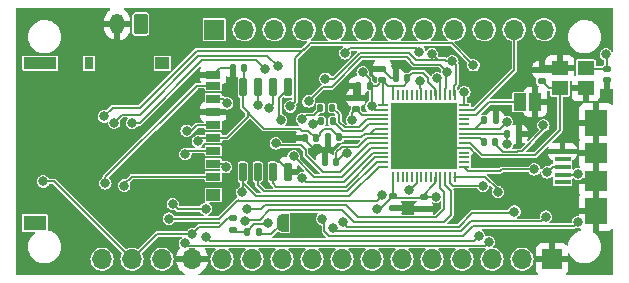
<source format=gbr>
%TF.GenerationSoftware,KiCad,Pcbnew,6.0.5*%
%TF.CreationDate,2022-05-19T12:05:36-04:00*%
%TF.ProjectId,Blackbox,426c6163-6b62-46f7-982e-6b696361645f,rev?*%
%TF.SameCoordinates,Original*%
%TF.FileFunction,Copper,L1,Top*%
%TF.FilePolarity,Positive*%
%FSLAX46Y46*%
G04 Gerber Fmt 4.6, Leading zero omitted, Abs format (unit mm)*
G04 Created by KiCad (PCBNEW 6.0.5) date 2022-05-19 12:05:36*
%MOMM*%
%LPD*%
G01*
G04 APERTURE LIST*
G04 Aperture macros list*
%AMRoundRect*
0 Rectangle with rounded corners*
0 $1 Rounding radius*
0 $2 $3 $4 $5 $6 $7 $8 $9 X,Y pos of 4 corners*
0 Add a 4 corners polygon primitive as box body*
4,1,4,$2,$3,$4,$5,$6,$7,$8,$9,$2,$3,0*
0 Add four circle primitives for the rounded corners*
1,1,$1+$1,$2,$3*
1,1,$1+$1,$4,$5*
1,1,$1+$1,$6,$7*
1,1,$1+$1,$8,$9*
0 Add four rect primitives between the rounded corners*
20,1,$1+$1,$2,$3,$4,$5,0*
20,1,$1+$1,$4,$5,$6,$7,0*
20,1,$1+$1,$6,$7,$8,$9,0*
20,1,$1+$1,$8,$9,$2,$3,0*%
%AMFreePoly0*
4,1,22,0.500000,-0.750000,0.000000,-0.750000,0.000000,-0.745033,-0.079941,-0.743568,-0.215256,-0.701293,-0.333266,-0.622738,-0.424486,-0.514219,-0.481581,-0.384460,-0.499164,-0.250000,-0.500000,-0.250000,-0.500000,0.250000,-0.499164,0.250000,-0.499963,0.256109,-0.478152,0.396186,-0.417904,0.524511,-0.324060,0.630769,-0.204165,0.706417,-0.067858,0.745374,0.000000,0.744959,0.000000,0.750000,
0.500000,0.750000,0.500000,-0.750000,0.500000,-0.750000,$1*%
%AMFreePoly1*
4,1,20,0.000000,0.744959,0.073905,0.744508,0.209726,0.703889,0.328688,0.626782,0.421226,0.519385,0.479903,0.390333,0.500000,0.250000,0.500000,-0.250000,0.499851,-0.262216,0.476331,-0.402017,0.414519,-0.529596,0.319384,-0.634700,0.198574,-0.708877,0.061801,-0.746166,0.000000,-0.745033,0.000000,-0.750000,-0.500000,-0.750000,-0.500000,0.750000,0.000000,0.750000,0.000000,0.744959,
0.000000,0.744959,$1*%
G04 Aperture macros list end*
%TA.AperFunction,SMDPad,CuDef*%
%ADD10RoundRect,0.135000X-0.185000X0.135000X-0.185000X-0.135000X0.185000X-0.135000X0.185000X0.135000X0*%
%TD*%
%TA.AperFunction,SMDPad,CuDef*%
%ADD11RoundRect,0.140000X0.140000X0.170000X-0.140000X0.170000X-0.140000X-0.170000X0.140000X-0.170000X0*%
%TD*%
%TA.AperFunction,ComponentPad*%
%ADD12R,1.700000X1.700000*%
%TD*%
%TA.AperFunction,ComponentPad*%
%ADD13O,1.700000X1.700000*%
%TD*%
%TA.AperFunction,SMDPad,CuDef*%
%ADD14RoundRect,0.140000X0.170000X-0.140000X0.170000X0.140000X-0.170000X0.140000X-0.170000X-0.140000X0*%
%TD*%
%TA.AperFunction,SMDPad,CuDef*%
%ADD15RoundRect,0.140000X-0.170000X0.140000X-0.170000X-0.140000X0.170000X-0.140000X0.170000X0.140000X0*%
%TD*%
%TA.AperFunction,SMDPad,CuDef*%
%ADD16FreePoly0,180.000000*%
%TD*%
%TA.AperFunction,SMDPad,CuDef*%
%ADD17FreePoly1,180.000000*%
%TD*%
%TA.AperFunction,SMDPad,CuDef*%
%ADD18R,1.200000X0.700000*%
%TD*%
%TA.AperFunction,SMDPad,CuDef*%
%ADD19R,0.800000X1.000000*%
%TD*%
%TA.AperFunction,SMDPad,CuDef*%
%ADD20R,2.800000X1.000000*%
%TD*%
%TA.AperFunction,SMDPad,CuDef*%
%ADD21R,1.200000X1.000000*%
%TD*%
%TA.AperFunction,SMDPad,CuDef*%
%ADD22R,1.900000X1.300000*%
%TD*%
%TA.AperFunction,SMDPad,CuDef*%
%ADD23RoundRect,0.140000X-0.140000X-0.170000X0.140000X-0.170000X0.140000X0.170000X-0.140000X0.170000X0*%
%TD*%
%TA.AperFunction,SMDPad,CuDef*%
%ADD24R,1.400000X0.400000*%
%TD*%
%TA.AperFunction,SMDPad,CuDef*%
%ADD25R,1.900000X2.300000*%
%TD*%
%TA.AperFunction,SMDPad,CuDef*%
%ADD26R,1.900000X1.800000*%
%TD*%
%TA.AperFunction,SMDPad,CuDef*%
%ADD27RoundRect,0.135000X-0.135000X-0.185000X0.135000X-0.185000X0.135000X0.185000X-0.135000X0.185000X0*%
%TD*%
%TA.AperFunction,SMDPad,CuDef*%
%ADD28RoundRect,0.150000X0.150000X-0.650000X0.150000X0.650000X-0.150000X0.650000X-0.150000X-0.650000X0*%
%TD*%
%TA.AperFunction,ComponentPad*%
%ADD29RoundRect,0.250000X0.350000X0.625000X-0.350000X0.625000X-0.350000X-0.625000X0.350000X-0.625000X0*%
%TD*%
%TA.AperFunction,ComponentPad*%
%ADD30O,1.200000X1.750000*%
%TD*%
%TA.AperFunction,SMDPad,CuDef*%
%ADD31R,1.400000X1.200000*%
%TD*%
%TA.AperFunction,SMDPad,CuDef*%
%ADD32RoundRect,0.135000X0.135000X0.185000X-0.135000X0.185000X-0.135000X-0.185000X0.135000X-0.185000X0*%
%TD*%
%TA.AperFunction,SMDPad,CuDef*%
%ADD33R,1.000000X1.500000*%
%TD*%
%TA.AperFunction,SMDPad,CuDef*%
%ADD34RoundRect,0.050000X0.050000X-0.387500X0.050000X0.387500X-0.050000X0.387500X-0.050000X-0.387500X0*%
%TD*%
%TA.AperFunction,SMDPad,CuDef*%
%ADD35RoundRect,0.050000X0.387500X-0.050000X0.387500X0.050000X-0.387500X0.050000X-0.387500X-0.050000X0*%
%TD*%
%TA.AperFunction,SMDPad,CuDef*%
%ADD36R,5.600000X5.600000*%
%TD*%
%TA.AperFunction,ViaPad*%
%ADD37C,0.800000*%
%TD*%
%TA.AperFunction,Conductor*%
%ADD38C,0.200000*%
%TD*%
G04 APERTURE END LIST*
D10*
%TO.P,R2,1*%
%TO.N,+3V3*%
X158910000Y-112950000D03*
%TO.P,R2,2*%
%TO.N,Net-(R2-Pad2)*%
X158910000Y-113970000D03*
%TD*%
D11*
%TO.P,C5,1*%
%TO.N,+3V3*%
X159870000Y-100220000D03*
%TO.P,C5,2*%
%TO.N,GND*%
X158910000Y-100220000D03*
%TD*%
D12*
%TO.P,J2,1,Pin_1*%
%TO.N,unconnected-(J2-Pad1)*%
X157322600Y-97002600D03*
D13*
%TO.P,J2,2,Pin_2*%
%TO.N,/EN*%
X159862600Y-97002600D03*
%TO.P,J2,3,Pin_3*%
%TO.N,unconnected-(J2-Pad3)*%
X162402600Y-97002600D03*
%TO.P,J2,4,Pin_4*%
%TO.N,/D13*%
X164942600Y-97002600D03*
%TO.P,J2,5,Pin_5*%
%TO.N,/D12*%
X167482600Y-97002600D03*
%TO.P,J2,6,Pin_6*%
%TO.N,/D11*%
X170022600Y-97002600D03*
%TO.P,J2,7,Pin_7*%
%TO.N,/D10*%
X172562600Y-97002600D03*
%TO.P,J2,8,Pin_8*%
%TO.N,/D9*%
X175102600Y-97002600D03*
%TO.P,J2,9,Pin_9*%
%TO.N,/D6*%
X177642600Y-97002600D03*
%TO.P,J2,10,Pin_10*%
%TO.N,/D5*%
X180182600Y-97002600D03*
%TO.P,J2,11,Pin_11*%
%TO.N,/I2C0_SCL*%
X182722600Y-97002600D03*
%TO.P,J2,12,Pin_12*%
%TO.N,/I2C1_SDA*%
X185262600Y-97002600D03*
%TD*%
D14*
%TO.P,C117,1*%
%TO.N,+3V3*%
X171575000Y-101280000D03*
%TO.P,C117,2*%
%TO.N,GND*%
X171575000Y-100320000D03*
%TD*%
D11*
%TO.P,C113,1*%
%TO.N,+3V3*%
X167930000Y-106125000D03*
%TO.P,C113,2*%
%TO.N,GND*%
X166970000Y-106125000D03*
%TD*%
D15*
%TO.P,C115,1*%
%TO.N,+3V3*%
X172450000Y-111120000D03*
%TO.P,C115,2*%
%TO.N,GND*%
X172450000Y-112080000D03*
%TD*%
D16*
%TO.P,JP_301,1,1*%
%TO.N,GND*%
X164440000Y-113340000D03*
D17*
%TO.P,JP_301,2,2*%
%TO.N,Net-(JP_301-Pad2)*%
X163140000Y-113340000D03*
%TD*%
D18*
%TO.P,J3,1,DAT2*%
%TO.N,Net-(J3-Pad1)*%
X157240000Y-109445000D03*
%TO.P,J3,2,DAT3/CD*%
%TO.N,/SPI_SDCARD_CS*%
X157240000Y-108345000D03*
%TO.P,J3,3,CMD*%
%TO.N,/SPI_SDCARD_MOSI*%
X157240000Y-107245000D03*
%TO.P,J3,4,VDD*%
%TO.N,+3V3*%
X157240000Y-106145000D03*
%TO.P,J3,5,CLK*%
%TO.N,/SPI_SDCARD_SCK*%
X157240000Y-105045000D03*
%TO.P,J3,6,VSS*%
%TO.N,GND*%
X157240000Y-103945000D03*
%TO.P,J3,7,DAT0*%
%TO.N,/SPI_SDCARD_MISO*%
X157240000Y-102845000D03*
%TO.P,J3,8,DAT1*%
%TO.N,Net-(J3-Pad8)*%
X157240000Y-101745000D03*
%TO.P,J3,9,SHIELD*%
%TO.N,GND*%
X157240000Y-100795000D03*
D19*
%TO.P,J3,10*%
%TO.N,N/C*%
X146740000Y-99845000D03*
D20*
%TO.P,J3,11*%
X142590000Y-99845000D03*
D21*
X152940000Y-99845000D03*
D22*
X142140000Y-113345000D03*
D21*
X157240000Y-110995000D03*
%TD*%
D23*
%TO.P,C109,1*%
%TO.N,+1V1*%
X180195000Y-104650000D03*
%TO.P,C109,2*%
%TO.N,GND*%
X181155000Y-104650000D03*
%TD*%
%TO.P,R5,1*%
%TO.N,Net-(R5-Pad1)*%
X180170000Y-106500000D03*
%TO.P,R5,2*%
%TO.N,Net-(C120-Pad1)*%
X181130000Y-106500000D03*
%TD*%
D24*
%TO.P,J4,1,VBUS*%
%TO.N,VBUS*%
X186825000Y-109925000D03*
%TO.P,J4,2,D-*%
%TO.N,/USB_D-*%
X186825000Y-109275000D03*
%TO.P,J4,3,D+*%
%TO.N,/USB_D+*%
X186825000Y-108625000D03*
%TO.P,J4,4,ID*%
%TO.N,unconnected-(J4-Pad4)*%
X186825000Y-107975000D03*
%TO.P,J4,5,GND*%
%TO.N,GND*%
X186825000Y-107325000D03*
D25*
%TO.P,J4,6,Shield*%
X189675000Y-104875000D03*
D26*
X189675000Y-109775000D03*
X189675000Y-107475000D03*
D25*
X189675000Y-112375000D03*
%TD*%
D11*
%TO.P,C119,1*%
%TO.N,+3V3*%
X165980000Y-106210000D03*
%TO.P,C119,2*%
%TO.N,GND*%
X165020000Y-106210000D03*
%TD*%
D15*
%TO.P,C120,1*%
%TO.N,Net-(C120-Pad1)*%
X190600000Y-100320000D03*
%TO.P,C120,2*%
%TO.N,GND*%
X190600000Y-101280000D03*
%TD*%
D11*
%TO.P,C110,1*%
%TO.N,+1V1*%
X167680000Y-108204000D03*
%TO.P,C110,2*%
%TO.N,GND*%
X166720000Y-108204000D03*
%TD*%
D27*
%TO.P,C114,1*%
%TO.N,+3V3*%
X182090000Y-105850000D03*
%TO.P,C114,2*%
%TO.N,GND*%
X183110000Y-105850000D03*
%TD*%
D10*
%TO.P,C116,1*%
%TO.N,+3V3*%
X175050000Y-111190000D03*
%TO.P,C116,2*%
%TO.N,GND*%
X175050000Y-112210000D03*
%TD*%
D28*
%TO.P,U_301,1,~{CS}*%
%TO.N,Net-(R2-Pad2)*%
X159745000Y-109050000D03*
%TO.P,U_301,2,DO(IO1)*%
%TO.N,Net-(U3-Pad55)*%
X161015000Y-109050000D03*
%TO.P,U_301,3,IO2*%
%TO.N,Net-(U3-Pad54)*%
X162285000Y-109050000D03*
%TO.P,U_301,4,GND*%
%TO.N,GND*%
X163555000Y-109050000D03*
%TO.P,U_301,5,DI(IO0)*%
%TO.N,Net-(U3-Pad53)*%
X163555000Y-101850000D03*
%TO.P,U_301,6,CLK*%
%TO.N,Net-(U3-Pad52)*%
X162285000Y-101850000D03*
%TO.P,U_301,7,IO3*%
%TO.N,Net-(U3-Pad51)*%
X161015000Y-101850000D03*
%TO.P,U_301,8,VCC*%
%TO.N,+3V3*%
X159745000Y-101850000D03*
%TD*%
D14*
%TO.P,C121,1*%
%TO.N,Net-(C121-Pad1)*%
X185050000Y-101355000D03*
%TO.P,C121,2*%
%TO.N,GND*%
X185050000Y-100395000D03*
%TD*%
D29*
%TO.P,BT1,1,+*%
%TO.N,VBAT*%
X151120000Y-96510000D03*
D30*
%TO.P,BT1,2,-*%
%TO.N,GND*%
X149120000Y-96510000D03*
%TD*%
D31*
%TO.P,Y1,1,1*%
%TO.N,Net-(C121-Pad1)*%
X186600000Y-101950000D03*
%TO.P,Y1,2,2*%
%TO.N,GND*%
X188800000Y-101950000D03*
%TO.P,Y1,3,3*%
%TO.N,Net-(C120-Pad1)*%
X188800000Y-100250000D03*
%TO.P,Y1,4,4*%
%TO.N,GND*%
X186600000Y-100250000D03*
%TD*%
D27*
%TO.P,R_302,1*%
%TO.N,/USB_D+*%
X166368000Y-104750000D03*
%TO.P,R_302,2*%
%TO.N,Net-(R_302-Pad2)*%
X167388000Y-104750000D03*
%TD*%
%TO.P,R1,1*%
%TO.N,/USB_D-*%
X166315000Y-103625000D03*
%TO.P,R1,2*%
%TO.N,Net-(R1-Pad2)*%
X167335000Y-103625000D03*
%TD*%
D32*
%TO.P,R3,1*%
%TO.N,Net-(JP_301-Pad2)*%
X161100000Y-114100000D03*
%TO.P,R3,2*%
%TO.N,Net-(R2-Pad2)*%
X160080000Y-114100000D03*
%TD*%
D33*
%TO.P,JP4,1,1*%
%TO.N,GND*%
X184500000Y-103125000D03*
%TO.P,JP4,2,2*%
%TO.N,Net-(JP4-Pad2)*%
X183200000Y-103125000D03*
%TD*%
D14*
%TO.P,C111,1*%
%TO.N,+1V1*%
X169325000Y-103705000D03*
%TO.P,C111,2*%
%TO.N,GND*%
X169325000Y-102745000D03*
%TD*%
D34*
%TO.P,U3,1,IOVDD*%
%TO.N,+3V3*%
X172475000Y-109437500D03*
%TO.P,U3,2,GPIO0*%
%TO.N,unconnected-(U3-Pad2)*%
X172875000Y-109437500D03*
%TO.P,U3,3,GPIO1*%
%TO.N,unconnected-(U3-Pad3)*%
X173275000Y-109437500D03*
%TO.P,U3,4,GPIO2*%
%TO.N,unconnected-(U3-Pad4)*%
X173675000Y-109437500D03*
%TO.P,U3,5,GPIO3*%
%TO.N,unconnected-(U3-Pad5)*%
X174075000Y-109437500D03*
%TO.P,U3,6,GPIO4*%
%TO.N,/LSM9_CS_M*%
X174475000Y-109437500D03*
%TO.P,U3,7,GPIO5*%
%TO.N,unconnected-(U3-Pad7)*%
X174875000Y-109437500D03*
%TO.P,U3,8,GPIO6*%
%TO.N,unconnected-(U3-Pad8)*%
X175275000Y-109437500D03*
%TO.P,U3,9,GPIO7*%
%TO.N,unconnected-(U3-Pad9)*%
X175675000Y-109437500D03*
%TO.P,U3,10,IOVDD*%
%TO.N,+3V3*%
X176075000Y-109437500D03*
%TO.P,U3,11,GPIO8*%
%TO.N,/SPI_SDCARD_MISO*%
X176475000Y-109437500D03*
%TO.P,U3,12,GPIO9*%
%TO.N,/SPI_SDCARD_CS*%
X176875000Y-109437500D03*
%TO.P,U3,13,GPIO10*%
%TO.N,/SPI_SDCARD_SCK*%
X177275000Y-109437500D03*
%TO.P,U3,14,GPIO11*%
%TO.N,/SPI_SDCARD_MOSI*%
X177675000Y-109437500D03*
D35*
%TO.P,U3,15,GPIO12*%
%TO.N,/I2C1_SDA*%
X178512500Y-108600000D03*
%TO.P,U3,16,GPIO13*%
%TO.N,unconnected-(U3-Pad16)*%
X178512500Y-108200000D03*
%TO.P,U3,17,GPIO14*%
%TO.N,unconnected-(U3-Pad17)*%
X178512500Y-107800000D03*
%TO.P,U3,18,GPIO15*%
%TO.N,unconnected-(U3-Pad18)*%
X178512500Y-107400000D03*
%TO.P,U3,19,TESTEN*%
%TO.N,GND*%
X178512500Y-107000000D03*
%TO.P,U3,20,XIN*%
%TO.N,Net-(C121-Pad1)*%
X178512500Y-106600000D03*
%TO.P,U3,21,XOUT*%
%TO.N,Net-(R5-Pad1)*%
X178512500Y-106200000D03*
%TO.P,U3,22,IOVDD*%
%TO.N,+3V3*%
X178512500Y-105800000D03*
%TO.P,U3,23,DVDD*%
%TO.N,+1V1*%
X178512500Y-105400000D03*
%TO.P,U3,24,SWCLK*%
%TO.N,/SWCLK*%
X178512500Y-105000000D03*
%TO.P,U3,25,SWDIO*%
%TO.N,/SWDIO*%
X178512500Y-104600000D03*
%TO.P,U3,26,RUN*%
%TO.N,Net-(JP4-Pad2)*%
X178512500Y-104200000D03*
%TO.P,U3,27,GPIO16*%
%TO.N,/I2C0_SCL*%
X178512500Y-103800000D03*
%TO.P,U3,28,GPIO17*%
%TO.N,/SNS_SPI_SCK*%
X178512500Y-103400000D03*
D34*
%TO.P,U3,29,GPIO18*%
%TO.N,/SNS_SPI_MISO*%
X177675000Y-102562500D03*
%TO.P,U3,30,GPIO19*%
%TO.N,unconnected-(U3-Pad30)*%
X177275000Y-102562500D03*
%TO.P,U3,31,GPIO20*%
%TO.N,/SNS_SPI_MOSI*%
X176875000Y-102562500D03*
%TO.P,U3,32,GPIO21*%
%TO.N,/H3LIS331DL_CS*%
X176475000Y-102562500D03*
%TO.P,U3,33,IOVDD*%
%TO.N,+3V3*%
X176075000Y-102562500D03*
%TO.P,U3,34,GPIO22*%
%TO.N,unconnected-(U3-Pad34)*%
X175675000Y-102562500D03*
%TO.P,U3,35,GPIO23*%
%TO.N,unconnected-(U3-Pad35)*%
X175275000Y-102562500D03*
%TO.P,U3,36,GPIO24*%
%TO.N,/MS5611_CS*%
X174875000Y-102562500D03*
%TO.P,U3,37,GPIO25*%
%TO.N,unconnected-(U3-Pad37)*%
X174475000Y-102562500D03*
%TO.P,U3,38,GPIO26/ADC0*%
%TO.N,unconnected-(U3-Pad38)*%
X174075000Y-102562500D03*
%TO.P,U3,39,GPIO27/ADC1*%
%TO.N,unconnected-(U3-Pad39)*%
X173675000Y-102562500D03*
%TO.P,U3,40,GPIO28/ADC2*%
%TO.N,unconnected-(U3-Pad40)*%
X173275000Y-102562500D03*
%TO.P,U3,41,GPIO29/ADC3*%
%TO.N,unconnected-(U3-Pad41)*%
X172875000Y-102562500D03*
%TO.P,U3,42,IOVDD*%
%TO.N,+3V3*%
X172475000Y-102562500D03*
D35*
%TO.P,U3,43,ADC_AVDD*%
X171637500Y-103400000D03*
%TO.P,U3,44,VREG_VIN*%
X171637500Y-103800000D03*
%TO.P,U3,45,VREG_VOUT*%
%TO.N,+1V1*%
X171637500Y-104200000D03*
%TO.P,U3,46,USB_DM*%
%TO.N,Net-(R1-Pad2)*%
X171637500Y-104600000D03*
%TO.P,U3,47,USB_DP*%
%TO.N,Net-(R_302-Pad2)*%
X171637500Y-105000000D03*
%TO.P,U3,48,USB_VDD*%
%TO.N,+3V3*%
X171637500Y-105400000D03*
%TO.P,U3,49,IOVDD*%
X171637500Y-105800000D03*
%TO.P,U3,50,DVDD*%
%TO.N,+1V1*%
X171637500Y-106200000D03*
%TO.P,U3,51,QSPI_SD3*%
%TO.N,Net-(U3-Pad51)*%
X171637500Y-106600000D03*
%TO.P,U3,52,QSPI_SCLK*%
%TO.N,Net-(U3-Pad52)*%
X171637500Y-107000000D03*
%TO.P,U3,53,QSPI_SD0*%
%TO.N,Net-(U3-Pad53)*%
X171637500Y-107400000D03*
%TO.P,U3,54,QSPI_SD2*%
%TO.N,Net-(U3-Pad54)*%
X171637500Y-107800000D03*
%TO.P,U3,55,QSPI_SD1*%
%TO.N,Net-(U3-Pad55)*%
X171637500Y-108200000D03*
%TO.P,U3,56,QSPI_SS_N*%
%TO.N,Net-(R2-Pad2)*%
X171637500Y-108600000D03*
D36*
%TO.P,U3,57,GND*%
%TO.N,GND*%
X175075000Y-106000000D03*
%TD*%
D11*
%TO.P,C112,1*%
%TO.N,+3V3*%
X170480000Y-101750000D03*
%TO.P,C112,2*%
%TO.N,GND*%
X169520000Y-101750000D03*
%TD*%
%TO.P,C118,1*%
%TO.N,+3V3*%
X173655000Y-101075000D03*
%TO.P,C118,2*%
%TO.N,GND*%
X172695000Y-101075000D03*
%TD*%
D12*
%TO.P,J1,1,Pin_1*%
%TO.N,GND*%
X185925000Y-116425000D03*
D13*
%TO.P,J1,2,Pin_2*%
%TO.N,/D1*%
X183385000Y-116425000D03*
%TO.P,J1,3,Pin_3*%
%TO.N,/D0*%
X180845000Y-116425000D03*
%TO.P,J1,4,Pin_4*%
%TO.N,/SNS_SPI_MISO*%
X178305000Y-116425000D03*
%TO.P,J1,5,Pin_5*%
%TO.N,/SNS_SPI_MOSI*%
X175765000Y-116425000D03*
%TO.P,J1,6,Pin_6*%
%TO.N,/SNS_SPI_SCK*%
X173225000Y-116425000D03*
%TO.P,J1,7,Pin_7*%
%TO.N,/A5*%
X170685000Y-116425000D03*
%TO.P,J1,8,Pin_8*%
%TO.N,/A4*%
X168145000Y-116425000D03*
%TO.P,J1,9,Pin_9*%
%TO.N,/A3*%
X165605000Y-116425000D03*
%TO.P,J1,10,Pin_10*%
%TO.N,/A2*%
X163065000Y-116425000D03*
%TO.P,J1,11,Pin_11*%
%TO.N,/A1*%
X160525000Y-116425000D03*
%TO.P,J1,12,Pin_12*%
%TO.N,/A0*%
X157985000Y-116425000D03*
%TO.P,J1,13,Pin_13*%
%TO.N,GND*%
X155445000Y-116425000D03*
%TO.P,J1,14,Pin_14*%
%TO.N,unconnected-(J1-Pad14)*%
X152905000Y-116425000D03*
%TO.P,J1,15,Pin_15*%
%TO.N,+3V3*%
X150365000Y-116425000D03*
%TO.P,J1,16,Pin_16*%
%TO.N,/~{RESET}*%
X147825000Y-116425000D03*
%TD*%
D37*
%TO.N,GND*%
X163910943Y-106086588D03*
X166950000Y-99000000D03*
X158450000Y-102225000D03*
X165700000Y-114000000D03*
X173725000Y-112050000D03*
X172725000Y-100075000D03*
X179625000Y-102475000D03*
X162325000Y-107650000D03*
X151500000Y-98500000D03*
X154400000Y-99200000D03*
X165862000Y-107188000D03*
X179525000Y-108225000D03*
%TO.N,/I2C1_SDA*%
X184425000Y-108824500D03*
%TO.N,Net-(J3-Pad8)*%
X148100000Y-110000000D03*
%TO.N,Net-(J3-Pad1)*%
X149700000Y-110200000D03*
%TO.N,/SPI_SDCARD_CS*%
X159970324Y-113168559D03*
X158325379Y-108633544D03*
%TO.N,/SPI_SDCARD_MOSI*%
X154875000Y-107525000D03*
X180594000Y-114975503D03*
X181356000Y-110744000D03*
X154851988Y-115102355D03*
%TO.N,/SPI_SDCARD_SCK*%
X180086000Y-110236000D03*
X155000000Y-105550000D03*
X156673909Y-114575989D03*
X153825500Y-111760000D03*
X156625000Y-112175000D03*
X179720125Y-114442125D03*
%TO.N,/SPI_SDCARD_MISO*%
X158425000Y-103225000D03*
X160110005Y-112178864D03*
%TO.N,/SNS_SPI_SCK*%
X163775000Y-103500000D03*
X147998196Y-104343711D03*
X179275000Y-100000000D03*
X178500000Y-102275000D03*
%TO.N,/SNS_SPI_MOSI*%
X165317565Y-103062751D03*
X177055023Y-100584000D03*
X161636960Y-100330000D03*
X150390271Y-104892000D03*
%TO.N,/SNS_SPI_MISO*%
X148855234Y-104857998D03*
X175768000Y-99060000D03*
X162696498Y-100076000D03*
X166750000Y-101151998D03*
X177478668Y-99678723D03*
%TO.N,/H3LIS331DL_CS*%
X176217800Y-101129952D03*
%TO.N,/LSM9_CS_M*%
X153500000Y-113000000D03*
X171540500Y-111015378D03*
X173800000Y-110550500D03*
%TO.N,/MS5611_CS*%
X174700000Y-98851611D03*
X168402000Y-99000000D03*
X174752000Y-101346000D03*
%TO.N,Net-(R2-Pad2)*%
X161896706Y-113377418D03*
X159681583Y-110761198D03*
%TO.N,Net-(U3-Pad53)*%
X162974500Y-104673522D03*
X164800500Y-109581299D03*
%TO.N,Net-(U3-Pad52)*%
X164048650Y-107733925D03*
X161993011Y-103598917D03*
%TO.N,Net-(U3-Pad51)*%
X161025000Y-103350000D03*
X162549994Y-106625511D03*
%TO.N,+3V3*%
X176100500Y-111150000D03*
X182150000Y-106684671D03*
X142850000Y-109850000D03*
X169900000Y-100600000D03*
X171074935Y-112178857D03*
X155950000Y-106450000D03*
X155448000Y-114300000D03*
X170650000Y-103500500D03*
%TO.N,+1V1*%
X168230024Y-113307918D03*
X182750000Y-112400000D03*
X182100000Y-104800000D03*
X169000000Y-104634980D03*
X168584469Y-107459469D03*
%TO.N,Net-(C120-Pad1)*%
X190500000Y-99100000D03*
X185200000Y-105100000D03*
%TO.N,/USB_D-*%
X164771439Y-104573200D03*
X188125498Y-113284000D03*
X166455149Y-113011501D03*
X188125498Y-109220000D03*
%TO.N,/USB_D+*%
X185525000Y-109075000D03*
X165697593Y-104949020D03*
X167347408Y-113776949D03*
X185420000Y-112838500D03*
%TD*%
D38*
%TO.N,GND*%
X157815000Y-100220000D02*
X157240000Y-100795000D01*
X178945300Y-107000000D02*
X178512500Y-107000000D01*
X172330000Y-101075000D02*
X171575000Y-100320000D01*
X179525000Y-107579700D02*
X178945300Y-107000000D01*
X172695000Y-101075000D02*
X172330000Y-101075000D01*
X179525000Y-108225000D02*
X179525000Y-107579700D01*
X162325000Y-107650000D02*
X163555000Y-108880000D01*
X176075000Y-107000000D02*
X175075000Y-106000000D01*
X164034355Y-106210000D02*
X165020000Y-106210000D01*
X165020000Y-106346000D02*
X165862000Y-107188000D01*
X178512500Y-107000000D02*
X176075000Y-107000000D01*
X158910000Y-100220000D02*
X157815000Y-100220000D01*
X163555000Y-108880000D02*
X163555000Y-109050000D01*
X165020000Y-106210000D02*
X165020000Y-106346000D01*
X163910943Y-106086588D02*
X164034355Y-106210000D01*
%TO.N,/I2C0_SCL*%
X182750000Y-97030000D02*
X182750000Y-100400000D01*
X182722600Y-97002600D02*
X182750000Y-97030000D01*
X182750000Y-100400000D02*
X179350000Y-103800000D01*
X179350000Y-103800000D02*
X178500000Y-103800000D01*
%TO.N,/I2C1_SDA*%
X184424500Y-108825000D02*
X181695581Y-108825000D01*
X184425000Y-108824500D02*
X184424500Y-108825000D01*
X181230568Y-108959039D02*
X178859039Y-108959039D01*
X178859039Y-108959039D02*
X178500000Y-108600000D01*
X181695581Y-108825000D02*
X181561541Y-108959040D01*
X181561541Y-108959040D02*
X181230568Y-108959039D01*
%TO.N,Net-(J3-Pad8)*%
X148100000Y-109500000D02*
X148100000Y-110000000D01*
X155855000Y-101745000D02*
X148100000Y-109500000D01*
X157240000Y-101745000D02*
X155855000Y-101745000D01*
%TO.N,Net-(J3-Pad1)*%
X149700000Y-110200000D02*
X149700000Y-110100000D01*
X150355000Y-109445000D02*
X157240000Y-109445000D01*
X149700000Y-110100000D02*
X150355000Y-109445000D01*
%TO.N,/SPI_SDCARD_CS*%
X176772111Y-113277889D02*
X177400000Y-112650000D01*
X159970324Y-113168559D02*
X160061445Y-113077438D01*
X161186730Y-113077438D02*
X161985770Y-112278398D01*
X177400000Y-112650000D02*
X177400000Y-110671801D01*
X177400000Y-110671801D02*
X176862500Y-110134301D01*
X168189748Y-112278398D02*
X169189239Y-113277889D01*
X158325379Y-108633544D02*
X158036835Y-108345000D01*
X158036835Y-108345000D02*
X157240000Y-108345000D01*
X161985770Y-112278398D02*
X168189748Y-112278398D01*
X169189239Y-113277889D02*
X176772111Y-113277889D01*
X176862500Y-110134301D02*
X176862500Y-109437500D01*
X160061445Y-113077438D02*
X161186730Y-113077438D01*
%TO.N,/SPI_SDCARD_MOSI*%
X180276759Y-109437500D02*
X177662500Y-109437500D01*
X155155000Y-107245000D02*
X157240000Y-107245000D01*
X181356000Y-110516741D02*
X180276759Y-109437500D01*
X155025122Y-115275489D02*
X180294014Y-115275489D01*
X181356000Y-110744000D02*
X181356000Y-110516741D01*
X180294014Y-115275489D02*
X180594000Y-114975503D01*
X154851988Y-115102355D02*
X155025122Y-115275489D01*
X154875000Y-107525000D02*
X155155000Y-107245000D01*
%TO.N,/SPI_SDCARD_SCK*%
X157185489Y-105099511D02*
X157240000Y-105045000D01*
X156973889Y-114875969D02*
X156673909Y-114575989D01*
X155400000Y-105600000D02*
X155900489Y-105099511D01*
X177262500Y-109969295D02*
X177262500Y-109437500D01*
X179720125Y-114442125D02*
X179286281Y-114875969D01*
X155900489Y-105099511D02*
X157185489Y-105099511D01*
X179286281Y-114875969D02*
X156973889Y-114875969D01*
X154240500Y-112175000D02*
X156625000Y-112175000D01*
X155050000Y-105600000D02*
X155400000Y-105600000D01*
X153825500Y-111760000D02*
X154240500Y-112175000D01*
X177507382Y-110214177D02*
X177262500Y-109969295D01*
X180064177Y-110214177D02*
X177507382Y-110214177D01*
X155000000Y-105550000D02*
X155050000Y-105600000D01*
X180086000Y-110236000D02*
X180064177Y-110214177D01*
%TO.N,/SPI_SDCARD_MISO*%
X176800000Y-110747826D02*
X176462500Y-110410326D01*
X158045000Y-102845000D02*
X157240000Y-102845000D01*
X160110005Y-112178864D02*
X161321230Y-112178864D01*
X161321230Y-112178864D02*
X161621217Y-111878877D01*
X176800000Y-112150000D02*
X176800000Y-110747826D01*
X168528877Y-111878877D02*
X169528369Y-112878369D01*
X176462500Y-110410326D02*
X176462500Y-109437500D01*
X161621217Y-111878877D02*
X168528877Y-111878877D01*
X158425000Y-103225000D02*
X158045000Y-102845000D01*
X176071631Y-112878369D02*
X176800000Y-112150000D01*
X169528369Y-112878369D02*
X176071631Y-112878369D01*
%TO.N,/SNS_SPI_SCK*%
X164163488Y-103111512D02*
X164163488Y-99436512D01*
X164163488Y-99436512D02*
X165328000Y-98272000D01*
X147998196Y-104343711D02*
X148741907Y-103600000D01*
X161985984Y-98800480D02*
X161991504Y-98806000D01*
X161991504Y-98806000D02*
X164794000Y-98806000D01*
X178500000Y-102275000D02*
X178500000Y-103400000D01*
X164794000Y-98806000D02*
X165328000Y-98272000D01*
X155834514Y-98800480D02*
X161985984Y-98800480D01*
X151034994Y-103600000D02*
X155834514Y-98800480D01*
X163775000Y-103500000D02*
X164163488Y-103111512D01*
X148741907Y-103600000D02*
X151034994Y-103600000D01*
X177427111Y-98152111D02*
X165447889Y-98152111D01*
X165447889Y-98152111D02*
X165328000Y-98272000D01*
X179275000Y-100000000D02*
X177427111Y-98152111D01*
%TO.N,/SNS_SPI_MOSI*%
X167273491Y-101851509D02*
X169774329Y-99350671D01*
X160906480Y-99599520D02*
X160580492Y-99599520D01*
X176862500Y-102030705D02*
X176862500Y-102562500D01*
X174235635Y-99950641D02*
X176421665Y-99950642D01*
X165317565Y-103062751D02*
X166528807Y-101851509D01*
X160580492Y-99599520D02*
X160574972Y-99605040D01*
X169774329Y-99350671D02*
X173635665Y-99350671D01*
X177055023Y-100584000D02*
X176917311Y-100721712D01*
X166528807Y-101851509D02*
X167273491Y-101851509D01*
X176917311Y-101975894D02*
X176862500Y-102030705D01*
X176917311Y-100721712D02*
X176917311Y-101975894D01*
X176421665Y-99950642D02*
X177055023Y-100584000D01*
X151008000Y-104892000D02*
X150390271Y-104892000D01*
X156294960Y-99605040D02*
X151008000Y-104892000D01*
X161636960Y-100330000D02*
X160906480Y-99599520D01*
X160574972Y-99605040D02*
X156294960Y-99605040D01*
X173635665Y-99350671D02*
X174235635Y-99950641D01*
%TO.N,/SNS_SPI_MISO*%
X166750000Y-101151998D02*
X167506990Y-101151998D01*
X177800000Y-100000055D02*
X177800000Y-101600000D01*
X177662500Y-101737500D02*
X177662500Y-102562500D01*
X173801151Y-98951151D02*
X174401122Y-99551122D01*
X151007511Y-104192489D02*
X149520743Y-104192489D01*
X160409486Y-99205520D02*
X155994480Y-99205520D01*
X176971041Y-99678723D02*
X177478668Y-99678723D01*
X169707837Y-98951151D02*
X173801151Y-98951151D01*
X155994480Y-99205520D02*
X151007511Y-104192489D01*
X177800000Y-101600000D02*
X177662500Y-101737500D01*
X176843440Y-99551122D02*
X176971041Y-99678723D01*
X161820498Y-99200000D02*
X160415006Y-99200000D01*
X176292878Y-99551122D02*
X176843440Y-99551122D01*
X176259122Y-99551122D02*
X176292878Y-99551122D01*
X162696498Y-100076000D02*
X161820498Y-99200000D01*
X174401122Y-99551122D02*
X176292878Y-99551122D01*
X160415006Y-99200000D02*
X160409486Y-99205520D01*
X149520743Y-104192489D02*
X148855234Y-104857998D01*
X175768000Y-99060000D02*
X176259122Y-99551122D01*
X177478668Y-99678723D02*
X177800000Y-100000055D01*
X167506990Y-101151998D02*
X169707837Y-98951151D01*
%TO.N,/H3LIS331DL_CS*%
X176462500Y-101374652D02*
X176462500Y-102562500D01*
X176217800Y-101129952D02*
X176462500Y-101374652D01*
%TO.N,/LSM9_CS_M*%
X153500000Y-113000000D02*
X153510752Y-113010752D01*
X159346184Y-111415057D02*
X159410484Y-111479357D01*
X159410484Y-111479357D02*
X171076521Y-111479357D01*
X173800000Y-110550500D02*
X173881295Y-110550500D01*
X173881295Y-110550500D02*
X174462500Y-109969295D01*
X157750489Y-113010752D02*
X159346184Y-111415057D01*
X174462500Y-109969295D02*
X174462500Y-109437500D01*
X153510752Y-113010752D02*
X157750489Y-113010752D01*
X171076521Y-111479357D02*
X171540500Y-111015378D01*
%TO.N,/MS5611_CS*%
X174400020Y-98551631D02*
X168850369Y-98551631D01*
X174752000Y-101920205D02*
X174862500Y-102030705D01*
X174700000Y-98851611D02*
X174400020Y-98551631D01*
X168850369Y-98551631D02*
X168402000Y-99000000D01*
X174752000Y-101346000D02*
X174752000Y-101920205D01*
X174862500Y-102030705D02*
X174862500Y-102562500D01*
%TO.N,Net-(R2-Pad2)*%
X160879838Y-111079838D02*
X159745000Y-109945000D01*
X161896706Y-113377418D02*
X161797166Y-113476958D01*
X159745000Y-110697781D02*
X159745000Y-109050000D01*
X159040000Y-114100000D02*
X158910000Y-113970000D01*
X160703042Y-113476958D02*
X160080000Y-114100000D01*
X158870000Y-114110000D02*
X158800000Y-114040000D01*
X171258211Y-108600000D02*
X168778373Y-111079838D01*
X160080000Y-114100000D02*
X159040000Y-114100000D01*
X168778373Y-111079838D02*
X160879838Y-111079838D01*
X171625000Y-108600000D02*
X171258211Y-108600000D01*
X161797166Y-113476958D02*
X160703042Y-113476958D01*
X159745000Y-109945000D02*
X159745000Y-109050000D01*
X159681583Y-110761198D02*
X159745000Y-110697781D01*
%TO.N,Net-(U3-Pad55)*%
X171093205Y-108200000D02*
X168612886Y-110680319D01*
X161015000Y-110165000D02*
X161015000Y-109050000D01*
X161530319Y-110680319D02*
X161015000Y-110165000D01*
X171625000Y-108200000D02*
X171093205Y-108200000D01*
X168612886Y-110680319D02*
X161530319Y-110680319D01*
%TO.N,Net-(U3-Pad54)*%
X162285000Y-109985000D02*
X162285000Y-109050000D01*
X168447400Y-110280799D02*
X162580799Y-110280799D01*
X162580799Y-110280799D02*
X162285000Y-109985000D01*
X170928199Y-107800000D02*
X168447400Y-110280799D01*
X171625000Y-107800000D02*
X170928199Y-107800000D01*
%TO.N,Net-(U3-Pad53)*%
X163555000Y-102015717D02*
X163555000Y-101850000D01*
X162800000Y-104499022D02*
X162800000Y-102770717D01*
X162800000Y-102770717D02*
X163555000Y-102015717D01*
X162974500Y-104673522D02*
X162800000Y-104499022D01*
X170763193Y-107400000D02*
X171625000Y-107400000D01*
X168281914Y-109881279D02*
X170763193Y-107400000D01*
X164800500Y-109581299D02*
X165100480Y-109881279D01*
X165100480Y-109881279D02*
X168281914Y-109881279D01*
%TO.N,Net-(U3-Pad52)*%
X168124187Y-109474000D02*
X170598187Y-107000000D01*
X162285000Y-103306928D02*
X162285000Y-101850000D01*
X164048650Y-107733925D02*
X165788725Y-109474000D01*
X161993011Y-103598917D02*
X162285000Y-103306928D01*
X170598187Y-107000000D02*
X171625000Y-107000000D01*
X165788725Y-109474000D02*
X168124187Y-109474000D01*
%TO.N,Net-(U3-Pad51)*%
X164665259Y-106800000D02*
X165075011Y-107209752D01*
X162549994Y-106625511D02*
X162724483Y-106800000D01*
X167958701Y-109074480D02*
X170433181Y-106600000D01*
X161025000Y-103350000D02*
X161015000Y-103340000D01*
X165075011Y-107209752D02*
X165075011Y-107634005D01*
X165075011Y-107634005D02*
X166515486Y-109074480D01*
X162724483Y-106800000D02*
X164665259Y-106800000D01*
X170433181Y-106600000D02*
X171625000Y-106600000D01*
X166515486Y-109074480D02*
X167958701Y-109074480D01*
X161015000Y-103340000D02*
X161015000Y-101850000D01*
%TO.N,+3V3*%
X164751721Y-105540480D02*
X165310480Y-105540480D01*
X164598318Y-105387077D02*
X164751721Y-105540480D01*
X166265480Y-105924520D02*
X165980000Y-106210000D01*
X178500480Y-105799520D02*
X182039520Y-105799520D01*
X171350000Y-112200000D02*
X172430000Y-111120000D01*
X166613425Y-105425000D02*
X166265480Y-105772945D01*
X156255000Y-106145000D02*
X157240000Y-106145000D01*
X172462500Y-102562500D02*
X172462500Y-101762500D01*
X174987989Y-111252011D02*
X173852011Y-111252011D01*
X172057500Y-101762500D02*
X171575000Y-101280000D01*
X167230000Y-105425000D02*
X166613425Y-105425000D01*
X172462500Y-109437500D02*
X172462500Y-111107500D01*
X175050000Y-111190000D02*
X174987989Y-111252011D01*
X165310480Y-105540480D02*
X165980000Y-106210000D01*
X155448000Y-114300000D02*
X152490000Y-114300000D01*
X173362500Y-101762500D02*
X172462500Y-101762500D01*
X170103169Y-105800000D02*
X169778169Y-106125000D01*
X172462500Y-111107500D02*
X172450000Y-111120000D01*
X173362500Y-101762500D02*
X173655000Y-101470000D01*
X171625000Y-105800000D02*
X170525000Y-105800000D01*
X171074935Y-112178857D02*
X171096078Y-112200000D01*
X152490000Y-114300000D02*
X150365000Y-116425000D01*
X159880000Y-101715000D02*
X159745000Y-101850000D01*
X171625000Y-105400000D02*
X170925000Y-105400000D01*
X172462500Y-101762500D02*
X172057500Y-101762500D01*
X159745000Y-103570000D02*
X160150000Y-103975000D01*
X173852011Y-111252011D02*
X173850000Y-111250000D01*
X155950000Y-106450000D02*
X156255000Y-106145000D01*
X160150000Y-103975000D02*
X160375000Y-104200000D01*
X175041748Y-100646489D02*
X174083511Y-100646489D01*
X175857275Y-110174520D02*
X175050000Y-110981795D01*
X171105000Y-101750000D02*
X171575000Y-101280000D01*
X170949500Y-103800000D02*
X170650000Y-103500500D01*
X166265480Y-105772945D02*
X166265480Y-105924520D01*
X170925000Y-105400000D02*
X170525000Y-105800000D01*
X175090000Y-111150000D02*
X175050000Y-111190000D01*
X170650000Y-101920000D02*
X170480000Y-101750000D01*
X158430000Y-106145000D02*
X160150000Y-104425000D01*
X175050000Y-110981795D02*
X175050000Y-111190000D01*
X170650000Y-103500500D02*
X170650000Y-101920000D01*
X182090000Y-106624671D02*
X182090000Y-105850000D01*
X157775000Y-113700000D02*
X156048000Y-113700000D01*
X176100500Y-111150000D02*
X175090000Y-111150000D01*
X174083511Y-100646489D02*
X173655000Y-101075000D01*
X172430000Y-111120000D02*
X172450000Y-111120000D01*
X156048000Y-113700000D02*
X155448000Y-114300000D01*
X158910000Y-112950000D02*
X158525000Y-112950000D01*
X160150000Y-104425000D02*
X160150000Y-103975000D01*
X173655000Y-101470000D02*
X173655000Y-101075000D01*
X170480000Y-101750000D02*
X171105000Y-101750000D01*
X182150000Y-106684671D02*
X182090000Y-106624671D01*
X171096078Y-112200000D02*
X171350000Y-112200000D01*
X167930000Y-106125000D02*
X167230000Y-105425000D01*
X171637500Y-101342500D02*
X171575000Y-101280000D01*
X159745000Y-101850000D02*
X159745000Y-103570000D01*
X175041748Y-100646489D02*
X175451511Y-101056252D01*
X175451511Y-101056252D02*
X175451511Y-101419716D01*
X176062500Y-109437500D02*
X176062500Y-109969295D01*
X170480000Y-101180000D02*
X170480000Y-101750000D01*
X170525000Y-105800000D02*
X170103169Y-105800000D01*
X171625000Y-103800000D02*
X170949500Y-103800000D01*
X175451511Y-101419716D02*
X176062500Y-102030705D01*
X172580000Y-111250000D02*
X172450000Y-111120000D01*
X182039520Y-105799520D02*
X182090000Y-105850000D01*
X161562077Y-105387077D02*
X164598318Y-105387077D01*
X142850000Y-109850000D02*
X143790000Y-109850000D01*
X176062500Y-102030705D02*
X176062500Y-102562500D01*
X173850000Y-111250000D02*
X172580000Y-111250000D01*
X158525000Y-112950000D02*
X157775000Y-113700000D01*
X157240000Y-106145000D02*
X158430000Y-106145000D01*
X143790000Y-109850000D02*
X150365000Y-116425000D01*
X176062500Y-109969295D02*
X175857275Y-110174520D01*
X159870000Y-101725000D02*
X159745000Y-101850000D01*
X169778169Y-106125000D02*
X167930000Y-106125000D01*
X160375000Y-104200000D02*
X161562077Y-105387077D01*
X159870000Y-100220000D02*
X159870000Y-101725000D01*
X171637500Y-103400000D02*
X171637500Y-101342500D01*
X169900000Y-100600000D02*
X170480000Y-101180000D01*
%TO.N,+1V1*%
X168584469Y-107459469D02*
X168424531Y-107459469D01*
X169000000Y-104030000D02*
X169325000Y-103705000D01*
X168424531Y-107459469D02*
X167680000Y-108204000D01*
X169820000Y-104200000D02*
X169325000Y-103705000D01*
X167680000Y-107395000D02*
X167680000Y-108204000D01*
X171625000Y-104200000D02*
X169820000Y-104200000D01*
X169000000Y-104634980D02*
X169000000Y-104030000D01*
X168141000Y-106934000D02*
X167680000Y-107395000D01*
X168599515Y-113677409D02*
X178034613Y-113677409D01*
X178034613Y-113677409D02*
X179190022Y-112522000D01*
X171625000Y-106200000D02*
X170268175Y-106200000D01*
X182628000Y-112522000D02*
X182750000Y-112400000D01*
X180195000Y-104650000D02*
X179445000Y-105400000D01*
X181500000Y-105400000D02*
X179445000Y-105400000D01*
X170268175Y-106200000D02*
X169534175Y-106934000D01*
X179445000Y-105400000D02*
X178500000Y-105400000D01*
X168230024Y-113307918D02*
X168599515Y-113677409D01*
X179190022Y-112522000D02*
X182628000Y-112522000D01*
X182100000Y-104800000D02*
X181500000Y-105400000D01*
X169534175Y-106934000D02*
X168141000Y-106934000D01*
%TO.N,Net-(C120-Pad1)*%
X185200000Y-105450000D02*
X183354520Y-107295480D01*
X188870000Y-100320000D02*
X188800000Y-100250000D01*
X183004521Y-107295480D02*
X182985830Y-107314171D01*
X185200000Y-105100000D02*
X185200000Y-105450000D01*
X183354520Y-107295480D02*
X183004521Y-107295480D01*
X181130000Y-106500000D02*
X181130000Y-106655000D01*
X190600000Y-100320000D02*
X188870000Y-100320000D01*
X190600000Y-99200000D02*
X190500000Y-99100000D01*
X190600000Y-100320000D02*
X190600000Y-99200000D01*
X181130000Y-106655000D02*
X181789171Y-107314171D01*
X182985830Y-107314171D02*
X181789171Y-107314171D01*
%TO.N,Net-(C121-Pad1)*%
X179854520Y-107443208D02*
X179854520Y-107454520D01*
X186600000Y-105525000D02*
X186600000Y-101950000D01*
X184500000Y-107625000D02*
X186600000Y-105525000D01*
X178500000Y-106600000D02*
X179011312Y-106600000D01*
X186600000Y-101950000D02*
X185645000Y-101950000D01*
X179011312Y-106600000D02*
X179854520Y-107443208D01*
X185645000Y-101950000D02*
X185050000Y-101355000D01*
X183122320Y-107643691D02*
X183141012Y-107625000D01*
X179854520Y-107454520D02*
X180043691Y-107643691D01*
X183141012Y-107625000D02*
X184500000Y-107625000D01*
X180043691Y-107643691D02*
X183122320Y-107643691D01*
%TO.N,Net-(JP4-Pad2)*%
X180590006Y-103125000D02*
X183200000Y-103125000D01*
X179515006Y-104200000D02*
X180590006Y-103125000D01*
X178500000Y-104200000D02*
X179515006Y-104200000D01*
%TO.N,Net-(JP_301-Pad2)*%
X163140000Y-113340000D02*
X162157189Y-114322811D01*
X162157189Y-114322811D02*
X161322811Y-114322811D01*
X161322811Y-114322811D02*
X161100000Y-114100000D01*
%TO.N,/USB_D-*%
X178365585Y-114476449D02*
X179208549Y-113633485D01*
X166647897Y-114066697D02*
X167057649Y-114476449D01*
X166455149Y-113011501D02*
X166647897Y-113204249D01*
X164771439Y-104573200D02*
X165095119Y-104249520D01*
X188070498Y-109275000D02*
X186825000Y-109275000D01*
X166647897Y-113204249D02*
X166647897Y-114066697D01*
X165095119Y-104249520D02*
X165765849Y-104249520D01*
X167057649Y-114476449D02*
X178365585Y-114476449D01*
X188125498Y-109220000D02*
X188070498Y-109275000D01*
X165765849Y-104249520D02*
X166315000Y-103700369D01*
X187776013Y-113633485D02*
X188125498Y-113284000D01*
X166315000Y-103700369D02*
X166315000Y-103625000D01*
X179208549Y-113633485D02*
X187776013Y-113633485D01*
%TO.N,Net-(R1-Pad2)*%
X167887520Y-104783508D02*
X167887520Y-104177520D01*
X170269988Y-104600000D02*
X169605508Y-105264480D01*
X169605508Y-105264480D02*
X168368492Y-105264480D01*
X167887520Y-104177520D02*
X167335000Y-103625000D01*
X168368492Y-105264480D02*
X167887520Y-104783508D01*
X171625000Y-104600000D02*
X170269988Y-104600000D01*
%TO.N,Net-(R5-Pad1)*%
X178512500Y-106200000D02*
X179870000Y-106200000D01*
X179870000Y-106200000D02*
X180170000Y-106500000D01*
%TO.N,/USB_D+*%
X166148425Y-104750000D02*
X166368000Y-104750000D01*
X185024535Y-113233965D02*
X185420000Y-112838500D01*
X178200099Y-114076929D02*
X179043063Y-113233965D01*
X167347408Y-113776949D02*
X167647388Y-114076929D01*
X185525000Y-109075000D02*
X185975000Y-108625000D01*
X165697593Y-104949020D02*
X165949405Y-104949020D01*
X165949405Y-104949020D02*
X166148425Y-104750000D01*
X179043063Y-113233965D02*
X185024535Y-113233965D01*
X167647388Y-114076929D02*
X178200099Y-114076929D01*
X185975000Y-108625000D02*
X186825000Y-108625000D01*
%TO.N,Net-(R_302-Pad2)*%
X167388000Y-104750000D02*
X168075000Y-105437000D01*
X168075000Y-105437000D02*
X168075000Y-105450000D01*
X169834994Y-105600000D02*
X170434994Y-105000000D01*
X168225000Y-105600000D02*
X169834994Y-105600000D01*
X170434994Y-105000000D02*
X171625000Y-105000000D01*
X168075000Y-105450000D02*
X168225000Y-105600000D01*
%TD*%
%TA.AperFunction,Conductor*%
%TO.N,GND*%
G36*
X148540414Y-95196045D02*
G01*
X148559159Y-95241300D01*
X148540414Y-95286555D01*
X148532188Y-95293500D01*
X148395204Y-95390670D01*
X148390608Y-95394637D01*
X148248623Y-95542957D01*
X148244858Y-95547724D01*
X148133478Y-95720220D01*
X148130688Y-95725602D01*
X148053932Y-95916059D01*
X148052211Y-95921868D01*
X148012713Y-96124127D01*
X148012160Y-96128680D01*
X148012037Y-96131182D01*
X148012000Y-96132723D01*
X148012000Y-96243271D01*
X148015728Y-96252272D01*
X148024729Y-96256000D01*
X150215271Y-96256000D01*
X150224272Y-96252272D01*
X150228000Y-96243271D01*
X150228000Y-96183700D01*
X150227856Y-96180661D01*
X150213248Y-96027558D01*
X150212102Y-96021608D01*
X150154300Y-95824577D01*
X150152047Y-95818944D01*
X150058032Y-95636403D01*
X150054749Y-95631290D01*
X149927913Y-95469820D01*
X149923735Y-95465433D01*
X149768645Y-95330852D01*
X149763711Y-95327333D01*
X149710757Y-95296698D01*
X149680971Y-95257810D01*
X149687407Y-95209252D01*
X149726295Y-95179466D01*
X149742805Y-95177300D01*
X191037100Y-95177300D01*
X191082355Y-95196045D01*
X191101100Y-95241300D01*
X191101100Y-98843170D01*
X191082355Y-98888425D01*
X191037100Y-98907170D01*
X190991845Y-98888425D01*
X190977972Y-98867662D01*
X190964997Y-98836338D01*
X190964997Y-98836337D01*
X190963391Y-98832461D01*
X190884105Y-98729134D01*
X190880910Y-98724970D01*
X190878357Y-98721643D01*
X190767539Y-98636609D01*
X190677185Y-98599183D01*
X190642363Y-98584759D01*
X190642362Y-98584759D01*
X190638488Y-98583154D01*
X190500000Y-98564922D01*
X190361512Y-98583154D01*
X190357638Y-98584759D01*
X190357637Y-98584759D01*
X190322815Y-98599183D01*
X190232461Y-98636609D01*
X190121643Y-98721643D01*
X190119090Y-98724970D01*
X190115895Y-98729134D01*
X190036609Y-98832461D01*
X189983154Y-98961512D01*
X189964922Y-99100000D01*
X189983154Y-99238488D01*
X189984759Y-99242362D01*
X189984759Y-99242363D01*
X190032921Y-99358635D01*
X190036609Y-99367539D01*
X190121643Y-99478357D01*
X190124970Y-99480910D01*
X190151655Y-99501386D01*
X190232461Y-99563391D01*
X190236337Y-99564997D01*
X190236338Y-99564997D01*
X190329992Y-99603790D01*
X190364628Y-99638426D01*
X190369500Y-99662918D01*
X190369500Y-99865105D01*
X190350755Y-99910360D01*
X190330289Y-99924035D01*
X190324456Y-99925195D01*
X190234981Y-99984981D01*
X190231479Y-99990222D01*
X190184148Y-100061057D01*
X190143419Y-100088270D01*
X190130934Y-100089500D01*
X189694499Y-100089500D01*
X189649244Y-100070755D01*
X189630499Y-100025500D01*
X189630499Y-99637146D01*
X189622929Y-99599081D01*
X189594086Y-99555914D01*
X189550919Y-99527071D01*
X189512855Y-99519500D01*
X189509706Y-99519500D01*
X188799321Y-99519501D01*
X188087146Y-99519501D01*
X188049081Y-99527071D01*
X188043842Y-99530572D01*
X188043841Y-99530572D01*
X188035670Y-99536032D01*
X188005914Y-99555914D01*
X187977071Y-99599081D01*
X187969500Y-99637145D01*
X187969501Y-100230445D01*
X187969501Y-100811999D01*
X187950756Y-100857254D01*
X187927967Y-100871926D01*
X187894466Y-100884485D01*
X187845511Y-100882819D01*
X187812073Y-100847024D01*
X187808000Y-100824558D01*
X187808000Y-100516729D01*
X187804272Y-100507728D01*
X187795271Y-100504000D01*
X185920729Y-100504000D01*
X185911728Y-100507728D01*
X185908000Y-100516729D01*
X185908000Y-100585000D01*
X185889255Y-100630255D01*
X185844000Y-100649000D01*
X184251056Y-100649000D01*
X184242055Y-100652728D01*
X184240501Y-100656481D01*
X184279447Y-100790534D01*
X184282617Y-100797861D01*
X184361863Y-100931859D01*
X184366753Y-100938163D01*
X184476837Y-101048247D01*
X184483138Y-101053135D01*
X184581227Y-101111144D01*
X184610637Y-101150316D01*
X184611418Y-101178718D01*
X184609500Y-101188360D01*
X184609500Y-101521640D01*
X184610114Y-101524726D01*
X184610114Y-101524728D01*
X184616026Y-101554450D01*
X184625195Y-101600544D01*
X184673028Y-101672130D01*
X184677729Y-101679165D01*
X184684981Y-101690019D01*
X184690222Y-101693521D01*
X184692783Y-101695232D01*
X184772220Y-101748311D01*
X184774456Y-101749805D01*
X184774159Y-101750250D01*
X184805555Y-101781644D01*
X184805556Y-101830627D01*
X184770918Y-101865266D01*
X184757728Y-101870730D01*
X184754000Y-101879729D01*
X184754000Y-102858271D01*
X184757728Y-102867272D01*
X184766729Y-102871000D01*
X185495270Y-102871000D01*
X185504271Y-102867272D01*
X185507999Y-102858271D01*
X185507999Y-102328633D01*
X185507813Y-102325203D01*
X185501685Y-102268783D01*
X185499843Y-102261035D01*
X185498291Y-102256896D01*
X185499955Y-102207940D01*
X185535748Y-102174501D01*
X185568225Y-102171214D01*
X185570644Y-102171597D01*
X185586665Y-102176342D01*
X185589860Y-102177764D01*
X185596006Y-102180500D01*
X185621820Y-102180500D01*
X185631832Y-102181288D01*
X185650690Y-102184275D01*
X185650691Y-102184275D01*
X185657333Y-102185327D01*
X185663830Y-102183586D01*
X185663831Y-102183586D01*
X185667209Y-102182681D01*
X185683773Y-102180500D01*
X185705501Y-102180500D01*
X185750756Y-102199245D01*
X185769501Y-102244500D01*
X185769501Y-102562854D01*
X185777071Y-102600919D01*
X185780572Y-102606158D01*
X185780572Y-102606159D01*
X185795610Y-102628665D01*
X185805914Y-102644086D01*
X185849081Y-102672929D01*
X185887145Y-102680500D01*
X186305500Y-102680500D01*
X186350755Y-102699245D01*
X186369500Y-102744500D01*
X186369500Y-105403014D01*
X186350755Y-105448269D01*
X184423268Y-107375755D01*
X184378013Y-107394500D01*
X183735986Y-107394500D01*
X183690731Y-107375755D01*
X183671986Y-107330500D01*
X183690731Y-107285245D01*
X184471271Y-106504706D01*
X185357533Y-105618444D01*
X185359963Y-105616139D01*
X185368631Y-105608334D01*
X185386964Y-105596766D01*
X185388814Y-105596000D01*
X185450840Y-105570308D01*
X185463662Y-105564997D01*
X185463663Y-105564997D01*
X185467539Y-105563391D01*
X185546513Y-105502792D01*
X185575030Y-105480910D01*
X185578357Y-105478357D01*
X185663391Y-105367539D01*
X185678019Y-105332224D01*
X185715241Y-105242363D01*
X185715241Y-105242362D01*
X185716846Y-105238488D01*
X185734120Y-105107277D01*
X185734530Y-105104163D01*
X185735078Y-105100000D01*
X185716846Y-104961512D01*
X185712723Y-104951557D01*
X185664997Y-104836338D01*
X185664997Y-104836337D01*
X185663391Y-104832461D01*
X185578357Y-104721643D01*
X185570434Y-104715563D01*
X185505413Y-104665671D01*
X185467539Y-104636609D01*
X185444631Y-104627120D01*
X185342363Y-104584759D01*
X185342362Y-104584759D01*
X185338488Y-104583154D01*
X185200000Y-104564922D01*
X185061512Y-104583154D01*
X185057638Y-104584759D01*
X185057637Y-104584759D01*
X184955369Y-104627120D01*
X184932461Y-104636609D01*
X184894587Y-104665671D01*
X184829567Y-104715563D01*
X184821643Y-104721643D01*
X184736609Y-104832461D01*
X184735003Y-104836337D01*
X184735003Y-104836338D01*
X184687278Y-104951557D01*
X184683154Y-104961512D01*
X184664922Y-105100000D01*
X184665470Y-105104163D01*
X184665880Y-105107277D01*
X184683154Y-105238488D01*
X184684759Y-105242362D01*
X184684759Y-105242363D01*
X184721981Y-105332224D01*
X184736609Y-105367539D01*
X184739162Y-105370866D01*
X184739165Y-105370871D01*
X184797905Y-105447422D01*
X184810584Y-105494736D01*
X184792386Y-105531638D01*
X183920400Y-106403623D01*
X183875145Y-106422368D01*
X183829890Y-106403623D01*
X183811145Y-106358368D01*
X183820058Y-106325789D01*
X183837758Y-106295861D01*
X183840929Y-106288532D01*
X183884219Y-106139529D01*
X183885389Y-106133126D01*
X183886682Y-106116692D01*
X183883671Y-106107424D01*
X183876951Y-106104000D01*
X183376729Y-106104000D01*
X183367728Y-106107728D01*
X183364000Y-106116729D01*
X183364000Y-106657286D01*
X183367728Y-106666287D01*
X183371481Y-106667841D01*
X183498532Y-106630929D01*
X183505859Y-106627758D01*
X183535790Y-106610058D01*
X183584285Y-106603157D01*
X183623456Y-106632568D01*
X183630357Y-106681063D01*
X183613624Y-106710399D01*
X183277788Y-107046235D01*
X183232533Y-107064980D01*
X183012236Y-107064980D01*
X183008886Y-107064892D01*
X182974375Y-107063083D01*
X182974374Y-107063083D01*
X182967657Y-107062731D01*
X182943553Y-107071984D01*
X182933923Y-107074836D01*
X182908673Y-107080203D01*
X182908602Y-107079870D01*
X182890720Y-107083671D01*
X182642297Y-107083671D01*
X182597042Y-107064926D01*
X182578297Y-107019671D01*
X182591523Y-106980710D01*
X182610835Y-106955542D01*
X182610837Y-106955538D01*
X182613391Y-106952210D01*
X182617559Y-106942147D01*
X182665241Y-106827034D01*
X182665241Y-106827033D01*
X182666846Y-106823159D01*
X182683504Y-106696627D01*
X182707995Y-106654206D01*
X182755310Y-106641529D01*
X182764812Y-106643522D01*
X182843774Y-106666463D01*
X182853461Y-106665394D01*
X182856000Y-106662224D01*
X182856000Y-105583271D01*
X183364000Y-105583271D01*
X183367728Y-105592272D01*
X183376729Y-105596000D01*
X183874952Y-105596000D01*
X183883953Y-105592272D01*
X183886839Y-105585304D01*
X183885389Y-105566874D01*
X183884219Y-105560471D01*
X183840929Y-105411468D01*
X183837758Y-105404139D01*
X183759159Y-105271236D01*
X183754260Y-105264920D01*
X183645080Y-105155740D01*
X183638764Y-105150841D01*
X183505861Y-105072242D01*
X183498532Y-105069071D01*
X183376226Y-105033537D01*
X183366539Y-105034606D01*
X183364000Y-105037776D01*
X183364000Y-105583271D01*
X182856000Y-105583271D01*
X182856000Y-105042714D01*
X182852272Y-105033713D01*
X182848519Y-105032159D01*
X182721468Y-105069071D01*
X182714139Y-105072242D01*
X182677020Y-105094195D01*
X182628526Y-105101098D01*
X182589354Y-105071687D01*
X182582451Y-105023193D01*
X182585313Y-105014616D01*
X182615241Y-104942363D01*
X182615241Y-104942362D01*
X182616846Y-104938488D01*
X182635078Y-104800000D01*
X182616846Y-104661512D01*
X182576663Y-104564501D01*
X182564997Y-104536338D01*
X182564997Y-104536337D01*
X182563391Y-104532461D01*
X182478357Y-104421643D01*
X182367539Y-104336609D01*
X182363662Y-104335003D01*
X182242363Y-104284759D01*
X182242362Y-104284759D01*
X182238488Y-104283154D01*
X182100000Y-104264922D01*
X182095837Y-104265470D01*
X182038671Y-104272996D01*
X181968888Y-104282183D01*
X181921573Y-104269506D01*
X181899075Y-104236587D01*
X181895554Y-104224467D01*
X181892383Y-104217139D01*
X181813137Y-104083141D01*
X181808247Y-104076837D01*
X181698163Y-103966753D01*
X181691859Y-103961863D01*
X181557861Y-103882617D01*
X181550534Y-103879447D01*
X181421226Y-103841879D01*
X181411539Y-103842948D01*
X181409000Y-103846118D01*
X181409000Y-104840000D01*
X181390255Y-104885255D01*
X181345000Y-104904000D01*
X180965000Y-104904000D01*
X180919745Y-104885255D01*
X180901000Y-104840000D01*
X180901000Y-103851056D01*
X180897272Y-103842055D01*
X180893519Y-103840501D01*
X180759466Y-103879447D01*
X180752139Y-103882617D01*
X180618141Y-103961863D01*
X180611837Y-103966753D01*
X180501753Y-104076837D01*
X180496865Y-104083138D01*
X180438856Y-104181227D01*
X180399684Y-104210637D01*
X180371282Y-104211418D01*
X180364728Y-104210114D01*
X180364726Y-104210114D01*
X180361640Y-104209500D01*
X180028360Y-104209500D01*
X180025274Y-104210114D01*
X180025272Y-104210114D01*
X179989523Y-104217225D01*
X179941480Y-104207669D01*
X179914267Y-104166941D01*
X179923823Y-104118898D01*
X179931782Y-104109200D01*
X180666737Y-103374245D01*
X180711992Y-103355500D01*
X182505501Y-103355500D01*
X182550756Y-103374245D01*
X182569501Y-103419500D01*
X182569501Y-103887854D01*
X182577071Y-103925919D01*
X182580572Y-103931158D01*
X182580572Y-103931159D01*
X182602109Y-103963391D01*
X182605914Y-103969086D01*
X182611158Y-103972590D01*
X182618168Y-103977274D01*
X182649081Y-103997929D01*
X182687145Y-104005500D01*
X182699861Y-104005500D01*
X183462000Y-104005499D01*
X183507254Y-104024244D01*
X183521926Y-104047033D01*
X183548227Y-104117191D01*
X183552564Y-104125113D01*
X183634359Y-104234252D01*
X183640748Y-104240641D01*
X183749887Y-104322436D01*
X183757809Y-104326773D01*
X183886032Y-104374842D01*
X183893784Y-104376686D01*
X183950185Y-104382812D01*
X183953650Y-104383000D01*
X184233271Y-104383000D01*
X184242272Y-104379272D01*
X184246000Y-104370271D01*
X184246000Y-104370270D01*
X184754000Y-104370270D01*
X184757728Y-104379271D01*
X184766729Y-104382999D01*
X185046367Y-104382999D01*
X185049797Y-104382813D01*
X185106217Y-104376685D01*
X185113967Y-104374842D01*
X185242191Y-104326773D01*
X185250113Y-104322436D01*
X185359252Y-104240641D01*
X185365641Y-104234252D01*
X185447436Y-104125113D01*
X185451773Y-104117191D01*
X185499842Y-103988968D01*
X185501686Y-103981216D01*
X185507812Y-103924815D01*
X185508000Y-103921350D01*
X185508000Y-103391729D01*
X185504272Y-103382728D01*
X185495271Y-103379000D01*
X184766729Y-103379000D01*
X184757728Y-103382728D01*
X184754000Y-103391729D01*
X184754000Y-104370270D01*
X184246000Y-104370270D01*
X184246000Y-101879730D01*
X184242272Y-101870729D01*
X184233271Y-101867001D01*
X183953633Y-101867001D01*
X183950203Y-101867187D01*
X183893783Y-101873315D01*
X183886033Y-101875158D01*
X183757809Y-101923227D01*
X183749887Y-101927564D01*
X183640748Y-102009359D01*
X183634359Y-102015748D01*
X183552564Y-102124887D01*
X183548227Y-102132809D01*
X183521926Y-102202966D01*
X183488488Y-102238761D01*
X183461999Y-102244500D01*
X182699838Y-102244501D01*
X182687146Y-102244501D01*
X182649081Y-102252071D01*
X182643842Y-102255572D01*
X182643841Y-102255572D01*
X182635665Y-102261035D01*
X182605914Y-102280914D01*
X182577071Y-102324081D01*
X182569500Y-102362145D01*
X182569500Y-102830500D01*
X182550755Y-102875755D01*
X182505500Y-102894500D01*
X180735986Y-102894500D01*
X180690731Y-102875755D01*
X180671986Y-102830500D01*
X180690731Y-102785245D01*
X181749063Y-101726914D01*
X182907542Y-100568435D01*
X182909973Y-100566129D01*
X182935645Y-100543014D01*
X182940645Y-100538512D01*
X182951145Y-100514926D01*
X182955938Y-100506100D01*
X182966335Y-100490091D01*
X182966336Y-100490090D01*
X182969998Y-100484450D01*
X182971598Y-100474349D01*
X182976342Y-100458335D01*
X182977764Y-100455140D01*
X182977764Y-100455139D01*
X182980500Y-100448994D01*
X182980500Y-100423180D01*
X182981288Y-100413168D01*
X182984275Y-100394310D01*
X182984275Y-100394309D01*
X182985327Y-100387667D01*
X182983586Y-100381169D01*
X182982681Y-100377791D01*
X182980500Y-100361227D01*
X182980500Y-100128774D01*
X184241879Y-100128774D01*
X184242948Y-100138461D01*
X184246118Y-100141000D01*
X184783271Y-100141000D01*
X184792272Y-100137272D01*
X184796000Y-100128271D01*
X185304000Y-100128271D01*
X185307728Y-100137272D01*
X185316729Y-100141000D01*
X185339271Y-100141000D01*
X185348272Y-100137272D01*
X185352000Y-100128271D01*
X185352000Y-100060000D01*
X185370745Y-100014745D01*
X185416000Y-99996000D01*
X186333271Y-99996000D01*
X186342272Y-99992272D01*
X186346000Y-99983271D01*
X186854000Y-99983271D01*
X186857728Y-99992272D01*
X186866729Y-99996000D01*
X187795270Y-99996000D01*
X187804271Y-99992272D01*
X187807999Y-99983271D01*
X187807999Y-99603633D01*
X187807813Y-99600203D01*
X187801685Y-99543783D01*
X187799842Y-99536033D01*
X187751773Y-99407809D01*
X187747436Y-99399887D01*
X187665641Y-99290748D01*
X187659252Y-99284359D01*
X187550113Y-99202564D01*
X187542191Y-99198227D01*
X187413968Y-99150158D01*
X187406216Y-99148314D01*
X187349815Y-99142188D01*
X187346350Y-99142000D01*
X186866729Y-99142000D01*
X186857728Y-99145728D01*
X186854000Y-99154729D01*
X186854000Y-99983271D01*
X186346000Y-99983271D01*
X186346000Y-99154730D01*
X186342272Y-99145729D01*
X186333271Y-99142001D01*
X185853633Y-99142001D01*
X185850203Y-99142187D01*
X185793783Y-99148315D01*
X185786033Y-99150158D01*
X185657809Y-99198227D01*
X185649887Y-99202564D01*
X185540748Y-99284359D01*
X185534359Y-99290748D01*
X185452564Y-99399887D01*
X185448227Y-99407809D01*
X185400158Y-99536032D01*
X185398314Y-99543784D01*
X185397187Y-99554163D01*
X185373664Y-99597128D01*
X185322059Y-99610209D01*
X185318914Y-99609634D01*
X185316691Y-99609460D01*
X185308836Y-99612012D01*
X185304000Y-99622503D01*
X185304000Y-100128271D01*
X184796000Y-100128271D01*
X184796000Y-99621190D01*
X184792840Y-99613561D01*
X184782002Y-99609562D01*
X184781085Y-99609635D01*
X184774686Y-99610803D01*
X184624467Y-99654447D01*
X184617139Y-99657617D01*
X184483141Y-99736863D01*
X184476837Y-99741753D01*
X184366753Y-99851837D01*
X184361863Y-99858141D01*
X184282617Y-99992139D01*
X184279447Y-99999466D01*
X184241879Y-100128774D01*
X182980500Y-100128774D01*
X182980500Y-97997215D01*
X182999245Y-97951960D01*
X183027289Y-97935573D01*
X183075874Y-97922008D01*
X183075878Y-97922006D01*
X183078888Y-97921166D01*
X183081675Y-97919758D01*
X183081678Y-97919757D01*
X183247731Y-97835878D01*
X183247732Y-97835877D01*
X183250520Y-97834469D01*
X183402044Y-97716086D01*
X183527687Y-97570526D01*
X183622665Y-97403335D01*
X183636163Y-97362760D01*
X183682372Y-97223849D01*
X183683360Y-97220879D01*
X183685865Y-97201056D01*
X183707235Y-97031891D01*
X183707460Y-97030110D01*
X183707844Y-97002600D01*
X183706495Y-96988844D01*
X184277452Y-96988844D01*
X184293542Y-97180455D01*
X184294403Y-97183457D01*
X184343514Y-97354728D01*
X184346543Y-97365293D01*
X184347974Y-97368077D01*
X184418454Y-97505215D01*
X184434437Y-97536315D01*
X184436380Y-97538766D01*
X184436381Y-97538768D01*
X184450805Y-97556966D01*
X184553875Y-97687008D01*
X184556259Y-97689037D01*
X184556261Y-97689039D01*
X184697066Y-97808873D01*
X184700308Y-97811632D01*
X184737726Y-97832544D01*
X184863552Y-97902866D01*
X184868159Y-97905441D01*
X184871138Y-97906409D01*
X185048062Y-97963896D01*
X185048065Y-97963897D01*
X185051033Y-97964861D01*
X185241967Y-97987628D01*
X185245087Y-97987388D01*
X185245090Y-97987388D01*
X185430559Y-97973117D01*
X185430563Y-97973116D01*
X185433686Y-97972876D01*
X185436702Y-97972034D01*
X185436707Y-97972033D01*
X185615874Y-97922008D01*
X185615878Y-97922006D01*
X185618888Y-97921166D01*
X185621675Y-97919758D01*
X185621678Y-97919757D01*
X185787731Y-97835878D01*
X185787732Y-97835877D01*
X185790520Y-97834469D01*
X185942044Y-97716086D01*
X186067687Y-97570526D01*
X186077947Y-97552465D01*
X187286719Y-97552465D01*
X187286979Y-97556971D01*
X187299976Y-97782380D01*
X187350606Y-98007042D01*
X187437249Y-98220418D01*
X187438621Y-98222656D01*
X187438623Y-98222661D01*
X187492502Y-98310583D01*
X187557579Y-98416778D01*
X187708363Y-98590848D01*
X187710377Y-98592520D01*
X187710378Y-98592521D01*
X187878937Y-98732461D01*
X187885553Y-98737954D01*
X187887818Y-98739277D01*
X187887820Y-98739279D01*
X187980557Y-98793470D01*
X188084390Y-98854145D01*
X188086840Y-98855080D01*
X188086845Y-98855083D01*
X188222787Y-98906994D01*
X188299534Y-98936301D01*
X188302108Y-98936825D01*
X188302109Y-98936825D01*
X188325432Y-98941570D01*
X188525207Y-98982214D01*
X188669993Y-98987523D01*
X188752724Y-98990557D01*
X188752727Y-98990557D01*
X188755349Y-98990653D01*
X188796520Y-98985379D01*
X188981173Y-98961725D01*
X188981177Y-98961724D01*
X188983778Y-98961391D01*
X189204361Y-98895213D01*
X189218217Y-98888425D01*
X189408813Y-98795053D01*
X189408816Y-98795051D01*
X189411174Y-98793896D01*
X189413307Y-98792375D01*
X189413313Y-98792371D01*
X189596531Y-98661683D01*
X189598662Y-98660163D01*
X189600513Y-98658318D01*
X189600517Y-98658315D01*
X189759931Y-98499456D01*
X189759934Y-98499453D01*
X189761790Y-98497603D01*
X189765913Y-98491866D01*
X189894643Y-98312718D01*
X189894644Y-98312717D01*
X189896177Y-98310583D01*
X189998215Y-98104125D01*
X190026723Y-98010295D01*
X190064400Y-97886288D01*
X190064401Y-97886282D01*
X190065163Y-97883775D01*
X190083021Y-97748128D01*
X190094998Y-97657153D01*
X190094998Y-97657147D01*
X190095222Y-97655449D01*
X190095442Y-97646437D01*
X190096859Y-97588492D01*
X190096859Y-97588485D01*
X190096900Y-97586800D01*
X190078030Y-97357278D01*
X190033109Y-97178440D01*
X190022566Y-97136467D01*
X190022565Y-97136464D01*
X190021926Y-97133920D01*
X189930096Y-96922724D01*
X189805005Y-96729363D01*
X189803238Y-96727421D01*
X189651782Y-96560974D01*
X189651781Y-96560973D01*
X189650012Y-96559029D01*
X189567956Y-96494225D01*
X189471334Y-96417917D01*
X189471331Y-96417915D01*
X189469281Y-96416296D01*
X189466993Y-96415033D01*
X189466990Y-96415031D01*
X189269961Y-96306265D01*
X189269957Y-96306263D01*
X189267665Y-96304998D01*
X189265195Y-96304123D01*
X189265192Y-96304122D01*
X189053050Y-96228998D01*
X189053046Y-96228997D01*
X189050578Y-96228123D01*
X188909825Y-96203051D01*
X188826439Y-96188198D01*
X188826437Y-96188198D01*
X188823850Y-96187737D01*
X188658435Y-96185716D01*
X188596194Y-96184955D01*
X188596193Y-96184955D01*
X188593571Y-96184923D01*
X188590984Y-96185319D01*
X188590982Y-96185319D01*
X188368518Y-96219361D01*
X188368516Y-96219362D01*
X188365925Y-96219758D01*
X188363430Y-96220574D01*
X188363428Y-96220574D01*
X188149520Y-96290490D01*
X188149518Y-96290491D01*
X188147024Y-96291306D01*
X188144701Y-96292515D01*
X188144697Y-96292517D01*
X188050262Y-96341677D01*
X187942749Y-96397645D01*
X187758584Y-96535919D01*
X187756769Y-96537819D01*
X187756766Y-96537821D01*
X187601293Y-96700515D01*
X187601290Y-96700519D01*
X187599477Y-96702416D01*
X187469699Y-96892663D01*
X187468595Y-96895041D01*
X187468594Y-96895043D01*
X187455745Y-96922724D01*
X187372736Y-97101552D01*
X187372033Y-97104088D01*
X187372032Y-97104090D01*
X187352819Y-97173369D01*
X187311192Y-97323473D01*
X187286719Y-97552465D01*
X186077947Y-97552465D01*
X186162665Y-97403335D01*
X186176163Y-97362760D01*
X186222372Y-97223849D01*
X186223360Y-97220879D01*
X186225865Y-97201056D01*
X186247235Y-97031891D01*
X186247460Y-97030110D01*
X186247844Y-97002600D01*
X186229080Y-96811232D01*
X186228177Y-96808241D01*
X186228176Y-96808236D01*
X186184907Y-96664925D01*
X186173503Y-96627153D01*
X186172038Y-96624397D01*
X186172036Y-96624393D01*
X186084701Y-96460139D01*
X186083231Y-96457374D01*
X186071977Y-96443575D01*
X185963679Y-96310789D01*
X185963677Y-96310787D01*
X185961700Y-96308363D01*
X185959292Y-96306371D01*
X185959289Y-96306368D01*
X185883017Y-96243271D01*
X185813541Y-96185796D01*
X185734196Y-96142894D01*
X185647148Y-96095827D01*
X185647144Y-96095825D01*
X185644397Y-96094340D01*
X185460711Y-96037479D01*
X185269478Y-96017380D01*
X185266368Y-96017663D01*
X185266367Y-96017663D01*
X185223419Y-96021572D01*
X185077984Y-96034807D01*
X185074987Y-96035689D01*
X185074982Y-96035690D01*
X184896527Y-96088213D01*
X184896524Y-96088214D01*
X184893521Y-96089098D01*
X184890744Y-96090550D01*
X184725888Y-96176734D01*
X184725885Y-96176736D01*
X184723117Y-96178183D01*
X184573261Y-96298670D01*
X184449662Y-96445970D01*
X184357027Y-96614471D01*
X184356082Y-96617449D01*
X184356081Y-96617452D01*
X184309594Y-96764000D01*
X184298886Y-96797756D01*
X184277452Y-96988844D01*
X183706495Y-96988844D01*
X183689080Y-96811232D01*
X183688177Y-96808241D01*
X183688176Y-96808236D01*
X183644907Y-96664925D01*
X183633503Y-96627153D01*
X183632038Y-96624397D01*
X183632036Y-96624393D01*
X183544701Y-96460139D01*
X183543231Y-96457374D01*
X183531977Y-96443575D01*
X183423679Y-96310789D01*
X183423677Y-96310787D01*
X183421700Y-96308363D01*
X183419292Y-96306371D01*
X183419289Y-96306368D01*
X183343017Y-96243271D01*
X183273541Y-96185796D01*
X183194196Y-96142894D01*
X183107148Y-96095827D01*
X183107144Y-96095825D01*
X183104397Y-96094340D01*
X182920711Y-96037479D01*
X182729478Y-96017380D01*
X182726368Y-96017663D01*
X182726367Y-96017663D01*
X182683419Y-96021572D01*
X182537984Y-96034807D01*
X182534987Y-96035689D01*
X182534982Y-96035690D01*
X182356527Y-96088213D01*
X182356524Y-96088214D01*
X182353521Y-96089098D01*
X182350744Y-96090550D01*
X182185888Y-96176734D01*
X182185885Y-96176736D01*
X182183117Y-96178183D01*
X182033261Y-96298670D01*
X181909662Y-96445970D01*
X181817027Y-96614471D01*
X181816082Y-96617449D01*
X181816081Y-96617452D01*
X181769594Y-96764000D01*
X181758886Y-96797756D01*
X181737452Y-96988844D01*
X181753542Y-97180455D01*
X181754403Y-97183457D01*
X181803514Y-97354728D01*
X181806543Y-97365293D01*
X181807974Y-97368077D01*
X181878454Y-97505215D01*
X181894437Y-97536315D01*
X181896380Y-97538766D01*
X181896381Y-97538768D01*
X181910805Y-97556966D01*
X182013875Y-97687008D01*
X182016259Y-97689037D01*
X182016261Y-97689039D01*
X182157066Y-97808873D01*
X182160308Y-97811632D01*
X182197726Y-97832544D01*
X182323552Y-97902866D01*
X182328159Y-97905441D01*
X182331138Y-97906409D01*
X182475277Y-97953243D01*
X182512525Y-97985056D01*
X182519500Y-98014111D01*
X182519500Y-100278014D01*
X182500755Y-100323269D01*
X179273268Y-103550755D01*
X179228013Y-103569500D01*
X179138250Y-103569500D01*
X179092995Y-103550755D01*
X179074250Y-103505500D01*
X179075480Y-103493014D01*
X179075575Y-103492539D01*
X179077510Y-103482809D01*
X179079886Y-103470865D01*
X179079886Y-103470863D01*
X179080500Y-103467777D01*
X179080499Y-103332224D01*
X179079344Y-103326413D01*
X179071256Y-103285751D01*
X179070027Y-103279572D01*
X179030133Y-103219867D01*
X178970428Y-103179973D01*
X178941093Y-103174138D01*
X178920865Y-103170114D01*
X178920863Y-103170114D01*
X178917777Y-103169500D01*
X178794500Y-103169500D01*
X178749245Y-103150755D01*
X178730500Y-103105500D01*
X178730500Y-102796094D01*
X178749245Y-102750839D01*
X178762501Y-102740668D01*
X178763667Y-102739995D01*
X178767539Y-102738391D01*
X178871227Y-102658828D01*
X178875030Y-102655910D01*
X178878357Y-102653357D01*
X178963391Y-102542539D01*
X178971372Y-102523271D01*
X179015241Y-102417363D01*
X179015241Y-102417362D01*
X179016846Y-102413488D01*
X179035078Y-102275000D01*
X179016846Y-102136512D01*
X179003672Y-102104706D01*
X178964997Y-102011338D01*
X178964997Y-102011337D01*
X178963391Y-102007461D01*
X178878357Y-101896643D01*
X178863927Y-101885570D01*
X178770866Y-101814162D01*
X178767539Y-101811609D01*
X178763662Y-101810003D01*
X178642363Y-101759759D01*
X178642362Y-101759759D01*
X178638488Y-101758154D01*
X178500000Y-101739922D01*
X178361512Y-101758154D01*
X178357638Y-101759759D01*
X178357637Y-101759759D01*
X178236338Y-101810003D01*
X178232461Y-101811609D01*
X178229134Y-101814162D01*
X178136074Y-101885570D01*
X178121643Y-101896643D01*
X178036609Y-102007461D01*
X178035003Y-102011337D01*
X178035003Y-102011338D01*
X178016128Y-102056906D01*
X177981492Y-102091542D01*
X177932508Y-102091542D01*
X177897872Y-102056906D01*
X177893000Y-102032414D01*
X177893000Y-101859486D01*
X177911745Y-101814231D01*
X177957532Y-101768444D01*
X177959963Y-101766138D01*
X177985645Y-101743014D01*
X177990645Y-101738512D01*
X178001148Y-101714922D01*
X178005937Y-101706101D01*
X178012996Y-101695232D01*
X178019998Y-101684450D01*
X178021598Y-101674349D01*
X178026342Y-101658335D01*
X178027764Y-101655140D01*
X178027764Y-101655139D01*
X178030500Y-101648994D01*
X178030500Y-101623181D01*
X178031288Y-101613169D01*
X178034275Y-101594311D01*
X178034275Y-101594310D01*
X178035327Y-101587668D01*
X178033586Y-101581170D01*
X178032681Y-101577792D01*
X178030500Y-101561228D01*
X178030500Y-100007770D01*
X178030588Y-100004420D01*
X178032397Y-99969909D01*
X178032397Y-99969908D01*
X178032749Y-99963191D01*
X178023495Y-99939085D01*
X178020644Y-99929457D01*
X178016676Y-99910789D01*
X178015277Y-99904208D01*
X178009267Y-99895936D01*
X178001297Y-99881257D01*
X177997633Y-99871713D01*
X177998931Y-99871215D01*
X177991321Y-99830134D01*
X177992867Y-99825153D01*
X177992823Y-99825141D01*
X177993910Y-99821083D01*
X177995514Y-99817211D01*
X177996121Y-99812607D01*
X178013198Y-99682886D01*
X178013746Y-99678723D01*
X177995514Y-99540235D01*
X177993774Y-99536033D01*
X177943665Y-99415061D01*
X177943665Y-99415060D01*
X177942059Y-99411184D01*
X177883826Y-99335294D01*
X177859578Y-99303693D01*
X177859577Y-99303692D01*
X177857025Y-99300366D01*
X177848075Y-99293498D01*
X177776384Y-99238488D01*
X177746207Y-99215332D01*
X177742330Y-99213726D01*
X177621031Y-99163482D01*
X177621030Y-99163482D01*
X177617156Y-99161877D01*
X177478668Y-99143645D01*
X177340180Y-99161877D01*
X177336306Y-99163482D01*
X177336305Y-99163482D01*
X177215006Y-99213726D01*
X177211129Y-99215332D01*
X177100311Y-99300366D01*
X177065431Y-99345822D01*
X177023012Y-99370312D01*
X176982189Y-99359944D01*
X176981952Y-99360477D01*
X176975808Y-99357742D01*
X176975807Y-99357741D01*
X176958367Y-99349977D01*
X176949540Y-99345184D01*
X176933531Y-99334787D01*
X176933530Y-99334786D01*
X176927890Y-99331124D01*
X176917789Y-99329524D01*
X176901775Y-99324780D01*
X176898580Y-99323358D01*
X176898579Y-99323358D01*
X176892434Y-99320622D01*
X176866620Y-99320622D01*
X176856608Y-99319834D01*
X176837750Y-99316847D01*
X176837749Y-99316847D01*
X176831107Y-99315795D01*
X176824610Y-99317536D01*
X176824609Y-99317536D01*
X176821231Y-99318441D01*
X176804667Y-99320622D01*
X176381108Y-99320622D01*
X176335853Y-99301876D01*
X176299457Y-99265479D01*
X176280712Y-99220224D01*
X176282893Y-99203660D01*
X176283241Y-99202363D01*
X176284846Y-99198488D01*
X176291452Y-99148314D01*
X176302530Y-99064163D01*
X176303078Y-99060000D01*
X176284846Y-98921512D01*
X176274265Y-98895966D01*
X176232997Y-98796338D01*
X176232997Y-98796337D01*
X176231391Y-98792461D01*
X176146357Y-98681643D01*
X176115956Y-98658315D01*
X176038866Y-98599162D01*
X176035539Y-98596609D01*
X176021631Y-98590848D01*
X175910363Y-98544759D01*
X175910362Y-98544759D01*
X175906488Y-98543154D01*
X175768000Y-98524922D01*
X175629512Y-98543154D01*
X175625638Y-98544759D01*
X175625637Y-98544759D01*
X175514369Y-98590848D01*
X175500461Y-98596609D01*
X175497134Y-98599162D01*
X175420045Y-98658315D01*
X175389643Y-98681643D01*
X175387090Y-98684970D01*
X175387086Y-98684974D01*
X175332672Y-98755887D01*
X175290251Y-98780379D01*
X175242937Y-98767700D01*
X175218446Y-98725279D01*
X175216846Y-98713123D01*
X175203807Y-98681643D01*
X175164997Y-98587949D01*
X175164997Y-98587948D01*
X175163391Y-98584072D01*
X175087809Y-98485572D01*
X175075132Y-98438257D01*
X175099623Y-98395836D01*
X175138584Y-98382611D01*
X177305125Y-98382611D01*
X177350380Y-98401356D01*
X178743543Y-99794519D01*
X178762288Y-99839774D01*
X178760108Y-99856337D01*
X178759761Y-99857632D01*
X178758154Y-99861512D01*
X178739922Y-100000000D01*
X178758154Y-100138488D01*
X178759759Y-100142362D01*
X178759759Y-100142363D01*
X178791541Y-100219090D01*
X178811609Y-100267539D01*
X178896643Y-100378357D01*
X179007461Y-100463391D01*
X179011337Y-100464997D01*
X179011338Y-100464997D01*
X179090196Y-100497661D01*
X179136512Y-100516846D01*
X179275000Y-100535078D01*
X179413488Y-100516846D01*
X179459805Y-100497661D01*
X179538662Y-100464997D01*
X179538663Y-100464997D01*
X179542539Y-100463391D01*
X179653357Y-100378357D01*
X179738391Y-100267539D01*
X179758459Y-100219090D01*
X179790241Y-100142363D01*
X179790241Y-100142362D01*
X179791846Y-100138488D01*
X179810078Y-100000000D01*
X179791846Y-99861512D01*
X179789703Y-99856337D01*
X179739997Y-99736338D01*
X179739997Y-99736337D01*
X179738391Y-99732461D01*
X179671411Y-99645171D01*
X179655910Y-99624970D01*
X179653357Y-99621643D01*
X179648477Y-99617898D01*
X179552879Y-99544543D01*
X179542539Y-99536609D01*
X179527972Y-99530575D01*
X179417363Y-99484759D01*
X179417362Y-99484759D01*
X179413488Y-99483154D01*
X179275000Y-99464922D01*
X179270837Y-99465470D01*
X179140673Y-99482606D01*
X179140672Y-99482606D01*
X179136512Y-99483154D01*
X179132634Y-99484760D01*
X179131340Y-99485107D01*
X179082775Y-99478714D01*
X179069520Y-99468543D01*
X177689379Y-98088402D01*
X177670634Y-98043147D01*
X177689379Y-97997892D01*
X177729723Y-97979337D01*
X177776498Y-97975737D01*
X177810559Y-97973117D01*
X177810563Y-97973116D01*
X177813686Y-97972876D01*
X177816702Y-97972034D01*
X177816707Y-97972033D01*
X177995874Y-97922008D01*
X177995878Y-97922006D01*
X177998888Y-97921166D01*
X178001675Y-97919758D01*
X178001678Y-97919757D01*
X178167731Y-97835878D01*
X178167732Y-97835877D01*
X178170520Y-97834469D01*
X178322044Y-97716086D01*
X178447687Y-97570526D01*
X178542665Y-97403335D01*
X178556163Y-97362760D01*
X178602372Y-97223849D01*
X178603360Y-97220879D01*
X178605865Y-97201056D01*
X178627235Y-97031891D01*
X178627460Y-97030110D01*
X178627844Y-97002600D01*
X178626495Y-96988844D01*
X179197452Y-96988844D01*
X179213542Y-97180455D01*
X179214403Y-97183457D01*
X179263514Y-97354728D01*
X179266543Y-97365293D01*
X179267974Y-97368077D01*
X179338454Y-97505215D01*
X179354437Y-97536315D01*
X179356380Y-97538766D01*
X179356381Y-97538768D01*
X179370805Y-97556966D01*
X179473875Y-97687008D01*
X179476259Y-97689037D01*
X179476261Y-97689039D01*
X179617066Y-97808873D01*
X179620308Y-97811632D01*
X179657726Y-97832544D01*
X179783552Y-97902866D01*
X179788159Y-97905441D01*
X179791138Y-97906409D01*
X179968062Y-97963896D01*
X179968065Y-97963897D01*
X179971033Y-97964861D01*
X180161967Y-97987628D01*
X180165087Y-97987388D01*
X180165090Y-97987388D01*
X180350559Y-97973117D01*
X180350563Y-97973116D01*
X180353686Y-97972876D01*
X180356702Y-97972034D01*
X180356707Y-97972033D01*
X180535874Y-97922008D01*
X180535878Y-97922006D01*
X180538888Y-97921166D01*
X180541675Y-97919758D01*
X180541678Y-97919757D01*
X180707731Y-97835878D01*
X180707732Y-97835877D01*
X180710520Y-97834469D01*
X180862044Y-97716086D01*
X180987687Y-97570526D01*
X181082665Y-97403335D01*
X181096163Y-97362760D01*
X181142372Y-97223849D01*
X181143360Y-97220879D01*
X181145865Y-97201056D01*
X181167235Y-97031891D01*
X181167460Y-97030110D01*
X181167844Y-97002600D01*
X181149080Y-96811232D01*
X181148177Y-96808241D01*
X181148176Y-96808236D01*
X181104907Y-96664925D01*
X181093503Y-96627153D01*
X181092038Y-96624397D01*
X181092036Y-96624393D01*
X181004701Y-96460139D01*
X181003231Y-96457374D01*
X180991977Y-96443575D01*
X180883679Y-96310789D01*
X180883677Y-96310787D01*
X180881700Y-96308363D01*
X180879292Y-96306371D01*
X180879289Y-96306368D01*
X180803017Y-96243271D01*
X180733541Y-96185796D01*
X180654196Y-96142894D01*
X180567148Y-96095827D01*
X180567144Y-96095825D01*
X180564397Y-96094340D01*
X180380711Y-96037479D01*
X180189478Y-96017380D01*
X180186368Y-96017663D01*
X180186367Y-96017663D01*
X180143419Y-96021572D01*
X179997984Y-96034807D01*
X179994987Y-96035689D01*
X179994982Y-96035690D01*
X179816527Y-96088213D01*
X179816524Y-96088214D01*
X179813521Y-96089098D01*
X179810744Y-96090550D01*
X179645888Y-96176734D01*
X179645885Y-96176736D01*
X179643117Y-96178183D01*
X179493261Y-96298670D01*
X179369662Y-96445970D01*
X179277027Y-96614471D01*
X179276082Y-96617449D01*
X179276081Y-96617452D01*
X179229594Y-96764000D01*
X179218886Y-96797756D01*
X179197452Y-96988844D01*
X178626495Y-96988844D01*
X178609080Y-96811232D01*
X178608177Y-96808241D01*
X178608176Y-96808236D01*
X178564907Y-96664925D01*
X178553503Y-96627153D01*
X178552038Y-96624397D01*
X178552036Y-96624393D01*
X178464701Y-96460139D01*
X178463231Y-96457374D01*
X178451977Y-96443575D01*
X178343679Y-96310789D01*
X178343677Y-96310787D01*
X178341700Y-96308363D01*
X178339292Y-96306371D01*
X178339289Y-96306368D01*
X178263017Y-96243271D01*
X178193541Y-96185796D01*
X178114196Y-96142894D01*
X178027148Y-96095827D01*
X178027144Y-96095825D01*
X178024397Y-96094340D01*
X177840711Y-96037479D01*
X177649478Y-96017380D01*
X177646368Y-96017663D01*
X177646367Y-96017663D01*
X177603419Y-96021572D01*
X177457984Y-96034807D01*
X177454987Y-96035689D01*
X177454982Y-96035690D01*
X177276527Y-96088213D01*
X177276524Y-96088214D01*
X177273521Y-96089098D01*
X177270744Y-96090550D01*
X177105888Y-96176734D01*
X177105885Y-96176736D01*
X177103117Y-96178183D01*
X176953261Y-96298670D01*
X176829662Y-96445970D01*
X176737027Y-96614471D01*
X176736082Y-96617449D01*
X176736081Y-96617452D01*
X176689594Y-96764000D01*
X176678886Y-96797756D01*
X176657452Y-96988844D01*
X176673542Y-97180455D01*
X176674403Y-97183457D01*
X176723514Y-97354728D01*
X176726543Y-97365293D01*
X176727974Y-97368077D01*
X176798454Y-97505215D01*
X176814437Y-97536315D01*
X176816380Y-97538766D01*
X176816381Y-97538768D01*
X176830805Y-97556966D01*
X176933875Y-97687008D01*
X176936259Y-97689037D01*
X176936261Y-97689039D01*
X177077066Y-97808873D01*
X177099380Y-97852478D01*
X177084324Y-97899091D01*
X177040719Y-97921405D01*
X177035586Y-97921611D01*
X175704853Y-97921611D01*
X175659598Y-97902866D01*
X175640853Y-97857611D01*
X175659598Y-97812356D01*
X175665451Y-97807178D01*
X175779576Y-97718014D01*
X175782044Y-97716086D01*
X175907687Y-97570526D01*
X176002665Y-97403335D01*
X176016163Y-97362760D01*
X176062372Y-97223849D01*
X176063360Y-97220879D01*
X176065865Y-97201056D01*
X176087235Y-97031891D01*
X176087460Y-97030110D01*
X176087844Y-97002600D01*
X176069080Y-96811232D01*
X176068177Y-96808241D01*
X176068176Y-96808236D01*
X176024907Y-96664925D01*
X176013503Y-96627153D01*
X176012038Y-96624397D01*
X176012036Y-96624393D01*
X175924701Y-96460139D01*
X175923231Y-96457374D01*
X175911977Y-96443575D01*
X175803679Y-96310789D01*
X175803677Y-96310787D01*
X175801700Y-96308363D01*
X175799292Y-96306371D01*
X175799289Y-96306368D01*
X175723017Y-96243271D01*
X175653541Y-96185796D01*
X175574196Y-96142894D01*
X175487148Y-96095827D01*
X175487144Y-96095825D01*
X175484397Y-96094340D01*
X175300711Y-96037479D01*
X175109478Y-96017380D01*
X175106368Y-96017663D01*
X175106367Y-96017663D01*
X175063419Y-96021572D01*
X174917984Y-96034807D01*
X174914987Y-96035689D01*
X174914982Y-96035690D01*
X174736527Y-96088213D01*
X174736524Y-96088214D01*
X174733521Y-96089098D01*
X174730744Y-96090550D01*
X174565888Y-96176734D01*
X174565885Y-96176736D01*
X174563117Y-96178183D01*
X174413261Y-96298670D01*
X174289662Y-96445970D01*
X174197027Y-96614471D01*
X174196082Y-96617449D01*
X174196081Y-96617452D01*
X174149594Y-96764000D01*
X174138886Y-96797756D01*
X174117452Y-96988844D01*
X174133542Y-97180455D01*
X174134403Y-97183457D01*
X174183514Y-97354728D01*
X174186543Y-97365293D01*
X174187974Y-97368077D01*
X174258454Y-97505215D01*
X174274437Y-97536315D01*
X174276380Y-97538766D01*
X174276381Y-97538768D01*
X174290805Y-97556966D01*
X174393875Y-97687008D01*
X174396259Y-97689037D01*
X174396261Y-97689039D01*
X174537066Y-97808873D01*
X174559380Y-97852478D01*
X174544324Y-97899091D01*
X174500719Y-97921405D01*
X174495586Y-97921611D01*
X173164853Y-97921611D01*
X173119598Y-97902866D01*
X173100853Y-97857611D01*
X173119598Y-97812356D01*
X173125451Y-97807178D01*
X173239576Y-97718014D01*
X173242044Y-97716086D01*
X173367687Y-97570526D01*
X173462665Y-97403335D01*
X173476163Y-97362760D01*
X173522372Y-97223849D01*
X173523360Y-97220879D01*
X173525865Y-97201056D01*
X173547235Y-97031891D01*
X173547460Y-97030110D01*
X173547844Y-97002600D01*
X173529080Y-96811232D01*
X173528177Y-96808241D01*
X173528176Y-96808236D01*
X173484907Y-96664925D01*
X173473503Y-96627153D01*
X173472038Y-96624397D01*
X173472036Y-96624393D01*
X173384701Y-96460139D01*
X173383231Y-96457374D01*
X173371977Y-96443575D01*
X173263679Y-96310789D01*
X173263677Y-96310787D01*
X173261700Y-96308363D01*
X173259292Y-96306371D01*
X173259289Y-96306368D01*
X173183017Y-96243271D01*
X173113541Y-96185796D01*
X173034196Y-96142894D01*
X172947148Y-96095827D01*
X172947144Y-96095825D01*
X172944397Y-96094340D01*
X172760711Y-96037479D01*
X172569478Y-96017380D01*
X172566368Y-96017663D01*
X172566367Y-96017663D01*
X172523419Y-96021572D01*
X172377984Y-96034807D01*
X172374987Y-96035689D01*
X172374982Y-96035690D01*
X172196527Y-96088213D01*
X172196524Y-96088214D01*
X172193521Y-96089098D01*
X172190744Y-96090550D01*
X172025888Y-96176734D01*
X172025885Y-96176736D01*
X172023117Y-96178183D01*
X171873261Y-96298670D01*
X171749662Y-96445970D01*
X171657027Y-96614471D01*
X171656082Y-96617449D01*
X171656081Y-96617452D01*
X171609594Y-96764000D01*
X171598886Y-96797756D01*
X171577452Y-96988844D01*
X171593542Y-97180455D01*
X171594403Y-97183457D01*
X171643514Y-97354728D01*
X171646543Y-97365293D01*
X171647974Y-97368077D01*
X171718454Y-97505215D01*
X171734437Y-97536315D01*
X171736380Y-97538766D01*
X171736381Y-97538768D01*
X171750805Y-97556966D01*
X171853875Y-97687008D01*
X171856259Y-97689037D01*
X171856261Y-97689039D01*
X171997066Y-97808873D01*
X172019380Y-97852478D01*
X172004324Y-97899091D01*
X171960719Y-97921405D01*
X171955586Y-97921611D01*
X170624853Y-97921611D01*
X170579598Y-97902866D01*
X170560853Y-97857611D01*
X170579598Y-97812356D01*
X170585451Y-97807178D01*
X170699576Y-97718014D01*
X170702044Y-97716086D01*
X170827687Y-97570526D01*
X170922665Y-97403335D01*
X170936163Y-97362760D01*
X170982372Y-97223849D01*
X170983360Y-97220879D01*
X170985865Y-97201056D01*
X171007235Y-97031891D01*
X171007460Y-97030110D01*
X171007844Y-97002600D01*
X170989080Y-96811232D01*
X170988177Y-96808241D01*
X170988176Y-96808236D01*
X170944907Y-96664925D01*
X170933503Y-96627153D01*
X170932038Y-96624397D01*
X170932036Y-96624393D01*
X170844701Y-96460139D01*
X170843231Y-96457374D01*
X170831977Y-96443575D01*
X170723679Y-96310789D01*
X170723677Y-96310787D01*
X170721700Y-96308363D01*
X170719292Y-96306371D01*
X170719289Y-96306368D01*
X170643017Y-96243271D01*
X170573541Y-96185796D01*
X170494196Y-96142894D01*
X170407148Y-96095827D01*
X170407144Y-96095825D01*
X170404397Y-96094340D01*
X170220711Y-96037479D01*
X170029478Y-96017380D01*
X170026368Y-96017663D01*
X170026367Y-96017663D01*
X169983419Y-96021572D01*
X169837984Y-96034807D01*
X169834987Y-96035689D01*
X169834982Y-96035690D01*
X169656527Y-96088213D01*
X169656524Y-96088214D01*
X169653521Y-96089098D01*
X169650744Y-96090550D01*
X169485888Y-96176734D01*
X169485885Y-96176736D01*
X169483117Y-96178183D01*
X169333261Y-96298670D01*
X169209662Y-96445970D01*
X169117027Y-96614471D01*
X169116082Y-96617449D01*
X169116081Y-96617452D01*
X169069594Y-96764000D01*
X169058886Y-96797756D01*
X169037452Y-96988844D01*
X169053542Y-97180455D01*
X169054403Y-97183457D01*
X169103514Y-97354728D01*
X169106543Y-97365293D01*
X169107974Y-97368077D01*
X169178454Y-97505215D01*
X169194437Y-97536315D01*
X169196380Y-97538766D01*
X169196381Y-97538768D01*
X169210805Y-97556966D01*
X169313875Y-97687008D01*
X169316259Y-97689037D01*
X169316261Y-97689039D01*
X169457066Y-97808873D01*
X169479380Y-97852478D01*
X169464324Y-97899091D01*
X169420719Y-97921405D01*
X169415586Y-97921611D01*
X168084853Y-97921611D01*
X168039598Y-97902866D01*
X168020853Y-97857611D01*
X168039598Y-97812356D01*
X168045451Y-97807178D01*
X168159576Y-97718014D01*
X168162044Y-97716086D01*
X168287687Y-97570526D01*
X168382665Y-97403335D01*
X168396163Y-97362760D01*
X168442372Y-97223849D01*
X168443360Y-97220879D01*
X168445865Y-97201056D01*
X168467235Y-97031891D01*
X168467460Y-97030110D01*
X168467844Y-97002600D01*
X168449080Y-96811232D01*
X168448177Y-96808241D01*
X168448176Y-96808236D01*
X168404907Y-96664925D01*
X168393503Y-96627153D01*
X168392038Y-96624397D01*
X168392036Y-96624393D01*
X168304701Y-96460139D01*
X168303231Y-96457374D01*
X168291977Y-96443575D01*
X168183679Y-96310789D01*
X168183677Y-96310787D01*
X168181700Y-96308363D01*
X168179292Y-96306371D01*
X168179289Y-96306368D01*
X168103017Y-96243271D01*
X168033541Y-96185796D01*
X167954196Y-96142894D01*
X167867148Y-96095827D01*
X167867144Y-96095825D01*
X167864397Y-96094340D01*
X167680711Y-96037479D01*
X167489478Y-96017380D01*
X167486368Y-96017663D01*
X167486367Y-96017663D01*
X167443419Y-96021572D01*
X167297984Y-96034807D01*
X167294987Y-96035689D01*
X167294982Y-96035690D01*
X167116527Y-96088213D01*
X167116524Y-96088214D01*
X167113521Y-96089098D01*
X167110744Y-96090550D01*
X166945888Y-96176734D01*
X166945885Y-96176736D01*
X166943117Y-96178183D01*
X166793261Y-96298670D01*
X166669662Y-96445970D01*
X166577027Y-96614471D01*
X166576082Y-96617449D01*
X166576081Y-96617452D01*
X166529594Y-96764000D01*
X166518886Y-96797756D01*
X166497452Y-96988844D01*
X166513542Y-97180455D01*
X166514403Y-97183457D01*
X166563514Y-97354728D01*
X166566543Y-97365293D01*
X166567974Y-97368077D01*
X166638454Y-97505215D01*
X166654437Y-97536315D01*
X166656380Y-97538766D01*
X166656381Y-97538768D01*
X166670805Y-97556966D01*
X166773875Y-97687008D01*
X166776259Y-97689037D01*
X166776261Y-97689039D01*
X166917066Y-97808873D01*
X166939380Y-97852478D01*
X166924324Y-97899091D01*
X166880719Y-97921405D01*
X166875586Y-97921611D01*
X165544853Y-97921611D01*
X165499598Y-97902866D01*
X165480853Y-97857611D01*
X165499598Y-97812356D01*
X165505451Y-97807178D01*
X165619576Y-97718014D01*
X165622044Y-97716086D01*
X165747687Y-97570526D01*
X165842665Y-97403335D01*
X165856163Y-97362760D01*
X165902372Y-97223849D01*
X165903360Y-97220879D01*
X165905865Y-97201056D01*
X165927235Y-97031891D01*
X165927460Y-97030110D01*
X165927844Y-97002600D01*
X165909080Y-96811232D01*
X165908177Y-96808241D01*
X165908176Y-96808236D01*
X165864907Y-96664925D01*
X165853503Y-96627153D01*
X165852038Y-96624397D01*
X165852036Y-96624393D01*
X165764701Y-96460139D01*
X165763231Y-96457374D01*
X165751977Y-96443575D01*
X165643679Y-96310789D01*
X165643677Y-96310787D01*
X165641700Y-96308363D01*
X165639292Y-96306371D01*
X165639289Y-96306368D01*
X165563017Y-96243271D01*
X165493541Y-96185796D01*
X165414196Y-96142894D01*
X165327148Y-96095827D01*
X165327144Y-96095825D01*
X165324397Y-96094340D01*
X165140711Y-96037479D01*
X164949478Y-96017380D01*
X164946368Y-96017663D01*
X164946367Y-96017663D01*
X164903419Y-96021572D01*
X164757984Y-96034807D01*
X164754987Y-96035689D01*
X164754982Y-96035690D01*
X164576527Y-96088213D01*
X164576524Y-96088214D01*
X164573521Y-96089098D01*
X164570744Y-96090550D01*
X164405888Y-96176734D01*
X164405885Y-96176736D01*
X164403117Y-96178183D01*
X164253261Y-96298670D01*
X164129662Y-96445970D01*
X164037027Y-96614471D01*
X164036082Y-96617449D01*
X164036081Y-96617452D01*
X163989594Y-96764000D01*
X163978886Y-96797756D01*
X163957452Y-96988844D01*
X163973542Y-97180455D01*
X163974403Y-97183457D01*
X164023514Y-97354728D01*
X164026543Y-97365293D01*
X164027974Y-97368077D01*
X164098454Y-97505215D01*
X164114437Y-97536315D01*
X164116380Y-97538766D01*
X164116381Y-97538768D01*
X164130805Y-97556966D01*
X164233875Y-97687008D01*
X164236259Y-97689037D01*
X164236261Y-97689039D01*
X164377066Y-97808873D01*
X164380308Y-97811632D01*
X164417726Y-97832544D01*
X164543552Y-97902866D01*
X164548159Y-97905441D01*
X164551138Y-97906409D01*
X164728062Y-97963896D01*
X164728065Y-97963897D01*
X164731033Y-97964861D01*
X164921967Y-97987628D01*
X164925087Y-97987388D01*
X164925090Y-97987388D01*
X165110559Y-97973117D01*
X165110563Y-97973116D01*
X165113686Y-97972876D01*
X165138796Y-97965865D01*
X165187423Y-97971749D01*
X165217648Y-98010295D01*
X165211764Y-98058924D01*
X165201261Y-98072762D01*
X165147879Y-98126144D01*
X165147877Y-98126147D01*
X164717268Y-98556755D01*
X164672013Y-98575500D01*
X162060948Y-98575500D01*
X162047642Y-98574101D01*
X162041120Y-98572715D01*
X162034978Y-98569980D01*
X162009164Y-98569980D01*
X161999152Y-98569192D01*
X161980294Y-98566205D01*
X161980293Y-98566205D01*
X161973651Y-98565153D01*
X161967154Y-98566894D01*
X161967153Y-98566894D01*
X161963775Y-98567799D01*
X161947211Y-98569980D01*
X155842229Y-98569980D01*
X155838879Y-98569892D01*
X155804368Y-98568083D01*
X155804367Y-98568083D01*
X155797650Y-98567731D01*
X155773546Y-98576984D01*
X155763916Y-98579836D01*
X155745248Y-98583804D01*
X155738667Y-98585203D01*
X155733224Y-98589157D01*
X155733225Y-98589157D01*
X155730395Y-98591213D01*
X155715716Y-98599183D01*
X155712452Y-98600436D01*
X155712450Y-98600437D01*
X155706170Y-98602848D01*
X155687917Y-98621101D01*
X155680280Y-98627623D01*
X155664832Y-98638846D01*
X155664830Y-98638848D01*
X155659392Y-98642799D01*
X155656030Y-98648622D01*
X155654279Y-98651655D01*
X155644108Y-98664910D01*
X150958262Y-103350755D01*
X150913007Y-103369500D01*
X148749622Y-103369500D01*
X148746272Y-103369412D01*
X148711761Y-103367603D01*
X148711760Y-103367603D01*
X148705043Y-103367251D01*
X148680939Y-103376504D01*
X148671309Y-103379356D01*
X148652641Y-103383324D01*
X148646060Y-103384723D01*
X148640617Y-103388677D01*
X148640618Y-103388677D01*
X148637788Y-103390733D01*
X148623109Y-103398703D01*
X148619845Y-103399956D01*
X148619843Y-103399957D01*
X148613563Y-103402368D01*
X148595310Y-103420621D01*
X148587673Y-103427143D01*
X148566785Y-103442319D01*
X148563424Y-103448140D01*
X148561671Y-103451176D01*
X148551501Y-103464429D01*
X148203676Y-103812254D01*
X148158421Y-103830999D01*
X148141856Y-103828818D01*
X148140562Y-103828471D01*
X148136684Y-103826865D01*
X148132524Y-103826317D01*
X148132523Y-103826317D01*
X148002359Y-103809181D01*
X147998196Y-103808633D01*
X147859708Y-103826865D01*
X147855834Y-103828470D01*
X147855833Y-103828470D01*
X147764127Y-103866456D01*
X147730657Y-103880320D01*
X147695103Y-103907602D01*
X147624389Y-103961863D01*
X147619839Y-103965354D01*
X147617286Y-103968681D01*
X147601719Y-103988968D01*
X147534805Y-104076172D01*
X147533199Y-104080048D01*
X147533199Y-104080049D01*
X147483494Y-104200048D01*
X147481350Y-104205223D01*
X147463118Y-104343711D01*
X147481350Y-104482199D01*
X147482955Y-104486073D01*
X147482955Y-104486074D01*
X147506122Y-104542003D01*
X147534805Y-104611250D01*
X147542389Y-104621134D01*
X147614848Y-104715563D01*
X147619839Y-104722068D01*
X147730657Y-104807102D01*
X147734533Y-104808708D01*
X147734534Y-104808708D01*
X147826110Y-104846640D01*
X147859708Y-104860557D01*
X147998196Y-104878789D01*
X148136684Y-104860557D01*
X148233930Y-104820276D01*
X148282914Y-104820276D01*
X148317550Y-104854912D01*
X148321874Y-104871050D01*
X148335629Y-104975527D01*
X148338388Y-104996486D01*
X148339993Y-105000360D01*
X148339993Y-105000361D01*
X148386937Y-105113692D01*
X148391843Y-105125537D01*
X148394396Y-105128864D01*
X148458714Y-105212684D01*
X148476877Y-105236355D01*
X148480204Y-105238908D01*
X148505699Y-105258471D01*
X148587695Y-105321389D01*
X148591571Y-105322995D01*
X148591572Y-105322995D01*
X148669783Y-105355391D01*
X148716746Y-105374844D01*
X148855234Y-105393076D01*
X148993722Y-105374844D01*
X149040686Y-105355391D01*
X149118896Y-105322995D01*
X149118897Y-105322995D01*
X149122773Y-105321389D01*
X149204769Y-105258471D01*
X149230264Y-105238908D01*
X149233591Y-105236355D01*
X149251755Y-105212684D01*
X149316072Y-105128864D01*
X149318625Y-105125537D01*
X149323531Y-105113692D01*
X149370475Y-105000361D01*
X149370475Y-105000360D01*
X149372080Y-104996486D01*
X149390312Y-104857998D01*
X149387943Y-104840000D01*
X149372628Y-104723671D01*
X149372628Y-104723670D01*
X149372080Y-104719510D01*
X149370474Y-104715632D01*
X149370127Y-104714338D01*
X149376520Y-104665773D01*
X149386691Y-104652518D01*
X149597475Y-104441734D01*
X149642730Y-104422989D01*
X149951695Y-104422989D01*
X149996950Y-104441734D01*
X150015695Y-104486989D01*
X150002470Y-104525950D01*
X149953211Y-104590146D01*
X149926880Y-104624461D01*
X149925274Y-104628337D01*
X149925274Y-104628338D01*
X149885248Y-104724970D01*
X149873425Y-104753512D01*
X149855193Y-104892000D01*
X149855741Y-104896163D01*
X149857016Y-104905851D01*
X149873425Y-105030488D01*
X149875030Y-105034362D01*
X149875030Y-105034363D01*
X149923277Y-105150841D01*
X149926880Y-105159539D01*
X149953707Y-105194500D01*
X150002794Y-105258471D01*
X150011914Y-105270357D01*
X150122732Y-105355391D01*
X150126608Y-105356997D01*
X150126609Y-105356997D01*
X150165821Y-105373239D01*
X150251783Y-105408846D01*
X150390271Y-105427078D01*
X150528759Y-105408846D01*
X150614722Y-105373239D01*
X150653933Y-105356997D01*
X150653934Y-105356997D01*
X150657810Y-105355391D01*
X150768628Y-105270357D01*
X150777749Y-105258471D01*
X150799952Y-105229535D01*
X150853662Y-105159539D01*
X150855266Y-105155667D01*
X150855939Y-105154501D01*
X150894800Y-105124681D01*
X150911365Y-105122500D01*
X151000277Y-105122500D01*
X151003626Y-105122588D01*
X151038146Y-105124397D01*
X151044864Y-105124749D01*
X151051142Y-105122339D01*
X151051143Y-105122339D01*
X151068968Y-105115496D01*
X151078598Y-105112644D01*
X151097266Y-105108676D01*
X151103847Y-105107277D01*
X151112119Y-105101267D01*
X151126798Y-105093297D01*
X151130062Y-105092044D01*
X151130064Y-105092043D01*
X151136344Y-105089632D01*
X151154597Y-105071379D01*
X151162234Y-105064857D01*
X151177682Y-105053634D01*
X151177684Y-105053632D01*
X151183122Y-105049681D01*
X151188235Y-105040825D01*
X151198406Y-105027570D01*
X156078341Y-100147635D01*
X156123596Y-100128890D01*
X156168851Y-100147635D01*
X156187596Y-100192890D01*
X156183523Y-100215356D01*
X156140158Y-100331032D01*
X156138314Y-100338784D01*
X156132188Y-100395185D01*
X156132000Y-100398650D01*
X156132000Y-100528271D01*
X156135728Y-100537272D01*
X156144729Y-100541000D01*
X157430000Y-100541000D01*
X157475255Y-100559745D01*
X157494000Y-100605000D01*
X157494000Y-100985000D01*
X157475255Y-101030255D01*
X157430000Y-101049000D01*
X156144730Y-101049000D01*
X156135729Y-101052728D01*
X156132001Y-101061729D01*
X156132001Y-101191367D01*
X156132187Y-101194797D01*
X156138315Y-101251217D01*
X156140158Y-101258967D01*
X156188227Y-101387191D01*
X156192562Y-101395109D01*
X156205309Y-101412117D01*
X156217450Y-101459573D01*
X156192479Y-101501713D01*
X156154096Y-101514500D01*
X155862715Y-101514500D01*
X155859365Y-101514412D01*
X155824854Y-101512603D01*
X155824853Y-101512603D01*
X155818136Y-101512251D01*
X155794032Y-101521504D01*
X155784402Y-101524356D01*
X155765734Y-101528324D01*
X155759153Y-101529723D01*
X155750881Y-101535733D01*
X155736202Y-101543703D01*
X155732938Y-101544956D01*
X155732936Y-101544957D01*
X155726656Y-101547368D01*
X155708403Y-101565621D01*
X155700766Y-101572143D01*
X155685318Y-101583366D01*
X155685316Y-101583368D01*
X155679878Y-101587319D01*
X155676516Y-101593142D01*
X155674765Y-101596175D01*
X155664594Y-101609430D01*
X147942458Y-109331565D01*
X147940027Y-109333871D01*
X147909355Y-109361488D01*
X147906620Y-109367632D01*
X147906619Y-109367633D01*
X147898855Y-109385073D01*
X147894062Y-109393899D01*
X147880002Y-109415550D01*
X147878950Y-109422192D01*
X147878402Y-109425651D01*
X147873658Y-109441665D01*
X147873148Y-109442811D01*
X147869500Y-109451006D01*
X147869500Y-109476820D01*
X147868711Y-109486841D01*
X147868347Y-109489137D01*
X147842747Y-109530899D01*
X147837136Y-109534542D01*
X147836336Y-109535004D01*
X147832461Y-109536609D01*
X147796186Y-109564444D01*
X147728458Y-109616414D01*
X147721643Y-109621643D01*
X147636609Y-109732461D01*
X147635003Y-109736337D01*
X147635003Y-109736338D01*
X147615769Y-109782774D01*
X147583154Y-109861512D01*
X147564922Y-110000000D01*
X147583154Y-110138488D01*
X147584759Y-110142362D01*
X147584759Y-110142363D01*
X147631368Y-110254886D01*
X147636609Y-110267539D01*
X147639162Y-110270866D01*
X147716820Y-110372071D01*
X147721643Y-110378357D01*
X147832461Y-110463391D01*
X147836337Y-110464997D01*
X147836338Y-110464997D01*
X147955716Y-110514445D01*
X147961512Y-110516846D01*
X148100000Y-110535078D01*
X148238488Y-110516846D01*
X148244285Y-110514445D01*
X148363662Y-110464997D01*
X148363663Y-110464997D01*
X148367539Y-110463391D01*
X148478357Y-110378357D01*
X148483181Y-110372071D01*
X148560838Y-110270866D01*
X148563391Y-110267539D01*
X148568632Y-110254886D01*
X148591367Y-110200000D01*
X149164922Y-110200000D01*
X149183154Y-110338488D01*
X149184759Y-110342362D01*
X149184759Y-110342363D01*
X149233833Y-110460838D01*
X149236609Y-110467539D01*
X149240902Y-110473134D01*
X149301409Y-110551987D01*
X149321643Y-110578357D01*
X149324970Y-110580910D01*
X149362452Y-110609671D01*
X149432461Y-110663391D01*
X149436337Y-110664997D01*
X149436338Y-110664997D01*
X149484217Y-110684829D01*
X149561512Y-110716846D01*
X149700000Y-110735078D01*
X149838488Y-110716846D01*
X149915784Y-110684829D01*
X149963662Y-110664997D01*
X149963663Y-110664997D01*
X149967539Y-110663391D01*
X150037548Y-110609671D01*
X150075030Y-110580910D01*
X150078357Y-110578357D01*
X150098592Y-110551987D01*
X150159098Y-110473134D01*
X150163391Y-110467539D01*
X150166167Y-110460838D01*
X150215241Y-110342363D01*
X150215241Y-110342362D01*
X150216846Y-110338488D01*
X150235078Y-110200000D01*
X150216846Y-110061512D01*
X150188579Y-109993270D01*
X150188579Y-109944288D01*
X150202452Y-109923524D01*
X150315032Y-109810945D01*
X150431732Y-109694245D01*
X150476987Y-109675500D01*
X156445501Y-109675500D01*
X156490756Y-109694245D01*
X156509501Y-109739500D01*
X156509501Y-109807854D01*
X156517071Y-109845919D01*
X156520572Y-109851158D01*
X156520572Y-109851159D01*
X156527130Y-109860974D01*
X156545914Y-109889086D01*
X156551158Y-109892590D01*
X156567497Y-109903507D01*
X156589081Y-109917929D01*
X156627145Y-109925500D01*
X156630294Y-109925500D01*
X157240584Y-109925499D01*
X157852854Y-109925499D01*
X157890919Y-109917929D01*
X157924595Y-109895428D01*
X157928842Y-109892590D01*
X157934086Y-109889086D01*
X157962929Y-109845919D01*
X157970500Y-109807855D01*
X157970499Y-109156540D01*
X157989244Y-109111285D01*
X158034499Y-109092540D01*
X158058991Y-109097412D01*
X158149398Y-109134860D01*
X158186891Y-109150390D01*
X158325379Y-109168622D01*
X158463867Y-109150390D01*
X158508511Y-109131898D01*
X158589041Y-109098541D01*
X158589042Y-109098541D01*
X158592918Y-109096935D01*
X158658295Y-109046769D01*
X158700409Y-109014454D01*
X158703736Y-109011901D01*
X158788770Y-108901083D01*
X158790376Y-108897206D01*
X158840620Y-108775907D01*
X158840620Y-108775906D01*
X158842225Y-108772032D01*
X158859015Y-108644500D01*
X158859909Y-108637707D01*
X158860457Y-108633544D01*
X158842225Y-108495056D01*
X158829099Y-108463366D01*
X158790376Y-108369882D01*
X158790376Y-108369881D01*
X158788770Y-108366005D01*
X158730006Y-108289422D01*
X158706289Y-108258514D01*
X158703736Y-108255187D01*
X158672428Y-108231163D01*
X158628317Y-108197316D01*
X158592918Y-108170153D01*
X158589041Y-108168547D01*
X158467742Y-108118303D01*
X158467741Y-108118303D01*
X158463867Y-108116698D01*
X158325379Y-108098466D01*
X158186891Y-108116698D01*
X158166643Y-108125085D01*
X158122305Y-108125665D01*
X158121285Y-108125002D01*
X158111184Y-108123402D01*
X158095170Y-108118658D01*
X158091975Y-108117236D01*
X158091974Y-108117236D01*
X158085829Y-108114500D01*
X158060015Y-108114500D01*
X158050003Y-108113712D01*
X158024502Y-108109673D01*
X158025129Y-108105711D01*
X157992355Y-108094627D01*
X157970499Y-108046462D01*
X157970499Y-107982146D01*
X157962929Y-107944081D01*
X157934086Y-107900914D01*
X157890919Y-107872071D01*
X157852855Y-107864500D01*
X157849706Y-107864500D01*
X157239416Y-107864501D01*
X156627146Y-107864501D01*
X156589081Y-107872071D01*
X156583842Y-107875572D01*
X156583841Y-107875572D01*
X156561289Y-107890641D01*
X156545914Y-107900914D01*
X156517071Y-107944081D01*
X156509500Y-107982145D01*
X156509501Y-108707854D01*
X156517071Y-108745919D01*
X156520572Y-108751158D01*
X156520572Y-108751159D01*
X156542410Y-108783842D01*
X156545914Y-108789086D01*
X156589081Y-108817929D01*
X156627145Y-108825500D01*
X156709693Y-108825500D01*
X157787917Y-108825499D01*
X157833172Y-108844244D01*
X157847043Y-108865004D01*
X157851602Y-108876009D01*
X157851603Y-108924991D01*
X157816967Y-108959628D01*
X157792474Y-108964500D01*
X156687791Y-108964501D01*
X156627146Y-108964501D01*
X156589081Y-108972071D01*
X156583842Y-108975572D01*
X156583841Y-108975572D01*
X156551158Y-108997410D01*
X156545914Y-109000914D01*
X156517071Y-109044081D01*
X156509500Y-109082145D01*
X156509500Y-109150500D01*
X156490755Y-109195755D01*
X156445500Y-109214500D01*
X150362723Y-109214500D01*
X150359374Y-109214412D01*
X150324854Y-109212603D01*
X150318136Y-109212251D01*
X150311858Y-109214661D01*
X150311857Y-109214661D01*
X150304819Y-109217363D01*
X150297950Y-109220000D01*
X150294032Y-109221504D01*
X150284402Y-109224356D01*
X150265734Y-109228324D01*
X150259153Y-109229723D01*
X150253710Y-109233677D01*
X150253711Y-109233677D01*
X150250881Y-109235733D01*
X150236202Y-109243703D01*
X150232938Y-109244956D01*
X150232936Y-109244957D01*
X150226656Y-109247368D01*
X150208403Y-109265621D01*
X150200766Y-109272143D01*
X150179878Y-109287319D01*
X150176517Y-109293140D01*
X150174764Y-109296176D01*
X150164594Y-109309429D01*
X149818726Y-109655297D01*
X149773471Y-109674042D01*
X149765117Y-109673494D01*
X149704163Y-109665469D01*
X149704155Y-109665469D01*
X149700000Y-109664922D01*
X149561512Y-109683154D01*
X149557638Y-109684759D01*
X149557637Y-109684759D01*
X149450507Y-109729134D01*
X149432461Y-109736609D01*
X149321643Y-109821643D01*
X149236609Y-109932461D01*
X149235003Y-109936337D01*
X149235003Y-109936338D01*
X149189593Y-110045968D01*
X149183154Y-110061512D01*
X149164922Y-110200000D01*
X148591367Y-110200000D01*
X148615241Y-110142363D01*
X148615241Y-110142362D01*
X148616846Y-110138488D01*
X148635078Y-110000000D01*
X148616846Y-109861512D01*
X148584232Y-109782774D01*
X148564997Y-109736338D01*
X148564997Y-109736337D01*
X148563391Y-109732461D01*
X148478357Y-109621643D01*
X148459021Y-109606806D01*
X148437787Y-109590512D01*
X148413295Y-109548091D01*
X148425974Y-109500777D01*
X148431493Y-109494483D01*
X152375976Y-105550000D01*
X154464922Y-105550000D01*
X154465470Y-105554163D01*
X154466349Y-105560838D01*
X154483154Y-105688488D01*
X154484759Y-105692362D01*
X154484759Y-105692363D01*
X154523253Y-105785294D01*
X154536609Y-105817539D01*
X154539162Y-105820866D01*
X154596627Y-105895755D01*
X154621643Y-105928357D01*
X154624970Y-105930910D01*
X154657668Y-105956000D01*
X154732461Y-106013391D01*
X154736337Y-106014997D01*
X154736338Y-106014997D01*
X154797850Y-106040476D01*
X154861512Y-106066846D01*
X155000000Y-106085078D01*
X155138488Y-106066846D01*
X155202151Y-106040476D01*
X155263662Y-106014997D01*
X155263663Y-106014997D01*
X155267539Y-106013391D01*
X155342332Y-105956000D01*
X155375030Y-105930910D01*
X155378357Y-105928357D01*
X155403374Y-105895755D01*
X155444767Y-105841810D01*
X155482235Y-105818171D01*
X155495847Y-105815277D01*
X155504119Y-105809267D01*
X155518798Y-105801297D01*
X155522062Y-105800044D01*
X155522064Y-105800043D01*
X155528344Y-105797632D01*
X155546597Y-105779379D01*
X155554234Y-105772857D01*
X155569682Y-105761634D01*
X155569684Y-105761632D01*
X155575122Y-105757681D01*
X155580235Y-105748825D01*
X155590406Y-105735570D01*
X155977220Y-105348756D01*
X156022475Y-105330011D01*
X156445501Y-105330011D01*
X156490756Y-105348756D01*
X156509501Y-105394011D01*
X156509501Y-105407854D01*
X156517071Y-105445919D01*
X156520572Y-105451158D01*
X156520572Y-105451159D01*
X156530399Y-105465866D01*
X156545914Y-105489086D01*
X156589081Y-105517929D01*
X156627145Y-105525500D01*
X156630294Y-105525500D01*
X157240584Y-105525499D01*
X157852854Y-105525499D01*
X157890919Y-105517929D01*
X157909521Y-105505500D01*
X157928842Y-105492590D01*
X157934086Y-105489086D01*
X157962929Y-105445919D01*
X157970500Y-105407855D01*
X157970499Y-104833000D01*
X157989244Y-104787746D01*
X158012033Y-104773074D01*
X158082191Y-104746773D01*
X158090113Y-104742436D01*
X158199252Y-104660641D01*
X158205641Y-104654252D01*
X158287436Y-104545113D01*
X158291773Y-104537191D01*
X158339842Y-104408968D01*
X158341686Y-104401216D01*
X158347812Y-104344815D01*
X158348000Y-104341350D01*
X158348000Y-104211729D01*
X158344272Y-104202728D01*
X158335271Y-104199000D01*
X156144730Y-104199000D01*
X156135729Y-104202728D01*
X156132001Y-104211729D01*
X156132001Y-104341367D01*
X156132187Y-104344797D01*
X156138315Y-104401217D01*
X156140158Y-104408967D01*
X156188227Y-104537191D01*
X156192564Y-104545113D01*
X156274359Y-104654252D01*
X156280748Y-104660641D01*
X156389888Y-104742436D01*
X156401646Y-104748874D01*
X156432339Y-104787049D01*
X156427048Y-104835746D01*
X156388873Y-104866439D01*
X156370911Y-104869011D01*
X155908204Y-104869011D01*
X155904854Y-104868923D01*
X155870343Y-104867114D01*
X155870342Y-104867114D01*
X155863625Y-104866762D01*
X155843900Y-104874334D01*
X155839521Y-104876015D01*
X155829891Y-104878867D01*
X155811223Y-104882835D01*
X155804642Y-104884234D01*
X155799199Y-104888188D01*
X155799200Y-104888188D01*
X155796370Y-104890244D01*
X155781691Y-104898214D01*
X155778427Y-104899467D01*
X155778425Y-104899468D01*
X155772145Y-104901879D01*
X155753892Y-104920132D01*
X155746255Y-104926654D01*
X155740247Y-104931019D01*
X155725367Y-104941830D01*
X155722004Y-104947655D01*
X155720256Y-104950683D01*
X155710085Y-104963939D01*
X155483809Y-105190215D01*
X155438554Y-105208960D01*
X155393299Y-105190215D01*
X155387781Y-105183923D01*
X155380912Y-105174972D01*
X155380910Y-105174970D01*
X155378357Y-105171643D01*
X155339373Y-105141729D01*
X155274622Y-105092044D01*
X155267539Y-105086609D01*
X155232854Y-105072242D01*
X155142363Y-105034759D01*
X155142362Y-105034759D01*
X155138488Y-105033154D01*
X155000000Y-105014922D01*
X154861512Y-105033154D01*
X154857638Y-105034759D01*
X154857637Y-105034759D01*
X154767146Y-105072242D01*
X154732461Y-105086609D01*
X154725378Y-105092044D01*
X154660628Y-105141729D01*
X154621643Y-105171643D01*
X154619090Y-105174970D01*
X154612250Y-105183884D01*
X154536609Y-105282461D01*
X154535003Y-105286337D01*
X154535003Y-105286338D01*
X154488130Y-105399500D01*
X154483154Y-105411512D01*
X154464922Y-105550000D01*
X152375976Y-105550000D01*
X154247705Y-103678271D01*
X156132000Y-103678271D01*
X156135728Y-103687272D01*
X156144729Y-103691000D01*
X158151030Y-103691000D01*
X158175521Y-103695872D01*
X158225556Y-103716597D01*
X158281288Y-103739682D01*
X158286512Y-103741846D01*
X158425000Y-103760078D01*
X158563488Y-103741846D01*
X158568713Y-103739682D01*
X158688662Y-103689997D01*
X158688663Y-103689997D01*
X158692539Y-103688391D01*
X158803357Y-103603357D01*
X158821178Y-103580133D01*
X158879088Y-103504663D01*
X158888391Y-103492539D01*
X158901395Y-103461144D01*
X158940241Y-103367363D01*
X158940241Y-103367362D01*
X158941846Y-103363488D01*
X158959096Y-103232461D01*
X158959530Y-103229163D01*
X158960078Y-103225000D01*
X158959494Y-103220560D01*
X158956950Y-103201239D01*
X158941846Y-103086512D01*
X158940007Y-103082071D01*
X158889997Y-102961338D01*
X158889997Y-102961337D01*
X158888391Y-102957461D01*
X158834024Y-102886609D01*
X158805910Y-102849970D01*
X158803357Y-102846643D01*
X158692539Y-102761609D01*
X158674942Y-102754320D01*
X158567363Y-102709759D01*
X158567362Y-102709759D01*
X158563488Y-102708154D01*
X158425000Y-102689922D01*
X158420837Y-102690470D01*
X158290673Y-102707606D01*
X158290672Y-102707606D01*
X158286512Y-102708154D01*
X158282634Y-102709760D01*
X158281340Y-102710107D01*
X158232775Y-102703714D01*
X158219520Y-102693543D01*
X158213436Y-102687459D01*
X158211130Y-102685028D01*
X158188014Y-102659355D01*
X158183512Y-102654355D01*
X158177368Y-102651620D01*
X158177367Y-102651619D01*
X158159927Y-102643855D01*
X158151100Y-102639062D01*
X158135091Y-102628665D01*
X158135090Y-102628664D01*
X158129450Y-102625002D01*
X158119349Y-102623402D01*
X158103335Y-102618658D01*
X158100140Y-102617236D01*
X158100139Y-102617236D01*
X158093994Y-102614500D01*
X158068180Y-102614500D01*
X158058168Y-102613712D01*
X158039312Y-102610725D01*
X158039310Y-102610725D01*
X158032667Y-102609673D01*
X158032773Y-102609004D01*
X157991676Y-102594453D01*
X157970499Y-102546890D01*
X157970499Y-102482146D01*
X157962929Y-102444081D01*
X157934086Y-102400914D01*
X157890919Y-102372071D01*
X157852855Y-102364500D01*
X157849706Y-102364500D01*
X157239416Y-102364501D01*
X156627146Y-102364501D01*
X156589081Y-102372071D01*
X156545914Y-102400914D01*
X156517071Y-102444081D01*
X156509500Y-102482145D01*
X156509501Y-102844090D01*
X156509501Y-103056999D01*
X156490756Y-103102254D01*
X156467967Y-103116926D01*
X156397809Y-103143227D01*
X156389887Y-103147564D01*
X156280748Y-103229359D01*
X156274359Y-103235748D01*
X156192564Y-103344887D01*
X156188227Y-103352809D01*
X156140158Y-103481032D01*
X156138314Y-103488784D01*
X156132188Y-103545185D01*
X156132000Y-103548650D01*
X156132000Y-103678271D01*
X154247705Y-103678271D01*
X155931731Y-101994245D01*
X155976986Y-101975500D01*
X156445501Y-101975500D01*
X156490756Y-101994245D01*
X156509501Y-102039500D01*
X156509501Y-102107854D01*
X156517071Y-102145919D01*
X156520572Y-102151158D01*
X156520572Y-102151159D01*
X156541634Y-102182681D01*
X156545914Y-102189086D01*
X156589081Y-102217929D01*
X156627145Y-102225500D01*
X156630294Y-102225500D01*
X157240584Y-102225499D01*
X157852854Y-102225499D01*
X157890919Y-102217929D01*
X157911766Y-102204000D01*
X157928842Y-102192590D01*
X157934086Y-102189086D01*
X157962929Y-102145919D01*
X157970500Y-102107855D01*
X157970499Y-101683000D01*
X157989244Y-101637746D01*
X158012033Y-101623074D01*
X158082191Y-101596773D01*
X158090113Y-101592436D01*
X158199252Y-101510641D01*
X158205641Y-101504252D01*
X158287436Y-101395113D01*
X158291773Y-101387191D01*
X158339842Y-101258968D01*
X158341686Y-101251216D01*
X158347812Y-101194815D01*
X158348000Y-101191350D01*
X158348000Y-101005472D01*
X158366745Y-100960217D01*
X158412000Y-100941472D01*
X158444579Y-100950384D01*
X158507143Y-100987384D01*
X158514466Y-100990553D01*
X158643774Y-101028121D01*
X158653461Y-101027052D01*
X158656000Y-101023882D01*
X158656000Y-100030000D01*
X158674745Y-99984745D01*
X158720000Y-99966000D01*
X159100000Y-99966000D01*
X159145255Y-99984745D01*
X159164000Y-100030000D01*
X159164000Y-101018944D01*
X159167728Y-101027945D01*
X159171482Y-101029500D01*
X159260021Y-101003777D01*
X159308708Y-101009152D01*
X159339335Y-101047381D01*
X159336411Y-101091113D01*
X159317295Y-101134353D01*
X159316738Y-101139134D01*
X159316737Y-101139136D01*
X159315238Y-101151998D01*
X159314500Y-101158325D01*
X159314501Y-102541674D01*
X159314725Y-102543557D01*
X159316784Y-102560864D01*
X159317410Y-102566131D01*
X159359828Y-102661629D01*
X159364011Y-102665805D01*
X159364012Y-102665806D01*
X159388170Y-102689922D01*
X159433782Y-102735454D01*
X159454244Y-102744500D01*
X159476377Y-102754285D01*
X159510189Y-102789728D01*
X159514500Y-102812820D01*
X159514500Y-103562277D01*
X159514412Y-103565626D01*
X159512251Y-103606864D01*
X159514661Y-103613142D01*
X159514661Y-103613143D01*
X159521504Y-103630968D01*
X159524356Y-103640597D01*
X159529723Y-103665847D01*
X159533677Y-103671289D01*
X159535733Y-103674119D01*
X159543703Y-103688798D01*
X159544956Y-103692062D01*
X159547368Y-103698344D01*
X159565621Y-103716597D01*
X159572143Y-103724234D01*
X159583366Y-103739682D01*
X159583368Y-103739684D01*
X159587319Y-103745122D01*
X159593142Y-103748484D01*
X159596175Y-103750235D01*
X159609430Y-103760406D01*
X159900755Y-104051731D01*
X159919500Y-104096986D01*
X159919500Y-104303014D01*
X159900755Y-104348269D01*
X158353268Y-105895755D01*
X158308013Y-105914500D01*
X158034499Y-105914500D01*
X157989244Y-105895755D01*
X157970499Y-105850500D01*
X157970499Y-105782146D01*
X157962929Y-105744081D01*
X157955007Y-105732224D01*
X157937590Y-105706158D01*
X157934086Y-105700914D01*
X157915500Y-105688495D01*
X157896163Y-105675575D01*
X157890919Y-105672071D01*
X157852855Y-105664500D01*
X157849706Y-105664500D01*
X157239416Y-105664501D01*
X156627146Y-105664501D01*
X156589081Y-105672071D01*
X156583842Y-105675572D01*
X156583841Y-105675572D01*
X156557094Y-105693444D01*
X156545914Y-105700914D01*
X156517071Y-105744081D01*
X156509500Y-105782145D01*
X156509500Y-105850500D01*
X156490755Y-105895755D01*
X156445500Y-105914500D01*
X156262715Y-105914500D01*
X156259365Y-105914412D01*
X156224854Y-105912603D01*
X156224853Y-105912603D01*
X156218136Y-105912251D01*
X156196835Y-105920428D01*
X156194032Y-105921504D01*
X156184402Y-105924356D01*
X156165732Y-105928324D01*
X156165730Y-105928325D01*
X156159153Y-105929723D01*
X156153711Y-105933676D01*
X156148006Y-105936217D01*
X156097481Y-105936879D01*
X156092361Y-105934758D01*
X156092360Y-105934758D01*
X156088488Y-105933154D01*
X156084332Y-105932607D01*
X156084329Y-105932606D01*
X155954163Y-105915470D01*
X155950000Y-105914922D01*
X155811512Y-105933154D01*
X155807638Y-105934759D01*
X155807637Y-105934759D01*
X155774473Y-105948496D01*
X155682461Y-105986609D01*
X155679134Y-105989162D01*
X155577895Y-106066846D01*
X155571643Y-106071643D01*
X155569090Y-106074970D01*
X155561754Y-106084530D01*
X155486609Y-106182461D01*
X155485003Y-106186337D01*
X155485003Y-106186338D01*
X155435175Y-106306634D01*
X155433154Y-106311512D01*
X155414922Y-106450000D01*
X155415470Y-106454163D01*
X155417181Y-106467160D01*
X155433154Y-106588488D01*
X155434759Y-106592362D01*
X155434759Y-106592363D01*
X155473029Y-106684755D01*
X155486609Y-106717539D01*
X155571643Y-106828357D01*
X155574970Y-106830910D01*
X155574974Y-106830914D01*
X155664651Y-106899726D01*
X155689142Y-106942147D01*
X155676464Y-106989461D01*
X155634043Y-107013952D01*
X155625690Y-107014500D01*
X155162723Y-107014500D01*
X155159374Y-107014412D01*
X155124855Y-107012603D01*
X155118137Y-107012251D01*
X155111856Y-107014662D01*
X155094031Y-107021504D01*
X155084404Y-107024356D01*
X155082827Y-107024691D01*
X155045029Y-107021218D01*
X155017366Y-107009760D01*
X155017364Y-107009759D01*
X155013488Y-107008154D01*
X154875000Y-106989922D01*
X154736512Y-107008154D01*
X154732638Y-107009759D01*
X154732637Y-107009759D01*
X154611338Y-107060003D01*
X154607461Y-107061609D01*
X154589745Y-107075203D01*
X154502229Y-107142357D01*
X154496643Y-107146643D01*
X154411609Y-107257461D01*
X154410003Y-107261337D01*
X154410003Y-107261338D01*
X154360093Y-107381832D01*
X154358154Y-107386512D01*
X154339922Y-107525000D01*
X154358154Y-107663488D01*
X154359759Y-107667362D01*
X154359759Y-107667363D01*
X154407526Y-107782681D01*
X154411609Y-107792539D01*
X154426917Y-107812489D01*
X154475990Y-107876441D01*
X154496643Y-107903357D01*
X154499970Y-107905910D01*
X154529651Y-107928685D01*
X154607461Y-107988391D01*
X154611337Y-107989997D01*
X154611338Y-107989997D01*
X154723635Y-108036512D01*
X154736512Y-108041846D01*
X154875000Y-108060078D01*
X155013488Y-108041846D01*
X155026366Y-108036512D01*
X155138662Y-107989997D01*
X155138663Y-107989997D01*
X155142539Y-107988391D01*
X155220349Y-107928685D01*
X155250030Y-107905910D01*
X155253357Y-107903357D01*
X155274011Y-107876441D01*
X155323083Y-107812489D01*
X155338391Y-107792539D01*
X155342474Y-107782681D01*
X155390241Y-107667363D01*
X155390241Y-107667362D01*
X155391846Y-107663488D01*
X155409269Y-107531146D01*
X155433760Y-107488725D01*
X155472721Y-107475500D01*
X156445501Y-107475500D01*
X156490756Y-107494245D01*
X156509501Y-107539500D01*
X156509501Y-107607854D01*
X156517071Y-107645919D01*
X156520572Y-107651158D01*
X156520572Y-107651159D01*
X156526031Y-107659329D01*
X156545914Y-107689086D01*
X156551158Y-107692590D01*
X156561759Y-107699673D01*
X156589081Y-107717929D01*
X156627145Y-107725500D01*
X156630294Y-107725500D01*
X157240584Y-107725499D01*
X157852854Y-107725499D01*
X157890919Y-107717929D01*
X157918242Y-107699673D01*
X157928842Y-107692590D01*
X157934086Y-107689086D01*
X157962929Y-107645919D01*
X157970500Y-107607855D01*
X157970499Y-106882146D01*
X157962929Y-106844081D01*
X157948950Y-106823159D01*
X157937590Y-106806158D01*
X157934086Y-106800914D01*
X157890919Y-106772071D01*
X157852855Y-106764500D01*
X157849706Y-106764500D01*
X157239416Y-106764501D01*
X156627146Y-106764501D01*
X156589081Y-106772071D01*
X156583842Y-106775572D01*
X156583841Y-106775572D01*
X156572480Y-106783163D01*
X156545914Y-106800914D01*
X156517071Y-106844081D01*
X156509500Y-106882145D01*
X156509500Y-106950500D01*
X156490755Y-106995755D01*
X156445500Y-107014500D01*
X156274310Y-107014500D01*
X156229055Y-106995755D01*
X156210310Y-106950500D01*
X156229055Y-106905245D01*
X156235349Y-106899726D01*
X156325026Y-106830914D01*
X156325030Y-106830910D01*
X156328357Y-106828357D01*
X156413391Y-106717539D01*
X156426971Y-106684755D01*
X156453949Y-106619625D01*
X156488586Y-106584989D01*
X156537569Y-106584989D01*
X156548633Y-106590903D01*
X156557469Y-106596807D01*
X156589081Y-106617929D01*
X156627145Y-106625500D01*
X156630294Y-106625500D01*
X157240584Y-106625499D01*
X157852854Y-106625499D01*
X157890919Y-106617929D01*
X157927072Y-106593773D01*
X157928842Y-106592590D01*
X157934086Y-106589086D01*
X157962929Y-106545919D01*
X157970500Y-106507855D01*
X157970500Y-106439500D01*
X157989245Y-106394245D01*
X158034500Y-106375500D01*
X158422277Y-106375500D01*
X158425626Y-106375588D01*
X158460146Y-106377397D01*
X158466864Y-106377749D01*
X158473142Y-106375339D01*
X158473143Y-106375339D01*
X158490968Y-106368496D01*
X158500598Y-106365644D01*
X158519266Y-106361676D01*
X158525847Y-106360277D01*
X158534119Y-106354267D01*
X158548798Y-106346297D01*
X158552062Y-106345044D01*
X158552064Y-106345043D01*
X158558344Y-106342632D01*
X158576597Y-106324379D01*
X158584234Y-106317857D01*
X158599682Y-106306634D01*
X158599684Y-106306632D01*
X158605122Y-106302681D01*
X158610235Y-106293825D01*
X158620406Y-106280570D01*
X160307532Y-104593444D01*
X160309943Y-104591156D01*
X160333341Y-104570088D01*
X160379513Y-104553738D01*
X160421419Y-104572395D01*
X161393633Y-105544609D01*
X161395939Y-105547040D01*
X161423565Y-105577722D01*
X161447155Y-105588225D01*
X161455974Y-105593013D01*
X161477627Y-105607075D01*
X161484266Y-105608127D01*
X161484267Y-105608127D01*
X161487728Y-105608675D01*
X161503742Y-105613419D01*
X161506937Y-105614841D01*
X161513083Y-105617577D01*
X161538896Y-105617577D01*
X161548908Y-105618365D01*
X161567766Y-105621352D01*
X161567767Y-105621352D01*
X161574409Y-105622404D01*
X161580906Y-105620663D01*
X161580907Y-105620663D01*
X161584285Y-105619758D01*
X161600849Y-105617577D01*
X164264778Y-105617577D01*
X164310033Y-105636322D01*
X164328778Y-105681577D01*
X164319866Y-105714156D01*
X164282616Y-105777143D01*
X164279447Y-105784467D01*
X164235803Y-105934686D01*
X164234635Y-105941085D01*
X164234460Y-105943309D01*
X164237012Y-105951164D01*
X164247503Y-105956000D01*
X165210000Y-105956000D01*
X165255255Y-105974745D01*
X165274000Y-106020000D01*
X165274000Y-106400000D01*
X165255255Y-106445255D01*
X165210000Y-106464000D01*
X164246190Y-106464000D01*
X164238561Y-106467160D01*
X164234562Y-106477998D01*
X164234635Y-106478915D01*
X164235804Y-106485320D01*
X164236479Y-106487643D01*
X164236385Y-106488499D01*
X164236391Y-106488534D01*
X164236380Y-106488536D01*
X164231105Y-106536331D01*
X164192878Y-106566958D01*
X164175021Y-106569500D01*
X163133825Y-106569500D01*
X163088570Y-106550755D01*
X163070372Y-106513853D01*
X163069989Y-106510945D01*
X163066840Y-106487023D01*
X163028410Y-106394245D01*
X163014991Y-106361849D01*
X163014991Y-106361848D01*
X163013385Y-106357972D01*
X162928351Y-106247154D01*
X162817533Y-106162120D01*
X162688482Y-106108665D01*
X162567423Y-106092727D01*
X162554157Y-106090981D01*
X162549994Y-106090433D01*
X162545831Y-106090981D01*
X162532565Y-106092727D01*
X162411506Y-106108665D01*
X162282455Y-106162120D01*
X162171637Y-106247154D01*
X162086603Y-106357972D01*
X162084997Y-106361848D01*
X162084997Y-106361849D01*
X162041376Y-106467160D01*
X162033148Y-106487023D01*
X162019790Y-106588488D01*
X162015546Y-106620729D01*
X162014916Y-106625511D01*
X162015464Y-106629674D01*
X162015845Y-106632568D01*
X162033148Y-106763999D01*
X162034753Y-106767873D01*
X162034753Y-106767874D01*
X162046987Y-106797410D01*
X162086603Y-106893050D01*
X162089156Y-106896377D01*
X162144784Y-106968872D01*
X162171637Y-107003868D01*
X162174964Y-107006421D01*
X162191076Y-107018784D01*
X162282455Y-107088902D01*
X162286331Y-107090508D01*
X162286332Y-107090508D01*
X162360603Y-107121272D01*
X162411506Y-107142357D01*
X162549994Y-107160589D01*
X162688482Y-107142357D01*
X162739386Y-107121272D01*
X162813656Y-107090508D01*
X162813657Y-107090508D01*
X162817533Y-107088902D01*
X162876409Y-107043725D01*
X162915370Y-107030500D01*
X164543273Y-107030500D01*
X164588528Y-107049245D01*
X164825766Y-107286484D01*
X164844511Y-107331739D01*
X164844511Y-107626282D01*
X164844423Y-107629631D01*
X164843622Y-107644926D01*
X164842262Y-107670869D01*
X164844672Y-107677147D01*
X164844672Y-107677148D01*
X164851515Y-107694973D01*
X164854367Y-107704602D01*
X164859734Y-107729852D01*
X164863688Y-107735294D01*
X164865744Y-107738124D01*
X164873714Y-107752803D01*
X164877379Y-107762349D01*
X164895632Y-107780602D01*
X164902154Y-107788239D01*
X164913377Y-107803687D01*
X164913379Y-107803689D01*
X164917330Y-107809127D01*
X164923153Y-107812489D01*
X164926186Y-107814240D01*
X164939441Y-107824411D01*
X166249275Y-109134245D01*
X166268020Y-109179500D01*
X166249275Y-109224755D01*
X166204020Y-109243500D01*
X165910711Y-109243500D01*
X165865456Y-109224755D01*
X164580107Y-107939405D01*
X164561362Y-107894150D01*
X164563543Y-107877585D01*
X164563890Y-107876291D01*
X164565496Y-107872413D01*
X164566107Y-107867777D01*
X164583180Y-107738088D01*
X164583728Y-107733925D01*
X164565496Y-107595437D01*
X164541735Y-107538072D01*
X164513647Y-107470263D01*
X164513647Y-107470262D01*
X164512041Y-107466386D01*
X164456839Y-107394446D01*
X164429560Y-107358895D01*
X164427007Y-107355568D01*
X164396649Y-107332273D01*
X164328620Y-107280073D01*
X164316189Y-107270534D01*
X164297933Y-107262972D01*
X164191013Y-107218684D01*
X164191012Y-107218684D01*
X164187138Y-107217079D01*
X164048650Y-107198847D01*
X163910162Y-107217079D01*
X163906288Y-107218684D01*
X163906287Y-107218684D01*
X163799367Y-107262972D01*
X163781111Y-107270534D01*
X163768680Y-107280073D01*
X163700652Y-107332273D01*
X163670293Y-107355568D01*
X163667740Y-107358895D01*
X163640461Y-107394446D01*
X163585259Y-107466386D01*
X163583653Y-107470262D01*
X163583653Y-107470263D01*
X163555566Y-107538072D01*
X163531804Y-107595437D01*
X163519834Y-107686357D01*
X163495344Y-107728775D01*
X163456383Y-107742001D01*
X163339806Y-107742001D01*
X163337288Y-107742100D01*
X163304507Y-107744679D01*
X163298110Y-107745847D01*
X163145464Y-107790195D01*
X163138136Y-107793366D01*
X163001963Y-107873898D01*
X162995659Y-107878788D01*
X162883788Y-107990659D01*
X162878898Y-107996963D01*
X162798366Y-108133136D01*
X162795195Y-108140464D01*
X162775199Y-108209289D01*
X162744572Y-108247517D01*
X162695884Y-108252892D01*
X162668525Y-108236727D01*
X162622653Y-108190935D01*
X162596218Y-108164546D01*
X162500647Y-108122295D01*
X162495866Y-108121738D01*
X162495864Y-108121737D01*
X162478523Y-108119715D01*
X162478515Y-108119715D01*
X162476675Y-108119500D01*
X162286941Y-108119500D01*
X162093326Y-108119501D01*
X162091443Y-108119725D01*
X162073635Y-108121843D01*
X162073634Y-108121843D01*
X162068869Y-108122410D01*
X161973371Y-108164828D01*
X161969195Y-108169011D01*
X161969194Y-108169012D01*
X161940940Y-108197316D01*
X161899546Y-108238782D01*
X161857295Y-108334353D01*
X161854500Y-108358325D01*
X161854501Y-109741674D01*
X161854725Y-109743557D01*
X161856784Y-109760864D01*
X161857410Y-109766131D01*
X161899828Y-109861629D01*
X161973782Y-109935454D01*
X161979184Y-109937842D01*
X162014558Y-109953481D01*
X162048369Y-109988924D01*
X162051497Y-110008513D01*
X162051551Y-110008504D01*
X162052603Y-110015147D01*
X162052251Y-110021864D01*
X162054661Y-110028142D01*
X162054661Y-110028143D01*
X162056421Y-110032728D01*
X162061147Y-110045037D01*
X162061504Y-110045968D01*
X162064356Y-110055597D01*
X162069723Y-110080847D01*
X162073677Y-110086289D01*
X162075733Y-110089119D01*
X162083703Y-110103798D01*
X162087368Y-110113344D01*
X162105621Y-110131597D01*
X162112143Y-110139234D01*
X162127319Y-110160122D01*
X162133144Y-110163485D01*
X162136172Y-110165233D01*
X162149428Y-110175404D01*
X162314587Y-110340564D01*
X162333332Y-110385819D01*
X162314587Y-110431074D01*
X162269332Y-110449819D01*
X161652305Y-110449819D01*
X161607050Y-110431074D01*
X161264245Y-110088268D01*
X161245500Y-110043013D01*
X161245500Y-110012810D01*
X161264245Y-109967555D01*
X161283520Y-109954320D01*
X161284777Y-109953762D01*
X161326629Y-109935172D01*
X161332657Y-109929134D01*
X161395874Y-109865806D01*
X161400454Y-109861218D01*
X161442705Y-109765647D01*
X161443263Y-109760864D01*
X161445285Y-109743523D01*
X161445285Y-109743515D01*
X161445500Y-109741675D01*
X161445499Y-108358326D01*
X161444844Y-108352822D01*
X161443157Y-108338635D01*
X161443157Y-108338634D01*
X161442590Y-108333869D01*
X161400172Y-108238371D01*
X161392952Y-108231163D01*
X161330399Y-108168720D01*
X161326218Y-108164546D01*
X161230647Y-108122295D01*
X161225866Y-108121738D01*
X161225864Y-108121737D01*
X161208523Y-108119715D01*
X161208515Y-108119715D01*
X161206675Y-108119500D01*
X161016941Y-108119500D01*
X160823326Y-108119501D01*
X160821443Y-108119725D01*
X160803635Y-108121843D01*
X160803634Y-108121843D01*
X160798869Y-108122410D01*
X160703371Y-108164828D01*
X160699195Y-108169011D01*
X160699194Y-108169012D01*
X160670940Y-108197316D01*
X160629546Y-108238782D01*
X160587295Y-108334353D01*
X160584500Y-108358325D01*
X160584501Y-109741674D01*
X160584725Y-109743557D01*
X160586784Y-109760864D01*
X160587410Y-109766131D01*
X160629828Y-109861629D01*
X160703782Y-109935454D01*
X160709186Y-109937843D01*
X160746377Y-109954285D01*
X160780189Y-109989728D01*
X160784500Y-110012820D01*
X160784500Y-110157277D01*
X160784412Y-110160626D01*
X160782251Y-110201864D01*
X160784661Y-110208142D01*
X160784661Y-110208143D01*
X160791504Y-110225968D01*
X160794356Y-110235598D01*
X160797239Y-110249159D01*
X160799723Y-110260847D01*
X160803677Y-110266289D01*
X160805733Y-110269119D01*
X160813703Y-110283798D01*
X160817368Y-110293344D01*
X160835621Y-110311597D01*
X160842143Y-110319234D01*
X160857319Y-110340122D01*
X160863144Y-110343485D01*
X160866172Y-110345233D01*
X160879428Y-110355404D01*
X161264107Y-110740083D01*
X161282852Y-110785338D01*
X161264107Y-110830593D01*
X161218852Y-110849338D01*
X161001824Y-110849338D01*
X160956569Y-110830593D01*
X160104102Y-109978125D01*
X160085357Y-109932870D01*
X160104063Y-109887655D01*
X160125874Y-109865806D01*
X160130454Y-109861218D01*
X160172705Y-109765647D01*
X160173263Y-109760864D01*
X160175285Y-109743523D01*
X160175285Y-109743515D01*
X160175500Y-109741675D01*
X160175499Y-108358326D01*
X160174844Y-108352822D01*
X160173157Y-108338635D01*
X160173157Y-108338634D01*
X160172590Y-108333869D01*
X160130172Y-108238371D01*
X160122952Y-108231163D01*
X160060399Y-108168720D01*
X160056218Y-108164546D01*
X159960647Y-108122295D01*
X159955866Y-108121738D01*
X159955864Y-108121737D01*
X159938523Y-108119715D01*
X159938515Y-108119715D01*
X159936675Y-108119500D01*
X159746941Y-108119500D01*
X159553326Y-108119501D01*
X159551443Y-108119725D01*
X159533635Y-108121843D01*
X159533634Y-108121843D01*
X159528869Y-108122410D01*
X159433371Y-108164828D01*
X159429195Y-108169011D01*
X159429194Y-108169012D01*
X159400940Y-108197316D01*
X159359546Y-108238782D01*
X159317295Y-108334353D01*
X159314500Y-108358325D01*
X159314501Y-109741674D01*
X159314725Y-109743557D01*
X159316784Y-109760864D01*
X159317410Y-109766131D01*
X159359828Y-109861629D01*
X159433782Y-109935454D01*
X159439186Y-109937843D01*
X159476377Y-109954285D01*
X159510189Y-109989728D01*
X159514500Y-110012820D01*
X159514500Y-110213434D01*
X159495755Y-110258689D01*
X159474991Y-110272562D01*
X159417923Y-110296200D01*
X159417921Y-110296201D01*
X159414044Y-110297807D01*
X159303226Y-110382841D01*
X159218192Y-110493659D01*
X159216586Y-110497535D01*
X159216586Y-110497536D01*
X159180172Y-110585448D01*
X159164737Y-110622710D01*
X159151805Y-110720937D01*
X159147533Y-110753393D01*
X159146505Y-110761198D01*
X159164737Y-110899686D01*
X159166342Y-110903560D01*
X159166342Y-110903561D01*
X159212446Y-111014866D01*
X159218192Y-111028737D01*
X159220745Y-111032064D01*
X159275710Y-111103696D01*
X159288387Y-111151011D01*
X159263896Y-111193432D01*
X159251348Y-111199620D01*
X159251693Y-111200297D01*
X159245700Y-111203351D01*
X159239202Y-111205092D01*
X159233974Y-111209326D01*
X159228897Y-111211913D01*
X159224121Y-111215014D01*
X159217840Y-111217425D01*
X159194109Y-111241156D01*
X159189130Y-111245638D01*
X159168279Y-111262523D01*
X159168277Y-111262525D01*
X159163050Y-111266758D01*
X159159996Y-111272752D01*
X159155764Y-111277978D01*
X159155505Y-111277769D01*
X159150215Y-111285050D01*
X157673757Y-112761507D01*
X157628502Y-112780252D01*
X156871806Y-112780252D01*
X156826551Y-112761507D01*
X156807806Y-112716252D01*
X156826551Y-112670997D01*
X156847314Y-112657124D01*
X156888662Y-112639997D01*
X156888663Y-112639997D01*
X156892539Y-112638391D01*
X156967004Y-112581252D01*
X157000030Y-112555910D01*
X157003357Y-112553357D01*
X157014767Y-112538488D01*
X157085838Y-112445866D01*
X157085840Y-112445863D01*
X157088391Y-112442539D01*
X157102268Y-112409037D01*
X157140241Y-112317363D01*
X157140241Y-112317362D01*
X157141846Y-112313488D01*
X157160078Y-112175000D01*
X157141846Y-112036512D01*
X157106953Y-111952272D01*
X157089997Y-111911338D01*
X157089997Y-111911337D01*
X157088391Y-111907461D01*
X157003357Y-111796643D01*
X156929897Y-111740275D01*
X156905406Y-111697854D01*
X156918083Y-111650539D01*
X156960504Y-111626048D01*
X156968858Y-111625500D01*
X157841683Y-111625499D01*
X157852854Y-111625499D01*
X157890919Y-111617929D01*
X157905133Y-111608432D01*
X157928842Y-111592590D01*
X157934086Y-111589086D01*
X157962929Y-111545919D01*
X157970500Y-111507855D01*
X157970499Y-110482146D01*
X157962929Y-110444081D01*
X157941502Y-110412012D01*
X157937590Y-110406158D01*
X157934086Y-110400914D01*
X157890919Y-110372071D01*
X157852855Y-110364500D01*
X157849706Y-110364500D01*
X157239416Y-110364501D01*
X156627146Y-110364501D01*
X156589081Y-110372071D01*
X156583842Y-110375572D01*
X156583841Y-110375572D01*
X156569614Y-110385078D01*
X156545914Y-110400914D01*
X156517071Y-110444081D01*
X156509500Y-110482145D01*
X156509501Y-111507854D01*
X156517071Y-111545919D01*
X156520572Y-111551158D01*
X156526740Y-111560390D01*
X156536294Y-111608432D01*
X156509078Y-111649160D01*
X156490337Y-111657650D01*
X156486512Y-111658154D01*
X156422990Y-111684466D01*
X156361691Y-111709857D01*
X156357461Y-111711609D01*
X156344967Y-111721196D01*
X156258461Y-111787575D01*
X156246643Y-111796643D01*
X156161609Y-111907461D01*
X156160005Y-111911333D01*
X156159332Y-111912499D01*
X156120471Y-111942319D01*
X156103906Y-111944500D01*
X154409266Y-111944500D01*
X154364011Y-111925755D01*
X154345266Y-111880500D01*
X154345814Y-111872146D01*
X154360030Y-111764163D01*
X154360578Y-111760000D01*
X154342346Y-111621512D01*
X154326743Y-111583842D01*
X154290497Y-111496338D01*
X154290497Y-111496337D01*
X154288891Y-111492461D01*
X154203857Y-111381643D01*
X154093039Y-111296609D01*
X154047833Y-111277884D01*
X153967863Y-111244759D01*
X153967862Y-111244759D01*
X153963988Y-111243154D01*
X153825500Y-111224922D01*
X153687012Y-111243154D01*
X153683138Y-111244759D01*
X153683137Y-111244759D01*
X153603167Y-111277884D01*
X153557961Y-111296609D01*
X153447143Y-111381643D01*
X153362109Y-111492461D01*
X153360503Y-111496337D01*
X153360503Y-111496338D01*
X153324258Y-111583842D01*
X153308654Y-111621512D01*
X153290422Y-111760000D01*
X153308654Y-111898488D01*
X153310259Y-111902362D01*
X153310259Y-111902363D01*
X153327412Y-111943774D01*
X153362109Y-112027539D01*
X153447143Y-112138357D01*
X153557961Y-112223391D01*
X153561837Y-112224997D01*
X153561838Y-112224997D01*
X153682295Y-112274892D01*
X153687012Y-112276846D01*
X153825500Y-112295078D01*
X153853347Y-112291412D01*
X153869761Y-112289251D01*
X153963988Y-112276846D01*
X153967868Y-112275239D01*
X153969163Y-112274892D01*
X154017727Y-112281287D01*
X154030981Y-112291457D01*
X154072056Y-112332532D01*
X154074362Y-112334963D01*
X154097487Y-112360647D01*
X154097489Y-112360649D01*
X154101988Y-112365645D01*
X154108131Y-112368380D01*
X154125572Y-112376145D01*
X154134397Y-112380937D01*
X154156050Y-112394998D01*
X154166151Y-112396598D01*
X154182165Y-112401342D01*
X154185360Y-112402764D01*
X154191506Y-112405500D01*
X154217315Y-112405500D01*
X154227327Y-112406288D01*
X154246190Y-112409276D01*
X154246191Y-112409276D01*
X154252833Y-112410328D01*
X154259330Y-112408587D01*
X154259332Y-112408587D01*
X154262713Y-112407681D01*
X154279277Y-112405500D01*
X156103906Y-112405500D01*
X156149161Y-112424245D01*
X156159332Y-112437501D01*
X156160005Y-112438667D01*
X156161609Y-112442539D01*
X156246643Y-112553357D01*
X156249970Y-112555910D01*
X156282996Y-112581252D01*
X156357461Y-112638391D01*
X156361337Y-112639997D01*
X156361338Y-112639997D01*
X156402686Y-112657124D01*
X156437322Y-112691760D01*
X156437322Y-112740744D01*
X156402686Y-112775380D01*
X156378194Y-112780252D01*
X154025950Y-112780252D01*
X153980695Y-112761507D01*
X153966822Y-112740744D01*
X153964997Y-112736338D01*
X153963391Y-112732461D01*
X153900321Y-112650267D01*
X153880910Y-112624970D01*
X153878357Y-112621643D01*
X153767539Y-112536609D01*
X153721416Y-112517504D01*
X153642363Y-112484759D01*
X153642362Y-112484759D01*
X153638488Y-112483154D01*
X153500000Y-112464922D01*
X153361512Y-112483154D01*
X153357638Y-112484759D01*
X153357637Y-112484759D01*
X153278584Y-112517504D01*
X153232461Y-112536609D01*
X153121643Y-112621643D01*
X153119090Y-112624970D01*
X153099679Y-112650267D01*
X153036609Y-112732461D01*
X153035003Y-112736337D01*
X153035003Y-112736338D01*
X152990962Y-112842663D01*
X152983154Y-112861512D01*
X152964922Y-113000000D01*
X152983154Y-113138488D01*
X152984759Y-113142362D01*
X152984759Y-113142363D01*
X153025757Y-113241340D01*
X153036609Y-113267539D01*
X153121643Y-113378357D01*
X153124970Y-113380910D01*
X153136631Y-113389858D01*
X153232461Y-113463391D01*
X153236337Y-113464997D01*
X153236338Y-113464997D01*
X153283961Y-113484723D01*
X153361512Y-113516846D01*
X153482571Y-113532784D01*
X153493954Y-113534282D01*
X153500000Y-113535078D01*
X153506047Y-113534282D01*
X153517429Y-113532784D01*
X153638488Y-113516846D01*
X153716040Y-113484723D01*
X153763662Y-113464997D01*
X153763663Y-113464997D01*
X153767539Y-113463391D01*
X153863369Y-113389858D01*
X153875030Y-113380910D01*
X153878357Y-113378357D01*
X153963391Y-113267539D01*
X153965144Y-113268884D01*
X153998340Y-113243428D01*
X154014887Y-113241252D01*
X157742766Y-113241252D01*
X157746113Y-113241340D01*
X157749407Y-113241512D01*
X157756090Y-113241863D01*
X157800301Y-113262952D01*
X157816650Y-113309127D01*
X157797993Y-113351030D01*
X157698268Y-113450755D01*
X157653013Y-113469500D01*
X156055715Y-113469500D01*
X156052365Y-113469412D01*
X156017854Y-113467603D01*
X156017853Y-113467603D01*
X156011136Y-113467251D01*
X155987032Y-113476504D01*
X155977402Y-113479356D01*
X155958734Y-113483324D01*
X155952153Y-113484723D01*
X155946710Y-113488677D01*
X155946711Y-113488677D01*
X155943881Y-113490733D01*
X155929202Y-113498703D01*
X155925938Y-113499956D01*
X155925936Y-113499957D01*
X155919656Y-113502368D01*
X155901403Y-113520621D01*
X155893766Y-113527143D01*
X155872878Y-113542319D01*
X155869517Y-113548140D01*
X155867764Y-113551176D01*
X155857594Y-113564429D01*
X155653480Y-113768543D01*
X155608225Y-113787288D01*
X155591660Y-113785107D01*
X155590366Y-113784760D01*
X155586488Y-113783154D01*
X155582328Y-113782606D01*
X155582327Y-113782606D01*
X155452163Y-113765470D01*
X155448000Y-113764922D01*
X155309512Y-113783154D01*
X155305638Y-113784759D01*
X155305637Y-113784759D01*
X155184872Y-113834782D01*
X155180461Y-113836609D01*
X155172895Y-113842415D01*
X155081564Y-113912496D01*
X155069643Y-113921643D01*
X154984609Y-114032461D01*
X154983005Y-114036333D01*
X154982332Y-114037499D01*
X154943471Y-114067319D01*
X154926906Y-114069500D01*
X152497723Y-114069500D01*
X152494374Y-114069412D01*
X152459855Y-114067603D01*
X152453137Y-114067251D01*
X152446856Y-114069662D01*
X152429031Y-114076504D01*
X152419404Y-114079356D01*
X152394153Y-114084723D01*
X152385879Y-114090734D01*
X152371204Y-114098703D01*
X152361656Y-114102368D01*
X152343403Y-114120621D01*
X152335766Y-114127143D01*
X152320318Y-114138366D01*
X152320316Y-114138368D01*
X152314878Y-114142319D01*
X152311516Y-114148142D01*
X152309765Y-114151175D01*
X152299594Y-114164430D01*
X150910656Y-115553367D01*
X150865401Y-115572112D01*
X150834961Y-115564410D01*
X150826356Y-115559757D01*
X150802344Y-115546774D01*
X150749544Y-115518225D01*
X150749542Y-115518224D01*
X150746797Y-115516740D01*
X150743816Y-115515817D01*
X150743813Y-115515816D01*
X150627477Y-115479804D01*
X150563111Y-115459879D01*
X150371878Y-115439780D01*
X150368768Y-115440063D01*
X150368767Y-115440063D01*
X150325819Y-115443972D01*
X150180384Y-115457207D01*
X150177387Y-115458089D01*
X150177382Y-115458090D01*
X149998927Y-115510613D01*
X149998924Y-115510614D01*
X149995921Y-115511498D01*
X149962072Y-115529194D01*
X149894132Y-115564712D01*
X149845342Y-115569066D01*
X149819226Y-115553250D01*
X146904818Y-112638841D01*
X143958435Y-109692458D01*
X143956129Y-109690027D01*
X143933014Y-109664355D01*
X143928512Y-109659355D01*
X143922368Y-109656620D01*
X143922367Y-109656619D01*
X143904927Y-109648855D01*
X143896100Y-109644062D01*
X143880091Y-109633665D01*
X143880090Y-109633664D01*
X143874450Y-109630002D01*
X143864349Y-109628402D01*
X143848335Y-109623658D01*
X143845140Y-109622236D01*
X143845139Y-109622236D01*
X143838994Y-109619500D01*
X143813180Y-109619500D01*
X143803168Y-109618712D01*
X143784310Y-109615725D01*
X143784309Y-109615725D01*
X143777667Y-109614673D01*
X143771170Y-109616414D01*
X143771169Y-109616414D01*
X143767791Y-109617319D01*
X143751227Y-109619500D01*
X143371094Y-109619500D01*
X143325839Y-109600755D01*
X143315668Y-109587499D01*
X143314995Y-109586333D01*
X143313391Y-109582461D01*
X143240796Y-109487854D01*
X143230910Y-109474970D01*
X143228357Y-109471643D01*
X143207854Y-109455910D01*
X143120866Y-109389162D01*
X143117539Y-109386609D01*
X143101086Y-109379794D01*
X142992363Y-109334759D01*
X142992362Y-109334759D01*
X142988488Y-109333154D01*
X142850000Y-109314922D01*
X142711512Y-109333154D01*
X142707638Y-109334759D01*
X142707637Y-109334759D01*
X142598914Y-109379794D01*
X142582461Y-109386609D01*
X142579134Y-109389162D01*
X142492147Y-109455910D01*
X142471643Y-109471643D01*
X142469090Y-109474970D01*
X142443537Y-109508271D01*
X142386609Y-109582461D01*
X142385003Y-109586337D01*
X142385003Y-109586338D01*
X142337541Y-109700922D01*
X142333154Y-109711512D01*
X142314922Y-109850000D01*
X142333154Y-109988488D01*
X142334759Y-109992362D01*
X142334759Y-109992363D01*
X142373665Y-110086289D01*
X142386609Y-110117539D01*
X142404569Y-110140945D01*
X142461019Y-110214511D01*
X142471643Y-110228357D01*
X142474970Y-110230910D01*
X142492583Y-110244425D01*
X142582461Y-110313391D01*
X142586337Y-110314997D01*
X142586338Y-110314997D01*
X142707331Y-110365114D01*
X142711512Y-110366846D01*
X142850000Y-110385078D01*
X142988488Y-110366846D01*
X142992670Y-110365114D01*
X143113662Y-110314997D01*
X143113663Y-110314997D01*
X143117539Y-110313391D01*
X143207417Y-110244425D01*
X143225030Y-110230910D01*
X143228357Y-110228357D01*
X143313391Y-110117539D01*
X143314995Y-110113667D01*
X143315668Y-110112501D01*
X143354529Y-110082681D01*
X143371094Y-110080500D01*
X143668014Y-110080500D01*
X143713269Y-110099245D01*
X149493369Y-115879345D01*
X149512114Y-115924600D01*
X149504198Y-115955432D01*
X149479467Y-116000418D01*
X149459427Y-116036871D01*
X149458482Y-116039849D01*
X149458481Y-116039852D01*
X149417929Y-116167690D01*
X149401286Y-116220156D01*
X149379852Y-116411244D01*
X149395942Y-116602855D01*
X149396803Y-116605857D01*
X149441665Y-116762310D01*
X149448943Y-116787693D01*
X149473217Y-116834924D01*
X149521555Y-116928979D01*
X149536837Y-116958715D01*
X149656275Y-117109408D01*
X149658659Y-117111437D01*
X149658661Y-117111439D01*
X149800054Y-117231773D01*
X149802708Y-117234032D01*
X149840126Y-117254944D01*
X149965145Y-117324815D01*
X149970559Y-117327841D01*
X149973538Y-117328809D01*
X150150462Y-117386296D01*
X150150465Y-117386297D01*
X150153433Y-117387261D01*
X150344367Y-117410028D01*
X150347487Y-117409788D01*
X150347490Y-117409788D01*
X150532959Y-117395517D01*
X150532963Y-117395516D01*
X150536086Y-117395276D01*
X150539102Y-117394434D01*
X150539107Y-117394433D01*
X150718274Y-117344408D01*
X150718278Y-117344406D01*
X150721288Y-117343566D01*
X150724075Y-117342158D01*
X150724078Y-117342157D01*
X150890131Y-117258278D01*
X150890132Y-117258277D01*
X150892920Y-117256869D01*
X151044444Y-117138486D01*
X151170087Y-116992926D01*
X151265065Y-116825735D01*
X151283389Y-116770653D01*
X151324772Y-116646249D01*
X151325760Y-116643279D01*
X151326796Y-116635083D01*
X151349635Y-116454291D01*
X151349860Y-116452510D01*
X151350244Y-116425000D01*
X151348895Y-116411244D01*
X151919852Y-116411244D01*
X151935942Y-116602855D01*
X151936803Y-116605857D01*
X151981665Y-116762310D01*
X151988943Y-116787693D01*
X152013217Y-116834924D01*
X152061555Y-116928979D01*
X152076837Y-116958715D01*
X152196275Y-117109408D01*
X152198659Y-117111437D01*
X152198661Y-117111439D01*
X152340054Y-117231773D01*
X152342708Y-117234032D01*
X152380126Y-117254944D01*
X152505145Y-117324815D01*
X152510559Y-117327841D01*
X152513538Y-117328809D01*
X152690462Y-117386296D01*
X152690465Y-117386297D01*
X152693433Y-117387261D01*
X152884367Y-117410028D01*
X152887487Y-117409788D01*
X152887490Y-117409788D01*
X153072959Y-117395517D01*
X153072963Y-117395516D01*
X153076086Y-117395276D01*
X153079102Y-117394434D01*
X153079107Y-117394433D01*
X153258274Y-117344408D01*
X153258278Y-117344406D01*
X153261288Y-117343566D01*
X153264075Y-117342158D01*
X153264078Y-117342157D01*
X153430131Y-117258278D01*
X153430132Y-117258277D01*
X153432920Y-117256869D01*
X153584444Y-117138486D01*
X153710087Y-116992926D01*
X153805065Y-116825735D01*
X153823389Y-116770653D01*
X153864772Y-116646249D01*
X153865760Y-116643279D01*
X153866796Y-116635083D01*
X153889635Y-116454291D01*
X153889860Y-116452510D01*
X153890244Y-116425000D01*
X153871480Y-116233632D01*
X153870577Y-116230641D01*
X153870576Y-116230636D01*
X153828935Y-116092718D01*
X153815903Y-116049553D01*
X153814438Y-116046797D01*
X153814436Y-116046793D01*
X153743186Y-115912790D01*
X153725631Y-115879774D01*
X153651986Y-115789477D01*
X153606079Y-115733189D01*
X153606077Y-115733187D01*
X153604100Y-115730763D01*
X153601692Y-115728771D01*
X153601689Y-115728768D01*
X153541348Y-115678850D01*
X153455941Y-115608196D01*
X153385279Y-115569989D01*
X153289548Y-115518227D01*
X153289544Y-115518225D01*
X153286797Y-115516740D01*
X153103111Y-115459879D01*
X152911878Y-115439780D01*
X152908768Y-115440063D01*
X152908767Y-115440063D01*
X152865819Y-115443972D01*
X152720384Y-115457207D01*
X152717387Y-115458089D01*
X152717382Y-115458090D01*
X152538927Y-115510613D01*
X152538924Y-115510614D01*
X152535921Y-115511498D01*
X152523050Y-115518227D01*
X152368288Y-115599134D01*
X152368285Y-115599136D01*
X152365517Y-115600583D01*
X152215661Y-115721070D01*
X152092062Y-115868370D01*
X152073016Y-115903015D01*
X152020808Y-115997980D01*
X151999427Y-116036871D01*
X151998482Y-116039849D01*
X151998481Y-116039852D01*
X151957929Y-116167690D01*
X151941286Y-116220156D01*
X151919852Y-116411244D01*
X151348895Y-116411244D01*
X151331480Y-116233632D01*
X151330577Y-116230641D01*
X151330576Y-116230636D01*
X151288935Y-116092718D01*
X151275903Y-116049553D01*
X151267704Y-116034131D01*
X151225419Y-115954604D01*
X151220725Y-115905846D01*
X151236673Y-115879303D01*
X152566731Y-114549245D01*
X152611986Y-114530500D01*
X154537263Y-114530500D01*
X154582518Y-114549245D01*
X154601263Y-114594500D01*
X154582518Y-114639755D01*
X154576224Y-114645274D01*
X154476962Y-114721441D01*
X154476958Y-114721445D01*
X154473631Y-114723998D01*
X154388597Y-114834816D01*
X154386991Y-114838692D01*
X154386991Y-114838693D01*
X154370227Y-114879166D01*
X154335142Y-114963867D01*
X154316910Y-115102355D01*
X154335142Y-115240843D01*
X154388597Y-115369894D01*
X154391149Y-115373220D01*
X154391152Y-115373225D01*
X154438135Y-115434455D01*
X154450812Y-115481769D01*
X154433630Y-115517632D01*
X154387829Y-115565560D01*
X154384542Y-115569620D01*
X154261658Y-115749760D01*
X154259074Y-115754308D01*
X154167267Y-115952092D01*
X154165455Y-115957016D01*
X154108686Y-116161716D01*
X154110444Y-116167690D01*
X154116512Y-116171000D01*
X155178271Y-116171000D01*
X155187272Y-116167272D01*
X155191000Y-116158271D01*
X155191000Y-115569989D01*
X155209745Y-115524734D01*
X155255000Y-115505989D01*
X155635000Y-115505989D01*
X155680255Y-115524734D01*
X155699000Y-115569989D01*
X155699000Y-116158271D01*
X155702728Y-116167272D01*
X155711729Y-116171000D01*
X156768730Y-116171000D01*
X156777731Y-116167272D01*
X156779469Y-116163076D01*
X156735593Y-115988404D01*
X156733910Y-115983459D01*
X156646960Y-115783488D01*
X156644484Y-115778870D01*
X156531843Y-115604752D01*
X156523001Y-115556573D01*
X156550816Y-115516253D01*
X156585579Y-115505989D01*
X157381429Y-115505989D01*
X157426684Y-115524734D01*
X157445429Y-115569989D01*
X157426684Y-115615244D01*
X157421532Y-115619867D01*
X157370164Y-115661168D01*
X157295661Y-115721070D01*
X157172062Y-115868370D01*
X157153016Y-115903015D01*
X157100808Y-115997980D01*
X157079427Y-116036871D01*
X157078482Y-116039849D01*
X157078481Y-116039852D01*
X157037929Y-116167690D01*
X157021286Y-116220156D01*
X156999852Y-116411244D01*
X157015942Y-116602855D01*
X157016803Y-116605857D01*
X157061665Y-116762310D01*
X157068943Y-116787693D01*
X157093217Y-116834924D01*
X157141555Y-116928979D01*
X157156837Y-116958715D01*
X157276275Y-117109408D01*
X157278659Y-117111437D01*
X157278661Y-117111439D01*
X157420054Y-117231773D01*
X157422708Y-117234032D01*
X157460126Y-117254944D01*
X157585145Y-117324815D01*
X157590559Y-117327841D01*
X157593538Y-117328809D01*
X157770462Y-117386296D01*
X157770465Y-117386297D01*
X157773433Y-117387261D01*
X157964367Y-117410028D01*
X157967487Y-117409788D01*
X157967490Y-117409788D01*
X158152959Y-117395517D01*
X158152963Y-117395516D01*
X158156086Y-117395276D01*
X158159102Y-117394434D01*
X158159107Y-117394433D01*
X158338274Y-117344408D01*
X158338278Y-117344406D01*
X158341288Y-117343566D01*
X158344075Y-117342158D01*
X158344078Y-117342157D01*
X158510131Y-117258278D01*
X158510132Y-117258277D01*
X158512920Y-117256869D01*
X158664444Y-117138486D01*
X158790087Y-116992926D01*
X158885065Y-116825735D01*
X158903389Y-116770653D01*
X158944772Y-116646249D01*
X158945760Y-116643279D01*
X158946796Y-116635083D01*
X158969635Y-116454291D01*
X158969860Y-116452510D01*
X158970244Y-116425000D01*
X158951480Y-116233632D01*
X158950577Y-116230641D01*
X158950576Y-116230636D01*
X158908935Y-116092718D01*
X158895903Y-116049553D01*
X158894438Y-116046797D01*
X158894436Y-116046793D01*
X158823186Y-115912790D01*
X158805631Y-115879774D01*
X158731986Y-115789477D01*
X158686079Y-115733189D01*
X158686077Y-115733187D01*
X158684100Y-115730763D01*
X158681692Y-115728771D01*
X158681689Y-115728768D01*
X158549366Y-115619302D01*
X158526445Y-115576012D01*
X158540848Y-115529194D01*
X158584138Y-115506273D01*
X158590161Y-115505989D01*
X159921429Y-115505989D01*
X159966684Y-115524734D01*
X159985429Y-115569989D01*
X159966684Y-115615244D01*
X159961532Y-115619867D01*
X159910164Y-115661168D01*
X159835661Y-115721070D01*
X159712062Y-115868370D01*
X159693016Y-115903015D01*
X159640808Y-115997980D01*
X159619427Y-116036871D01*
X159618482Y-116039849D01*
X159618481Y-116039852D01*
X159577929Y-116167690D01*
X159561286Y-116220156D01*
X159539852Y-116411244D01*
X159555942Y-116602855D01*
X159556803Y-116605857D01*
X159601665Y-116762310D01*
X159608943Y-116787693D01*
X159633217Y-116834924D01*
X159681555Y-116928979D01*
X159696837Y-116958715D01*
X159816275Y-117109408D01*
X159818659Y-117111437D01*
X159818661Y-117111439D01*
X159960054Y-117231773D01*
X159962708Y-117234032D01*
X160000126Y-117254944D01*
X160125145Y-117324815D01*
X160130559Y-117327841D01*
X160133538Y-117328809D01*
X160310462Y-117386296D01*
X160310465Y-117386297D01*
X160313433Y-117387261D01*
X160504367Y-117410028D01*
X160507487Y-117409788D01*
X160507490Y-117409788D01*
X160692959Y-117395517D01*
X160692963Y-117395516D01*
X160696086Y-117395276D01*
X160699102Y-117394434D01*
X160699107Y-117394433D01*
X160878274Y-117344408D01*
X160878278Y-117344406D01*
X160881288Y-117343566D01*
X160884075Y-117342158D01*
X160884078Y-117342157D01*
X161050131Y-117258278D01*
X161050132Y-117258277D01*
X161052920Y-117256869D01*
X161204444Y-117138486D01*
X161330087Y-116992926D01*
X161425065Y-116825735D01*
X161443389Y-116770653D01*
X161484772Y-116646249D01*
X161485760Y-116643279D01*
X161486796Y-116635083D01*
X161509635Y-116454291D01*
X161509860Y-116452510D01*
X161510244Y-116425000D01*
X161491480Y-116233632D01*
X161490577Y-116230641D01*
X161490576Y-116230636D01*
X161448935Y-116092718D01*
X161435903Y-116049553D01*
X161434438Y-116046797D01*
X161434436Y-116046793D01*
X161363186Y-115912790D01*
X161345631Y-115879774D01*
X161271986Y-115789477D01*
X161226079Y-115733189D01*
X161226077Y-115733187D01*
X161224100Y-115730763D01*
X161221692Y-115728771D01*
X161221689Y-115728768D01*
X161089366Y-115619302D01*
X161066445Y-115576012D01*
X161080848Y-115529194D01*
X161124138Y-115506273D01*
X161130161Y-115505989D01*
X162461429Y-115505989D01*
X162506684Y-115524734D01*
X162525429Y-115569989D01*
X162506684Y-115615244D01*
X162501532Y-115619867D01*
X162450164Y-115661168D01*
X162375661Y-115721070D01*
X162252062Y-115868370D01*
X162233016Y-115903015D01*
X162180808Y-115997980D01*
X162159427Y-116036871D01*
X162158482Y-116039849D01*
X162158481Y-116039852D01*
X162117929Y-116167690D01*
X162101286Y-116220156D01*
X162079852Y-116411244D01*
X162095942Y-116602855D01*
X162096803Y-116605857D01*
X162141665Y-116762310D01*
X162148943Y-116787693D01*
X162173217Y-116834924D01*
X162221555Y-116928979D01*
X162236837Y-116958715D01*
X162356275Y-117109408D01*
X162358659Y-117111437D01*
X162358661Y-117111439D01*
X162500054Y-117231773D01*
X162502708Y-117234032D01*
X162540126Y-117254944D01*
X162665145Y-117324815D01*
X162670559Y-117327841D01*
X162673538Y-117328809D01*
X162850462Y-117386296D01*
X162850465Y-117386297D01*
X162853433Y-117387261D01*
X163044367Y-117410028D01*
X163047487Y-117409788D01*
X163047490Y-117409788D01*
X163232959Y-117395517D01*
X163232963Y-117395516D01*
X163236086Y-117395276D01*
X163239102Y-117394434D01*
X163239107Y-117394433D01*
X163418274Y-117344408D01*
X163418278Y-117344406D01*
X163421288Y-117343566D01*
X163424075Y-117342158D01*
X163424078Y-117342157D01*
X163590131Y-117258278D01*
X163590132Y-117258277D01*
X163592920Y-117256869D01*
X163744444Y-117138486D01*
X163870087Y-116992926D01*
X163965065Y-116825735D01*
X163983389Y-116770653D01*
X164024772Y-116646249D01*
X164025760Y-116643279D01*
X164026796Y-116635083D01*
X164049635Y-116454291D01*
X164049860Y-116452510D01*
X164050244Y-116425000D01*
X164031480Y-116233632D01*
X164030577Y-116230641D01*
X164030576Y-116230636D01*
X163988935Y-116092718D01*
X163975903Y-116049553D01*
X163974438Y-116046797D01*
X163974436Y-116046793D01*
X163903186Y-115912790D01*
X163885631Y-115879774D01*
X163811986Y-115789477D01*
X163766079Y-115733189D01*
X163766077Y-115733187D01*
X163764100Y-115730763D01*
X163761692Y-115728771D01*
X163761689Y-115728768D01*
X163629366Y-115619302D01*
X163606445Y-115576012D01*
X163620848Y-115529194D01*
X163664138Y-115506273D01*
X163670161Y-115505989D01*
X165001429Y-115505989D01*
X165046684Y-115524734D01*
X165065429Y-115569989D01*
X165046684Y-115615244D01*
X165041532Y-115619867D01*
X164990164Y-115661168D01*
X164915661Y-115721070D01*
X164792062Y-115868370D01*
X164773016Y-115903015D01*
X164720808Y-115997980D01*
X164699427Y-116036871D01*
X164698482Y-116039849D01*
X164698481Y-116039852D01*
X164657929Y-116167690D01*
X164641286Y-116220156D01*
X164619852Y-116411244D01*
X164635942Y-116602855D01*
X164636803Y-116605857D01*
X164681665Y-116762310D01*
X164688943Y-116787693D01*
X164713217Y-116834924D01*
X164761555Y-116928979D01*
X164776837Y-116958715D01*
X164896275Y-117109408D01*
X164898659Y-117111437D01*
X164898661Y-117111439D01*
X165040054Y-117231773D01*
X165042708Y-117234032D01*
X165080126Y-117254944D01*
X165205145Y-117324815D01*
X165210559Y-117327841D01*
X165213538Y-117328809D01*
X165390462Y-117386296D01*
X165390465Y-117386297D01*
X165393433Y-117387261D01*
X165584367Y-117410028D01*
X165587487Y-117409788D01*
X165587490Y-117409788D01*
X165772959Y-117395517D01*
X165772963Y-117395516D01*
X165776086Y-117395276D01*
X165779102Y-117394434D01*
X165779107Y-117394433D01*
X165958274Y-117344408D01*
X165958278Y-117344406D01*
X165961288Y-117343566D01*
X165964075Y-117342158D01*
X165964078Y-117342157D01*
X166130131Y-117258278D01*
X166130132Y-117258277D01*
X166132920Y-117256869D01*
X166284444Y-117138486D01*
X166410087Y-116992926D01*
X166505065Y-116825735D01*
X166523389Y-116770653D01*
X166564772Y-116646249D01*
X166565760Y-116643279D01*
X166566796Y-116635083D01*
X166589635Y-116454291D01*
X166589860Y-116452510D01*
X166590244Y-116425000D01*
X166571480Y-116233632D01*
X166570577Y-116230641D01*
X166570576Y-116230636D01*
X166528935Y-116092718D01*
X166515903Y-116049553D01*
X166514438Y-116046797D01*
X166514436Y-116046793D01*
X166443186Y-115912790D01*
X166425631Y-115879774D01*
X166351986Y-115789477D01*
X166306079Y-115733189D01*
X166306077Y-115733187D01*
X166304100Y-115730763D01*
X166301692Y-115728771D01*
X166301689Y-115728768D01*
X166169366Y-115619302D01*
X166146445Y-115576012D01*
X166160848Y-115529194D01*
X166204138Y-115506273D01*
X166210161Y-115505989D01*
X167541429Y-115505989D01*
X167586684Y-115524734D01*
X167605429Y-115569989D01*
X167586684Y-115615244D01*
X167581532Y-115619867D01*
X167530164Y-115661168D01*
X167455661Y-115721070D01*
X167332062Y-115868370D01*
X167313016Y-115903015D01*
X167260808Y-115997980D01*
X167239427Y-116036871D01*
X167238482Y-116039849D01*
X167238481Y-116039852D01*
X167197929Y-116167690D01*
X167181286Y-116220156D01*
X167159852Y-116411244D01*
X167175942Y-116602855D01*
X167176803Y-116605857D01*
X167221665Y-116762310D01*
X167228943Y-116787693D01*
X167253217Y-116834924D01*
X167301555Y-116928979D01*
X167316837Y-116958715D01*
X167436275Y-117109408D01*
X167438659Y-117111437D01*
X167438661Y-117111439D01*
X167580054Y-117231773D01*
X167582708Y-117234032D01*
X167620126Y-117254944D01*
X167745145Y-117324815D01*
X167750559Y-117327841D01*
X167753538Y-117328809D01*
X167930462Y-117386296D01*
X167930465Y-117386297D01*
X167933433Y-117387261D01*
X168124367Y-117410028D01*
X168127487Y-117409788D01*
X168127490Y-117409788D01*
X168312959Y-117395517D01*
X168312963Y-117395516D01*
X168316086Y-117395276D01*
X168319102Y-117394434D01*
X168319107Y-117394433D01*
X168498274Y-117344408D01*
X168498278Y-117344406D01*
X168501288Y-117343566D01*
X168504075Y-117342158D01*
X168504078Y-117342157D01*
X168670131Y-117258278D01*
X168670132Y-117258277D01*
X168672920Y-117256869D01*
X168824444Y-117138486D01*
X168950087Y-116992926D01*
X169045065Y-116825735D01*
X169063389Y-116770653D01*
X169104772Y-116646249D01*
X169105760Y-116643279D01*
X169106796Y-116635083D01*
X169129635Y-116454291D01*
X169129860Y-116452510D01*
X169130244Y-116425000D01*
X169111480Y-116233632D01*
X169110577Y-116230641D01*
X169110576Y-116230636D01*
X169068935Y-116092718D01*
X169055903Y-116049553D01*
X169054438Y-116046797D01*
X169054436Y-116046793D01*
X168983186Y-115912790D01*
X168965631Y-115879774D01*
X168891986Y-115789477D01*
X168846079Y-115733189D01*
X168846077Y-115733187D01*
X168844100Y-115730763D01*
X168841692Y-115728771D01*
X168841689Y-115728768D01*
X168709366Y-115619302D01*
X168686445Y-115576012D01*
X168700848Y-115529194D01*
X168744138Y-115506273D01*
X168750161Y-115505989D01*
X170081429Y-115505989D01*
X170126684Y-115524734D01*
X170145429Y-115569989D01*
X170126684Y-115615244D01*
X170121532Y-115619867D01*
X170070164Y-115661168D01*
X169995661Y-115721070D01*
X169872062Y-115868370D01*
X169853016Y-115903015D01*
X169800808Y-115997980D01*
X169779427Y-116036871D01*
X169778482Y-116039849D01*
X169778481Y-116039852D01*
X169737929Y-116167690D01*
X169721286Y-116220156D01*
X169699852Y-116411244D01*
X169715942Y-116602855D01*
X169716803Y-116605857D01*
X169761665Y-116762310D01*
X169768943Y-116787693D01*
X169793217Y-116834924D01*
X169841555Y-116928979D01*
X169856837Y-116958715D01*
X169976275Y-117109408D01*
X169978659Y-117111437D01*
X169978661Y-117111439D01*
X170120054Y-117231773D01*
X170122708Y-117234032D01*
X170160126Y-117254944D01*
X170285145Y-117324815D01*
X170290559Y-117327841D01*
X170293538Y-117328809D01*
X170470462Y-117386296D01*
X170470465Y-117386297D01*
X170473433Y-117387261D01*
X170664367Y-117410028D01*
X170667487Y-117409788D01*
X170667490Y-117409788D01*
X170852959Y-117395517D01*
X170852963Y-117395516D01*
X170856086Y-117395276D01*
X170859102Y-117394434D01*
X170859107Y-117394433D01*
X171038274Y-117344408D01*
X171038278Y-117344406D01*
X171041288Y-117343566D01*
X171044075Y-117342158D01*
X171044078Y-117342157D01*
X171210131Y-117258278D01*
X171210132Y-117258277D01*
X171212920Y-117256869D01*
X171364444Y-117138486D01*
X171490087Y-116992926D01*
X171585065Y-116825735D01*
X171603389Y-116770653D01*
X171644772Y-116646249D01*
X171645760Y-116643279D01*
X171646796Y-116635083D01*
X171669635Y-116454291D01*
X171669860Y-116452510D01*
X171670244Y-116425000D01*
X171651480Y-116233632D01*
X171650577Y-116230641D01*
X171650576Y-116230636D01*
X171608935Y-116092718D01*
X171595903Y-116049553D01*
X171594438Y-116046797D01*
X171594436Y-116046793D01*
X171523186Y-115912790D01*
X171505631Y-115879774D01*
X171431986Y-115789477D01*
X171386079Y-115733189D01*
X171386077Y-115733187D01*
X171384100Y-115730763D01*
X171381692Y-115728771D01*
X171381689Y-115728768D01*
X171249366Y-115619302D01*
X171226445Y-115576012D01*
X171240848Y-115529194D01*
X171284138Y-115506273D01*
X171290161Y-115505989D01*
X172621429Y-115505989D01*
X172666684Y-115524734D01*
X172685429Y-115569989D01*
X172666684Y-115615244D01*
X172661532Y-115619867D01*
X172610164Y-115661168D01*
X172535661Y-115721070D01*
X172412062Y-115868370D01*
X172393016Y-115903015D01*
X172340808Y-115997980D01*
X172319427Y-116036871D01*
X172318482Y-116039849D01*
X172318481Y-116039852D01*
X172277929Y-116167690D01*
X172261286Y-116220156D01*
X172239852Y-116411244D01*
X172255942Y-116602855D01*
X172256803Y-116605857D01*
X172301665Y-116762310D01*
X172308943Y-116787693D01*
X172333217Y-116834924D01*
X172381555Y-116928979D01*
X172396837Y-116958715D01*
X172516275Y-117109408D01*
X172518659Y-117111437D01*
X172518661Y-117111439D01*
X172660054Y-117231773D01*
X172662708Y-117234032D01*
X172700126Y-117254944D01*
X172825145Y-117324815D01*
X172830559Y-117327841D01*
X172833538Y-117328809D01*
X173010462Y-117386296D01*
X173010465Y-117386297D01*
X173013433Y-117387261D01*
X173204367Y-117410028D01*
X173207487Y-117409788D01*
X173207490Y-117409788D01*
X173392959Y-117395517D01*
X173392963Y-117395516D01*
X173396086Y-117395276D01*
X173399102Y-117394434D01*
X173399107Y-117394433D01*
X173578274Y-117344408D01*
X173578278Y-117344406D01*
X173581288Y-117343566D01*
X173584075Y-117342158D01*
X173584078Y-117342157D01*
X173750131Y-117258278D01*
X173750132Y-117258277D01*
X173752920Y-117256869D01*
X173904444Y-117138486D01*
X174030087Y-116992926D01*
X174125065Y-116825735D01*
X174143389Y-116770653D01*
X174184772Y-116646249D01*
X174185760Y-116643279D01*
X174186796Y-116635083D01*
X174209635Y-116454291D01*
X174209860Y-116452510D01*
X174210244Y-116425000D01*
X174191480Y-116233632D01*
X174190577Y-116230641D01*
X174190576Y-116230636D01*
X174148935Y-116092718D01*
X174135903Y-116049553D01*
X174134438Y-116046797D01*
X174134436Y-116046793D01*
X174063186Y-115912790D01*
X174045631Y-115879774D01*
X173971986Y-115789477D01*
X173926079Y-115733189D01*
X173926077Y-115733187D01*
X173924100Y-115730763D01*
X173921692Y-115728771D01*
X173921689Y-115728768D01*
X173789366Y-115619302D01*
X173766445Y-115576012D01*
X173780848Y-115529194D01*
X173824138Y-115506273D01*
X173830161Y-115505989D01*
X175161429Y-115505989D01*
X175206684Y-115524734D01*
X175225429Y-115569989D01*
X175206684Y-115615244D01*
X175201532Y-115619867D01*
X175150164Y-115661168D01*
X175075661Y-115721070D01*
X174952062Y-115868370D01*
X174933016Y-115903015D01*
X174880808Y-115997980D01*
X174859427Y-116036871D01*
X174858482Y-116039849D01*
X174858481Y-116039852D01*
X174817929Y-116167690D01*
X174801286Y-116220156D01*
X174779852Y-116411244D01*
X174795942Y-116602855D01*
X174796803Y-116605857D01*
X174841665Y-116762310D01*
X174848943Y-116787693D01*
X174873217Y-116834924D01*
X174921555Y-116928979D01*
X174936837Y-116958715D01*
X175056275Y-117109408D01*
X175058659Y-117111437D01*
X175058661Y-117111439D01*
X175200054Y-117231773D01*
X175202708Y-117234032D01*
X175240126Y-117254944D01*
X175365145Y-117324815D01*
X175370559Y-117327841D01*
X175373538Y-117328809D01*
X175550462Y-117386296D01*
X175550465Y-117386297D01*
X175553433Y-117387261D01*
X175744367Y-117410028D01*
X175747487Y-117409788D01*
X175747490Y-117409788D01*
X175932959Y-117395517D01*
X175932963Y-117395516D01*
X175936086Y-117395276D01*
X175939102Y-117394434D01*
X175939107Y-117394433D01*
X176118274Y-117344408D01*
X176118278Y-117344406D01*
X176121288Y-117343566D01*
X176124075Y-117342158D01*
X176124078Y-117342157D01*
X176290131Y-117258278D01*
X176290132Y-117258277D01*
X176292920Y-117256869D01*
X176444444Y-117138486D01*
X176570087Y-116992926D01*
X176665065Y-116825735D01*
X176683389Y-116770653D01*
X176724772Y-116646249D01*
X176725760Y-116643279D01*
X176726796Y-116635083D01*
X176749635Y-116454291D01*
X176749860Y-116452510D01*
X176750244Y-116425000D01*
X176731480Y-116233632D01*
X176730577Y-116230641D01*
X176730576Y-116230636D01*
X176688935Y-116092718D01*
X176675903Y-116049553D01*
X176674438Y-116046797D01*
X176674436Y-116046793D01*
X176603186Y-115912790D01*
X176585631Y-115879774D01*
X176511986Y-115789477D01*
X176466079Y-115733189D01*
X176466077Y-115733187D01*
X176464100Y-115730763D01*
X176461692Y-115728771D01*
X176461689Y-115728768D01*
X176329366Y-115619302D01*
X176306445Y-115576012D01*
X176320848Y-115529194D01*
X176364138Y-115506273D01*
X176370161Y-115505989D01*
X177701429Y-115505989D01*
X177746684Y-115524734D01*
X177765429Y-115569989D01*
X177746684Y-115615244D01*
X177741532Y-115619867D01*
X177690164Y-115661168D01*
X177615661Y-115721070D01*
X177492062Y-115868370D01*
X177473016Y-115903015D01*
X177420808Y-115997980D01*
X177399427Y-116036871D01*
X177398482Y-116039849D01*
X177398481Y-116039852D01*
X177357929Y-116167690D01*
X177341286Y-116220156D01*
X177319852Y-116411244D01*
X177335942Y-116602855D01*
X177336803Y-116605857D01*
X177381665Y-116762310D01*
X177388943Y-116787693D01*
X177413217Y-116834924D01*
X177461555Y-116928979D01*
X177476837Y-116958715D01*
X177596275Y-117109408D01*
X177598659Y-117111437D01*
X177598661Y-117111439D01*
X177740054Y-117231773D01*
X177742708Y-117234032D01*
X177780126Y-117254944D01*
X177905145Y-117324815D01*
X177910559Y-117327841D01*
X177913538Y-117328809D01*
X178090462Y-117386296D01*
X178090465Y-117386297D01*
X178093433Y-117387261D01*
X178284367Y-117410028D01*
X178287487Y-117409788D01*
X178287490Y-117409788D01*
X178472959Y-117395517D01*
X178472963Y-117395516D01*
X178476086Y-117395276D01*
X178479102Y-117394434D01*
X178479107Y-117394433D01*
X178658274Y-117344408D01*
X178658278Y-117344406D01*
X178661288Y-117343566D01*
X178664075Y-117342158D01*
X178664078Y-117342157D01*
X178830131Y-117258278D01*
X178830132Y-117258277D01*
X178832920Y-117256869D01*
X178984444Y-117138486D01*
X179110087Y-116992926D01*
X179205065Y-116825735D01*
X179223389Y-116770653D01*
X179264772Y-116646249D01*
X179265760Y-116643279D01*
X179266796Y-116635083D01*
X179289635Y-116454291D01*
X179289860Y-116452510D01*
X179290244Y-116425000D01*
X179271480Y-116233632D01*
X179270577Y-116230641D01*
X179270576Y-116230636D01*
X179228935Y-116092718D01*
X179215903Y-116049553D01*
X179214438Y-116046797D01*
X179214436Y-116046793D01*
X179143186Y-115912790D01*
X179125631Y-115879774D01*
X179051986Y-115789477D01*
X179006079Y-115733189D01*
X179006077Y-115733187D01*
X179004100Y-115730763D01*
X179001692Y-115728771D01*
X179001689Y-115728768D01*
X178869366Y-115619302D01*
X178846445Y-115576012D01*
X178860848Y-115529194D01*
X178904138Y-115506273D01*
X178910161Y-115505989D01*
X180241429Y-115505989D01*
X180286684Y-115524734D01*
X180305429Y-115569989D01*
X180286684Y-115615244D01*
X180281532Y-115619867D01*
X180230164Y-115661168D01*
X180155661Y-115721070D01*
X180032062Y-115868370D01*
X180013016Y-115903015D01*
X179960808Y-115997980D01*
X179939427Y-116036871D01*
X179938482Y-116039849D01*
X179938481Y-116039852D01*
X179897929Y-116167690D01*
X179881286Y-116220156D01*
X179859852Y-116411244D01*
X179875942Y-116602855D01*
X179876803Y-116605857D01*
X179921665Y-116762310D01*
X179928943Y-116787693D01*
X179953217Y-116834924D01*
X180001555Y-116928979D01*
X180016837Y-116958715D01*
X180136275Y-117109408D01*
X180138659Y-117111437D01*
X180138661Y-117111439D01*
X180280054Y-117231773D01*
X180282708Y-117234032D01*
X180320126Y-117254944D01*
X180445145Y-117324815D01*
X180450559Y-117327841D01*
X180453538Y-117328809D01*
X180630462Y-117386296D01*
X180630465Y-117386297D01*
X180633433Y-117387261D01*
X180824367Y-117410028D01*
X180827487Y-117409788D01*
X180827490Y-117409788D01*
X181012959Y-117395517D01*
X181012963Y-117395516D01*
X181016086Y-117395276D01*
X181019102Y-117394434D01*
X181019107Y-117394433D01*
X181198274Y-117344408D01*
X181198278Y-117344406D01*
X181201288Y-117343566D01*
X181204075Y-117342158D01*
X181204078Y-117342157D01*
X181370131Y-117258278D01*
X181370132Y-117258277D01*
X181372920Y-117256869D01*
X181524444Y-117138486D01*
X181650087Y-116992926D01*
X181745065Y-116825735D01*
X181763389Y-116770653D01*
X181804772Y-116646249D01*
X181805760Y-116643279D01*
X181806796Y-116635083D01*
X181829635Y-116454291D01*
X181829860Y-116452510D01*
X181830244Y-116425000D01*
X181828895Y-116411244D01*
X182399852Y-116411244D01*
X182415942Y-116602855D01*
X182416803Y-116605857D01*
X182461665Y-116762310D01*
X182468943Y-116787693D01*
X182493217Y-116834924D01*
X182541555Y-116928979D01*
X182556837Y-116958715D01*
X182676275Y-117109408D01*
X182678659Y-117111437D01*
X182678661Y-117111439D01*
X182820054Y-117231773D01*
X182822708Y-117234032D01*
X182860126Y-117254944D01*
X182985145Y-117324815D01*
X182990559Y-117327841D01*
X182993538Y-117328809D01*
X183170462Y-117386296D01*
X183170465Y-117386297D01*
X183173433Y-117387261D01*
X183364367Y-117410028D01*
X183367487Y-117409788D01*
X183367490Y-117409788D01*
X183552959Y-117395517D01*
X183552963Y-117395516D01*
X183556086Y-117395276D01*
X183559102Y-117394434D01*
X183559107Y-117394433D01*
X183738274Y-117344408D01*
X183738278Y-117344406D01*
X183741288Y-117343566D01*
X183744075Y-117342158D01*
X183744078Y-117342157D01*
X183910131Y-117258278D01*
X183910132Y-117258277D01*
X183912920Y-117256869D01*
X184064444Y-117138486D01*
X184190087Y-116992926D01*
X184285065Y-116825735D01*
X184303389Y-116770653D01*
X184344772Y-116646249D01*
X184345760Y-116643279D01*
X184346796Y-116635083D01*
X184369635Y-116454291D01*
X184369860Y-116452510D01*
X184370244Y-116425000D01*
X184351480Y-116233632D01*
X184350577Y-116230641D01*
X184350576Y-116230636D01*
X184328727Y-116158271D01*
X184567000Y-116158271D01*
X184570728Y-116167272D01*
X184579729Y-116171000D01*
X185658271Y-116171000D01*
X185667272Y-116167272D01*
X185671000Y-116158271D01*
X185671000Y-115079730D01*
X185667272Y-115070729D01*
X185658271Y-115067001D01*
X185028633Y-115067001D01*
X185025203Y-115067187D01*
X184968783Y-115073315D01*
X184961033Y-115075158D01*
X184832809Y-115123227D01*
X184824887Y-115127564D01*
X184715748Y-115209359D01*
X184709359Y-115215748D01*
X184627564Y-115324887D01*
X184623227Y-115332809D01*
X184575158Y-115461032D01*
X184573314Y-115468784D01*
X184567188Y-115525185D01*
X184567000Y-115528650D01*
X184567000Y-116158271D01*
X184328727Y-116158271D01*
X184308935Y-116092718D01*
X184295903Y-116049553D01*
X184294438Y-116046797D01*
X184294436Y-116046793D01*
X184223186Y-115912790D01*
X184205631Y-115879774D01*
X184131986Y-115789477D01*
X184086079Y-115733189D01*
X184086077Y-115733187D01*
X184084100Y-115730763D01*
X184081692Y-115728771D01*
X184081689Y-115728768D01*
X184021348Y-115678850D01*
X183935941Y-115608196D01*
X183865279Y-115569989D01*
X183769548Y-115518227D01*
X183769544Y-115518225D01*
X183766797Y-115516740D01*
X183583111Y-115459879D01*
X183391878Y-115439780D01*
X183388768Y-115440063D01*
X183388767Y-115440063D01*
X183345819Y-115443972D01*
X183200384Y-115457207D01*
X183197387Y-115458089D01*
X183197382Y-115458090D01*
X183018927Y-115510613D01*
X183018924Y-115510614D01*
X183015921Y-115511498D01*
X183003050Y-115518227D01*
X182848288Y-115599134D01*
X182848285Y-115599136D01*
X182845517Y-115600583D01*
X182695661Y-115721070D01*
X182572062Y-115868370D01*
X182553016Y-115903015D01*
X182500808Y-115997980D01*
X182479427Y-116036871D01*
X182478482Y-116039849D01*
X182478481Y-116039852D01*
X182437929Y-116167690D01*
X182421286Y-116220156D01*
X182399852Y-116411244D01*
X181828895Y-116411244D01*
X181811480Y-116233632D01*
X181810577Y-116230641D01*
X181810576Y-116230636D01*
X181768935Y-116092718D01*
X181755903Y-116049553D01*
X181754438Y-116046797D01*
X181754436Y-116046793D01*
X181683186Y-115912790D01*
X181665631Y-115879774D01*
X181591986Y-115789477D01*
X181546079Y-115733189D01*
X181546077Y-115733187D01*
X181544100Y-115730763D01*
X181541692Y-115728771D01*
X181541689Y-115728768D01*
X181481348Y-115678850D01*
X181395941Y-115608196D01*
X181325279Y-115569989D01*
X181229548Y-115518227D01*
X181229544Y-115518225D01*
X181226797Y-115516740D01*
X181043111Y-115459879D01*
X181039992Y-115459551D01*
X181039991Y-115459551D01*
X181015893Y-115457018D01*
X180972846Y-115433645D01*
X180958935Y-115386678D01*
X180973990Y-115355113D01*
X180972357Y-115353860D01*
X181054838Y-115246369D01*
X181057391Y-115243042D01*
X181102256Y-115134728D01*
X181109241Y-115117866D01*
X181109241Y-115117865D01*
X181110846Y-115113991D01*
X181129078Y-114975503D01*
X181110846Y-114837015D01*
X181057391Y-114707964D01*
X180987611Y-114617025D01*
X180974910Y-114600473D01*
X180972357Y-114597146D01*
X180957192Y-114585509D01*
X180882577Y-114528255D01*
X180861539Y-114512112D01*
X180857662Y-114510506D01*
X180736363Y-114460262D01*
X180736362Y-114460262D01*
X180732488Y-114458657D01*
X180594000Y-114440425D01*
X180455512Y-114458657D01*
X180451638Y-114460262D01*
X180451637Y-114460262D01*
X180343147Y-114505200D01*
X180294163Y-114505200D01*
X180259527Y-114470564D01*
X180254672Y-114446158D01*
X180255203Y-114442125D01*
X180236971Y-114303637D01*
X180203787Y-114223523D01*
X180185122Y-114178463D01*
X180185122Y-114178462D01*
X180183516Y-114174586D01*
X180098482Y-114063768D01*
X180064475Y-114037673D01*
X179987698Y-113978760D01*
X179963207Y-113936339D01*
X179975884Y-113889024D01*
X180018305Y-113864533D01*
X180026659Y-113863985D01*
X187768290Y-113863985D01*
X187771639Y-113864073D01*
X187806159Y-113865882D01*
X187812877Y-113866234D01*
X187819155Y-113863824D01*
X187819156Y-113863824D01*
X187836981Y-113856981D01*
X187846611Y-113854129D01*
X187865279Y-113850161D01*
X187871860Y-113848762D01*
X187880132Y-113842752D01*
X187894811Y-113834782D01*
X187898075Y-113833529D01*
X187898077Y-113833528D01*
X187904357Y-113831117D01*
X187920017Y-113815457D01*
X187965272Y-113796712D01*
X187981835Y-113798892D01*
X187983130Y-113799239D01*
X187987010Y-113800846D01*
X188125498Y-113819078D01*
X188256784Y-113801794D01*
X188304098Y-113814471D01*
X188316351Y-113826864D01*
X188359363Y-113884256D01*
X188365745Y-113890638D01*
X188368699Y-113892852D01*
X188393670Y-113934993D01*
X188381529Y-113982448D01*
X188350199Y-114004898D01*
X188149520Y-114070490D01*
X188149518Y-114070491D01*
X188147024Y-114071306D01*
X188144701Y-114072515D01*
X188144697Y-114072517D01*
X188085063Y-114103561D01*
X187942749Y-114177645D01*
X187758584Y-114315919D01*
X187756769Y-114317819D01*
X187756766Y-114317821D01*
X187601293Y-114480515D01*
X187601290Y-114480519D01*
X187599477Y-114482416D01*
X187469699Y-114672663D01*
X187468595Y-114675041D01*
X187468594Y-114675043D01*
X187448491Y-114718352D01*
X187372736Y-114881552D01*
X187372033Y-114884088D01*
X187372032Y-114884090D01*
X187363053Y-114916467D01*
X187311192Y-115103473D01*
X187296956Y-115236684D01*
X187296693Y-115239141D01*
X187273245Y-115282148D01*
X187226254Y-115295978D01*
X187181842Y-115270722D01*
X187140641Y-115215748D01*
X187134252Y-115209359D01*
X187025113Y-115127564D01*
X187017191Y-115123227D01*
X186888968Y-115075158D01*
X186881216Y-115073314D01*
X186824815Y-115067188D01*
X186821350Y-115067000D01*
X186191729Y-115067000D01*
X186182728Y-115070728D01*
X186179000Y-115079729D01*
X186179000Y-116158271D01*
X186182728Y-116167272D01*
X186191729Y-116171000D01*
X187270270Y-116171000D01*
X187279271Y-116167272D01*
X187282999Y-116158271D01*
X187282999Y-115948270D01*
X187301744Y-115903015D01*
X187346999Y-115884270D01*
X187392254Y-115903015D01*
X187406297Y-115924191D01*
X187437249Y-116000418D01*
X187438621Y-116002656D01*
X187438623Y-116002661D01*
X187492502Y-116090583D01*
X187557579Y-116196778D01*
X187708363Y-116370848D01*
X187710377Y-116372520D01*
X187710378Y-116372521D01*
X187808871Y-116454291D01*
X187885553Y-116517954D01*
X187887818Y-116519277D01*
X187887820Y-116519279D01*
X187981286Y-116573896D01*
X188084390Y-116634145D01*
X188086840Y-116635080D01*
X188086845Y-116635083D01*
X188222787Y-116686994D01*
X188299534Y-116716301D01*
X188302108Y-116716825D01*
X188302109Y-116716825D01*
X188419151Y-116740637D01*
X188525207Y-116762214D01*
X188669993Y-116767523D01*
X188752724Y-116770557D01*
X188752727Y-116770557D01*
X188755349Y-116770653D01*
X188784767Y-116766885D01*
X188981173Y-116741725D01*
X188981177Y-116741724D01*
X188983778Y-116741391D01*
X189204361Y-116675213D01*
X189263484Y-116646249D01*
X189408813Y-116575053D01*
X189408816Y-116575051D01*
X189411174Y-116573896D01*
X189413307Y-116572375D01*
X189413313Y-116572371D01*
X189596531Y-116441683D01*
X189598662Y-116440163D01*
X189600513Y-116438318D01*
X189600517Y-116438315D01*
X189759931Y-116279456D01*
X189759934Y-116279453D01*
X189761790Y-116277603D01*
X189779931Y-116252358D01*
X189894643Y-116092718D01*
X189894644Y-116092717D01*
X189896177Y-116090583D01*
X189998215Y-115884125D01*
X190017968Y-115819112D01*
X190064400Y-115666288D01*
X190064401Y-115666282D01*
X190065163Y-115663775D01*
X190085327Y-115510613D01*
X190094998Y-115437153D01*
X190094998Y-115437147D01*
X190095222Y-115435449D01*
X190096743Y-115373225D01*
X190096859Y-115368492D01*
X190096859Y-115368485D01*
X190096900Y-115366800D01*
X190078030Y-115137278D01*
X190032080Y-114954346D01*
X190022566Y-114916467D01*
X190022565Y-114916464D01*
X190021926Y-114913920D01*
X189930096Y-114702724D01*
X189805005Y-114509363D01*
X189795239Y-114498630D01*
X189651782Y-114340974D01*
X189651781Y-114340973D01*
X189650012Y-114339029D01*
X189647951Y-114337401D01*
X189471334Y-114197917D01*
X189471331Y-114197915D01*
X189469281Y-114196296D01*
X189466993Y-114195033D01*
X189466990Y-114195031D01*
X189390547Y-114152832D01*
X189359987Y-114114550D01*
X189365447Y-114065872D01*
X189396986Y-114037673D01*
X189417272Y-114029270D01*
X189421000Y-114020271D01*
X189421000Y-112641729D01*
X189417272Y-112632728D01*
X189408271Y-112629000D01*
X188229730Y-112629000D01*
X188220729Y-112632728D01*
X188217001Y-112641729D01*
X188217001Y-112687990D01*
X188198256Y-112733245D01*
X188153001Y-112751990D01*
X188144648Y-112751443D01*
X188129655Y-112749469D01*
X188129653Y-112749469D01*
X188125498Y-112748922D01*
X187987010Y-112767154D01*
X187983136Y-112768759D01*
X187983135Y-112768759D01*
X187863207Y-112818435D01*
X187857959Y-112820609D01*
X187809703Y-112857637D01*
X187757502Y-112897693D01*
X187747141Y-112905643D01*
X187662107Y-113016461D01*
X187660501Y-113020337D01*
X187660501Y-113020338D01*
X187622887Y-113111147D01*
X187608652Y-113145512D01*
X187590420Y-113284000D01*
X187590967Y-113288155D01*
X187590967Y-113288157D01*
X187596559Y-113330632D01*
X187583880Y-113377946D01*
X187541459Y-113402438D01*
X187533106Y-113402985D01*
X185744329Y-113402985D01*
X185699074Y-113384240D01*
X185680329Y-113338985D01*
X185699074Y-113293730D01*
X185705368Y-113288210D01*
X185716278Y-113279839D01*
X185798357Y-113216857D01*
X185806192Y-113206647D01*
X185877005Y-113114361D01*
X185883391Y-113106039D01*
X185908983Y-113044256D01*
X185935241Y-112980863D01*
X185935241Y-112980862D01*
X185936846Y-112976988D01*
X185955078Y-112838500D01*
X185936846Y-112700012D01*
X185931854Y-112687959D01*
X185884997Y-112574838D01*
X185884997Y-112574837D01*
X185883391Y-112570961D01*
X185836711Y-112510127D01*
X185800910Y-112463470D01*
X185798357Y-112460143D01*
X185784778Y-112449723D01*
X185719977Y-112400000D01*
X185687539Y-112375109D01*
X185652625Y-112360647D01*
X185562363Y-112323259D01*
X185562362Y-112323259D01*
X185558488Y-112321654D01*
X185420000Y-112303422D01*
X185281512Y-112321654D01*
X185277638Y-112323259D01*
X185277637Y-112323259D01*
X185187375Y-112360647D01*
X185152461Y-112375109D01*
X185120023Y-112400000D01*
X185055223Y-112449723D01*
X185041643Y-112460143D01*
X185039090Y-112463470D01*
X185003289Y-112510127D01*
X184956609Y-112570961D01*
X184955003Y-112574837D01*
X184955003Y-112574838D01*
X184908147Y-112687959D01*
X184903154Y-112700012D01*
X184884922Y-112838500D01*
X184897115Y-112931113D01*
X184884436Y-112978426D01*
X184842015Y-113002918D01*
X184833662Y-113003465D01*
X183001120Y-113003465D01*
X182955865Y-112984720D01*
X182937120Y-112939465D01*
X182955865Y-112894210D01*
X182976628Y-112880337D01*
X183013662Y-112864997D01*
X183013663Y-112864997D01*
X183017539Y-112863391D01*
X183089112Y-112808471D01*
X183125030Y-112780910D01*
X183128357Y-112778357D01*
X183145436Y-112756100D01*
X183191447Y-112696137D01*
X183213391Y-112667539D01*
X183225465Y-112638391D01*
X183265241Y-112542363D01*
X183265241Y-112542362D01*
X183266846Y-112538488D01*
X183283558Y-112411545D01*
X183284530Y-112404163D01*
X183285078Y-112400000D01*
X183284420Y-112394998D01*
X183280555Y-112365645D01*
X183266846Y-112261512D01*
X183255637Y-112234450D01*
X183214997Y-112136338D01*
X183214997Y-112136337D01*
X183213391Y-112132461D01*
X183194829Y-112108271D01*
X188217000Y-112108271D01*
X188220728Y-112117272D01*
X188229729Y-112121000D01*
X189408271Y-112121000D01*
X189417272Y-112117272D01*
X189421000Y-112108271D01*
X189421000Y-110041729D01*
X189417272Y-110032728D01*
X189408271Y-110029000D01*
X188229730Y-110029000D01*
X188220729Y-110032728D01*
X188217001Y-110041729D01*
X188217001Y-110721367D01*
X188217187Y-110724797D01*
X188223315Y-110781217D01*
X188225158Y-110788967D01*
X188273227Y-110917190D01*
X188274364Y-110919268D01*
X188274510Y-110920614D01*
X188274828Y-110921462D01*
X188274611Y-110921543D01*
X188279652Y-110967965D01*
X188274364Y-110980732D01*
X188273227Y-110982810D01*
X188225158Y-111111032D01*
X188223314Y-111118784D01*
X188217188Y-111175185D01*
X188217000Y-111178650D01*
X188217000Y-112108271D01*
X183194829Y-112108271D01*
X183142726Y-112040369D01*
X183130910Y-112024970D01*
X183128357Y-112021643D01*
X183017539Y-111936609D01*
X182965858Y-111915202D01*
X182892363Y-111884759D01*
X182892362Y-111884759D01*
X182888488Y-111883154D01*
X182750000Y-111864922D01*
X182611512Y-111883154D01*
X182607638Y-111884759D01*
X182607637Y-111884759D01*
X182534142Y-111915202D01*
X182482461Y-111936609D01*
X182371643Y-112021643D01*
X182369090Y-112024970D01*
X182357274Y-112040369D01*
X182286609Y-112132461D01*
X182285003Y-112136337D01*
X182285003Y-112136338D01*
X182237097Y-112251992D01*
X182202460Y-112286628D01*
X182177969Y-112291500D01*
X179197737Y-112291500D01*
X179194387Y-112291412D01*
X179159876Y-112289603D01*
X179159875Y-112289603D01*
X179153158Y-112289251D01*
X179129054Y-112298504D01*
X179119424Y-112301356D01*
X179100756Y-112305324D01*
X179094175Y-112306723D01*
X179088732Y-112310677D01*
X179088733Y-112310677D01*
X179085903Y-112312733D01*
X179071224Y-112320703D01*
X179067960Y-112321956D01*
X179067958Y-112321957D01*
X179061678Y-112324368D01*
X179043425Y-112342621D01*
X179035788Y-112349143D01*
X179020340Y-112360366D01*
X179020338Y-112360368D01*
X179014900Y-112364319D01*
X179011538Y-112370142D01*
X179009787Y-112373175D01*
X178999616Y-112386430D01*
X177957881Y-113428164D01*
X177912626Y-113446909D01*
X177083578Y-113446909D01*
X177038323Y-113428164D01*
X177019578Y-113382909D01*
X177038323Y-113337654D01*
X177557542Y-112818435D01*
X177559973Y-112816129D01*
X177585645Y-112793014D01*
X177590645Y-112788512D01*
X177594030Y-112780910D01*
X177601145Y-112764927D01*
X177605938Y-112756100D01*
X177616335Y-112740091D01*
X177616336Y-112740090D01*
X177619998Y-112734450D01*
X177621598Y-112724349D01*
X177626342Y-112708335D01*
X177627764Y-112705140D01*
X177627764Y-112705139D01*
X177630500Y-112698994D01*
X177630500Y-112673180D01*
X177631288Y-112663168D01*
X177634275Y-112644310D01*
X177634275Y-112644309D01*
X177635327Y-112637667D01*
X177632681Y-112627791D01*
X177630500Y-112611227D01*
X177630500Y-110679524D01*
X177630588Y-110676175D01*
X177632397Y-110641656D01*
X177632749Y-110634938D01*
X177625276Y-110615470D01*
X177623496Y-110610832D01*
X177620644Y-110601204D01*
X177616675Y-110582533D01*
X177615277Y-110575954D01*
X177609266Y-110567680D01*
X177601297Y-110553004D01*
X177600043Y-110549737D01*
X177597632Y-110543457D01*
X177595629Y-110541454D01*
X177587089Y-110495370D01*
X177614834Y-110455001D01*
X177649690Y-110444677D01*
X179555464Y-110444677D01*
X179600719Y-110463422D01*
X179614591Y-110484183D01*
X179622609Y-110503539D01*
X179625162Y-110506866D01*
X179697883Y-110601637D01*
X179707643Y-110614357D01*
X179818461Y-110699391D01*
X179822337Y-110700997D01*
X179822338Y-110700997D01*
X179916700Y-110740083D01*
X179947512Y-110752846D01*
X180086000Y-110771078D01*
X180224488Y-110752846D01*
X180255301Y-110740083D01*
X180349662Y-110700997D01*
X180349663Y-110700997D01*
X180353539Y-110699391D01*
X180464357Y-110614357D01*
X180474118Y-110601637D01*
X180546838Y-110506866D01*
X180549391Y-110503539D01*
X180553484Y-110493659D01*
X180571457Y-110450267D01*
X180602846Y-110374488D01*
X180619054Y-110251376D01*
X180643544Y-110208958D01*
X180690858Y-110196279D01*
X180727760Y-110214477D01*
X180895095Y-110381812D01*
X180913840Y-110427067D01*
X180900616Y-110466026D01*
X180892609Y-110476461D01*
X180891003Y-110480337D01*
X180891003Y-110480338D01*
X180849345Y-110580910D01*
X180839154Y-110605512D01*
X180824905Y-110713749D01*
X180821774Y-110737532D01*
X180820922Y-110744000D01*
X180839154Y-110882488D01*
X180840759Y-110886362D01*
X180840759Y-110886363D01*
X180891003Y-111007662D01*
X180892609Y-111011539D01*
X180977643Y-111122357D01*
X181088461Y-111207391D01*
X181092337Y-111208997D01*
X181092338Y-111208997D01*
X181101882Y-111212950D01*
X181217512Y-111260846D01*
X181338571Y-111276784D01*
X181347645Y-111277978D01*
X181356000Y-111279078D01*
X181364356Y-111277978D01*
X181373429Y-111276784D01*
X181494488Y-111260846D01*
X181610119Y-111212950D01*
X181619662Y-111208997D01*
X181619663Y-111208997D01*
X181623539Y-111207391D01*
X181734357Y-111122357D01*
X181819391Y-111011539D01*
X181820997Y-111007662D01*
X181871241Y-110886363D01*
X181871241Y-110886362D01*
X181872846Y-110882488D01*
X181891078Y-110744000D01*
X181890227Y-110737532D01*
X181887095Y-110713749D01*
X181872846Y-110605512D01*
X181862656Y-110580910D01*
X181820997Y-110480338D01*
X181820997Y-110480337D01*
X181819391Y-110476461D01*
X181758733Y-110397410D01*
X181736910Y-110368970D01*
X181734357Y-110365643D01*
X181623539Y-110280609D01*
X181600018Y-110270866D01*
X181514873Y-110235598D01*
X181494488Y-110227154D01*
X181398449Y-110214511D01*
X181361548Y-110196313D01*
X180464030Y-109298794D01*
X180445285Y-109253539D01*
X180464030Y-109208284D01*
X180509285Y-109189539D01*
X181181573Y-109189539D01*
X181553817Y-109189540D01*
X181557167Y-109189628D01*
X181598405Y-109191789D01*
X181622506Y-109182537D01*
X181632137Y-109179685D01*
X181650806Y-109175717D01*
X181650811Y-109175715D01*
X181657387Y-109174317D01*
X181665659Y-109168307D01*
X181680338Y-109160337D01*
X181689885Y-109156672D01*
X181708136Y-109138421D01*
X181715774Y-109131898D01*
X181731223Y-109120674D01*
X181736663Y-109116722D01*
X181740024Y-109110900D01*
X181740026Y-109110898D01*
X181741777Y-109107865D01*
X181751948Y-109094609D01*
X181772312Y-109074245D01*
X181817567Y-109055500D01*
X183904195Y-109055500D01*
X183949450Y-109074245D01*
X183959622Y-109087502D01*
X183960003Y-109088162D01*
X183961609Y-109092039D01*
X184046643Y-109202857D01*
X184049970Y-109205410D01*
X184065729Y-109217502D01*
X184157461Y-109287891D01*
X184161337Y-109289497D01*
X184161338Y-109289497D01*
X184270610Y-109334759D01*
X184286512Y-109341346D01*
X184425000Y-109359578D01*
X184563488Y-109341346D01*
X184579391Y-109334759D01*
X184688662Y-109289497D01*
X184688663Y-109289497D01*
X184692539Y-109287891D01*
X184784271Y-109217502D01*
X184800030Y-109205410D01*
X184803357Y-109202857D01*
X184882909Y-109099184D01*
X184925329Y-109074693D01*
X184972644Y-109087370D01*
X184997135Y-109129791D01*
X185007469Y-109208284D01*
X185008154Y-109213488D01*
X185009759Y-109217362D01*
X185009759Y-109217363D01*
X185058386Y-109334759D01*
X185061609Y-109342539D01*
X185064162Y-109345866D01*
X185131768Y-109433971D01*
X185146643Y-109453357D01*
X185149970Y-109455910D01*
X185170474Y-109471643D01*
X185257461Y-109538391D01*
X185261337Y-109539997D01*
X185261338Y-109539997D01*
X185373215Y-109586338D01*
X185386512Y-109591846D01*
X185525000Y-109610078D01*
X185663488Y-109591846D01*
X185676786Y-109586338D01*
X185788662Y-109539997D01*
X185788663Y-109539997D01*
X185792539Y-109538391D01*
X185894826Y-109459903D01*
X185942141Y-109447226D01*
X185984562Y-109471717D01*
X185996557Y-109498195D01*
X186002071Y-109525919D01*
X186005572Y-109531158D01*
X186005572Y-109531159D01*
X186027812Y-109564444D01*
X186037368Y-109612486D01*
X186027812Y-109635556D01*
X186010731Y-109661120D01*
X186002071Y-109674081D01*
X185994500Y-109712145D01*
X185994501Y-110137854D01*
X186002071Y-110175919D01*
X186005572Y-110181158D01*
X186005572Y-110181159D01*
X186015675Y-110196279D01*
X186030914Y-110219086D01*
X186074081Y-110247929D01*
X186112145Y-110255500D01*
X186115294Y-110255500D01*
X186825679Y-110255499D01*
X187537854Y-110255499D01*
X187575919Y-110247929D01*
X187619086Y-110219086D01*
X187647929Y-110175919D01*
X187655500Y-110137855D01*
X187655499Y-109712146D01*
X187647929Y-109674081D01*
X187644539Y-109669007D01*
X187644539Y-109620127D01*
X187679175Y-109585491D01*
X187728159Y-109585491D01*
X187746853Y-109597981D01*
X187747141Y-109598357D01*
X187857959Y-109683391D01*
X187861835Y-109684997D01*
X187861836Y-109684997D01*
X187982561Y-109735003D01*
X187987010Y-109736846D01*
X188125498Y-109755078D01*
X188263986Y-109736846D01*
X188268436Y-109735003D01*
X188389160Y-109684997D01*
X188389161Y-109684997D01*
X188393037Y-109683391D01*
X188503855Y-109598357D01*
X188513728Y-109585491D01*
X188520133Y-109577143D01*
X188544000Y-109546039D01*
X188586421Y-109521548D01*
X188594775Y-109521000D01*
X189408271Y-109521000D01*
X189417272Y-109517272D01*
X189421000Y-109508271D01*
X189421000Y-107741729D01*
X189417272Y-107732728D01*
X189408271Y-107729000D01*
X188229730Y-107729000D01*
X188220729Y-107732728D01*
X188217001Y-107741729D01*
X188217001Y-108421367D01*
X188217187Y-108424797D01*
X188223315Y-108481217D01*
X188225158Y-108488967D01*
X188267732Y-108602534D01*
X188267733Y-108647465D01*
X188265516Y-108653379D01*
X188232078Y-108689175D01*
X188197235Y-108694366D01*
X188129662Y-108685470D01*
X188129661Y-108685470D01*
X188125498Y-108684922D01*
X187987010Y-108703154D01*
X187983136Y-108704759D01*
X187983135Y-108704759D01*
X187883767Y-108745919D01*
X187857959Y-108756609D01*
X187854631Y-108759163D01*
X187854627Y-108759165D01*
X187758461Y-108832956D01*
X187711147Y-108845634D01*
X187668726Y-108821143D01*
X187655500Y-108782182D01*
X187655499Y-108415289D01*
X187655499Y-108412146D01*
X187647929Y-108374081D01*
X187641489Y-108364443D01*
X187622188Y-108335556D01*
X187612632Y-108287514D01*
X187622188Y-108264444D01*
X187644425Y-108231163D01*
X187647929Y-108225919D01*
X187655500Y-108187855D01*
X187655500Y-108063001D01*
X187674245Y-108017746D01*
X187697034Y-108003074D01*
X187767191Y-107976773D01*
X187775113Y-107972436D01*
X187884252Y-107890641D01*
X187890641Y-107884252D01*
X187972436Y-107775113D01*
X187976773Y-107767191D01*
X188024842Y-107638968D01*
X188026686Y-107631216D01*
X188032812Y-107574815D01*
X188033000Y-107571350D01*
X188033000Y-107537729D01*
X188029272Y-107528728D01*
X188020271Y-107525000D01*
X185629730Y-107525000D01*
X185620729Y-107528728D01*
X185617001Y-107537729D01*
X185617001Y-107571367D01*
X185617187Y-107574797D01*
X185623315Y-107631217D01*
X185625158Y-107638967D01*
X185673227Y-107767191D01*
X185677564Y-107775113D01*
X185759359Y-107884252D01*
X185765748Y-107890641D01*
X185874887Y-107972436D01*
X185882809Y-107976773D01*
X185952967Y-108003074D01*
X185988762Y-108036512D01*
X185994501Y-108063000D01*
X185994501Y-108187854D01*
X186002071Y-108225919D01*
X186005572Y-108231158D01*
X186005572Y-108231159D01*
X186027812Y-108264444D01*
X186037368Y-108312486D01*
X186027812Y-108335556D01*
X186008397Y-108364613D01*
X185967669Y-108391827D01*
X185951834Y-108392969D01*
X185949067Y-108392824D01*
X185944854Y-108392603D01*
X185944853Y-108392603D01*
X185938136Y-108392251D01*
X185914032Y-108401504D01*
X185904402Y-108404356D01*
X185885734Y-108408324D01*
X185879153Y-108409723D01*
X185873710Y-108413677D01*
X185873711Y-108413677D01*
X185870881Y-108415733D01*
X185856202Y-108423703D01*
X185852938Y-108424956D01*
X185852936Y-108424957D01*
X185846656Y-108427368D01*
X185828403Y-108445621D01*
X185820766Y-108452143D01*
X185799878Y-108467319D01*
X185794917Y-108475913D01*
X185794767Y-108476172D01*
X185784595Y-108489428D01*
X185730479Y-108543543D01*
X185685224Y-108562288D01*
X185668660Y-108560107D01*
X185667366Y-108559760D01*
X185663488Y-108558154D01*
X185659328Y-108557606D01*
X185659327Y-108557606D01*
X185529163Y-108540470D01*
X185525000Y-108539922D01*
X185386512Y-108558154D01*
X185382638Y-108559759D01*
X185382637Y-108559759D01*
X185262014Y-108609723D01*
X185257461Y-108611609D01*
X185228875Y-108633544D01*
X185160498Y-108686012D01*
X185146643Y-108696643D01*
X185070404Y-108796000D01*
X185067092Y-108800316D01*
X185024671Y-108824807D01*
X184977356Y-108812130D01*
X184952865Y-108769709D01*
X184942394Y-108690171D01*
X184942393Y-108690168D01*
X184941846Y-108686012D01*
X184888391Y-108556961D01*
X184803357Y-108446143D01*
X184794381Y-108439255D01*
X184732571Y-108391827D01*
X184692539Y-108361109D01*
X184685818Y-108358325D01*
X184567363Y-108309259D01*
X184567362Y-108309259D01*
X184563488Y-108307654D01*
X184425000Y-108289422D01*
X184286512Y-108307654D01*
X184282638Y-108309259D01*
X184282637Y-108309259D01*
X184164182Y-108358325D01*
X184157461Y-108361109D01*
X184117429Y-108391827D01*
X184055620Y-108439255D01*
X184046643Y-108446143D01*
X184044090Y-108449470D01*
X183974684Y-108539922D01*
X183961609Y-108556961D01*
X183960005Y-108560834D01*
X183959045Y-108562497D01*
X183920186Y-108592318D01*
X183903618Y-108594500D01*
X181703296Y-108594500D01*
X181699946Y-108594412D01*
X181665435Y-108592603D01*
X181665434Y-108592603D01*
X181658717Y-108592251D01*
X181634613Y-108601504D01*
X181624983Y-108604356D01*
X181606315Y-108608324D01*
X181599734Y-108609723D01*
X181594291Y-108613677D01*
X181594292Y-108613677D01*
X181591462Y-108615733D01*
X181576783Y-108623703D01*
X181573519Y-108624956D01*
X181573517Y-108624957D01*
X181567237Y-108627368D01*
X181548983Y-108645622D01*
X181541346Y-108652144D01*
X181520459Y-108667319D01*
X181517096Y-108673144D01*
X181515348Y-108676172D01*
X181505177Y-108689428D01*
X181484810Y-108709795D01*
X181439555Y-108728540D01*
X181279562Y-108728539D01*
X179144500Y-108728539D01*
X179099245Y-108709794D01*
X179080500Y-108664539D01*
X179080499Y-108535366D01*
X179080499Y-108532224D01*
X179070027Y-108479572D01*
X179047690Y-108446143D01*
X179040617Y-108435557D01*
X179031061Y-108387514D01*
X179040617Y-108364443D01*
X179048843Y-108352131D01*
X179070027Y-108320428D01*
X179080500Y-108267777D01*
X179080499Y-108132224D01*
X179079203Y-108125705D01*
X179071256Y-108085751D01*
X179070027Y-108079572D01*
X179040617Y-108035557D01*
X179031061Y-107987514D01*
X179040617Y-107964443D01*
X179060233Y-107935086D01*
X179070027Y-107920428D01*
X179078777Y-107876441D01*
X179079886Y-107870865D01*
X179079886Y-107870863D01*
X179080500Y-107867777D01*
X179080499Y-107732224D01*
X179079162Y-107725499D01*
X179071256Y-107685751D01*
X179070027Y-107679572D01*
X179062954Y-107668986D01*
X179053396Y-107620946D01*
X179080608Y-107580216D01*
X179092607Y-107573923D01*
X179172447Y-107542313D01*
X179179972Y-107538072D01*
X179294801Y-107450912D01*
X179300912Y-107444801D01*
X179355469Y-107372926D01*
X179397762Y-107348213D01*
X179445142Y-107360643D01*
X179451702Y-107366366D01*
X179640221Y-107554885D01*
X179650698Y-107571018D01*
X179650814Y-107570943D01*
X179654477Y-107576584D01*
X179656888Y-107582864D01*
X179675141Y-107601117D01*
X179681663Y-107608754D01*
X179692886Y-107624202D01*
X179692888Y-107624204D01*
X179696839Y-107629642D01*
X179702662Y-107633004D01*
X179705695Y-107634755D01*
X179718950Y-107644926D01*
X179875247Y-107801223D01*
X179877553Y-107803654D01*
X179896813Y-107825044D01*
X179905179Y-107834336D01*
X179928769Y-107844839D01*
X179937588Y-107849627D01*
X179959241Y-107863689D01*
X179965880Y-107864741D01*
X179965881Y-107864741D01*
X179969342Y-107865289D01*
X179985356Y-107870033D01*
X179988551Y-107871455D01*
X179994697Y-107874191D01*
X180020511Y-107874191D01*
X180030523Y-107874979D01*
X180049381Y-107877966D01*
X180049382Y-107877966D01*
X180056024Y-107879018D01*
X180062521Y-107877277D01*
X180062522Y-107877277D01*
X180065900Y-107876372D01*
X180082464Y-107874191D01*
X183114594Y-107874191D01*
X183117945Y-107874279D01*
X183152459Y-107876089D01*
X183152460Y-107876089D01*
X183159177Y-107876441D01*
X183183284Y-107867188D01*
X183192907Y-107864337D01*
X183218167Y-107858968D01*
X183218238Y-107859302D01*
X183236122Y-107855500D01*
X184492277Y-107855500D01*
X184495626Y-107855588D01*
X184530146Y-107857397D01*
X184536864Y-107857749D01*
X184543142Y-107855339D01*
X184543143Y-107855339D01*
X184554339Y-107851041D01*
X184560970Y-107848495D01*
X184570598Y-107845644D01*
X184589266Y-107841676D01*
X184595847Y-107840277D01*
X184604119Y-107834267D01*
X184618798Y-107826297D01*
X184622062Y-107825044D01*
X184622064Y-107825043D01*
X184628344Y-107822632D01*
X184646597Y-107804379D01*
X184654234Y-107797857D01*
X184669682Y-107786634D01*
X184669684Y-107786632D01*
X184675122Y-107782681D01*
X184680235Y-107773825D01*
X184690406Y-107760570D01*
X185242705Y-107208271D01*
X188217000Y-107208271D01*
X188220728Y-107217272D01*
X188229729Y-107221000D01*
X189408271Y-107221000D01*
X189417272Y-107217272D01*
X189421000Y-107208271D01*
X189421000Y-105141729D01*
X189417272Y-105132728D01*
X189408271Y-105129000D01*
X188229730Y-105129000D01*
X188220729Y-105132728D01*
X188217001Y-105141729D01*
X188217001Y-106071367D01*
X188217187Y-106074797D01*
X188223315Y-106131217D01*
X188225158Y-106138967D01*
X188273227Y-106267190D01*
X188274364Y-106269268D01*
X188274510Y-106270614D01*
X188274828Y-106271462D01*
X188274611Y-106271543D01*
X188279652Y-106317965D01*
X188274364Y-106330732D01*
X188273227Y-106332810D01*
X188225158Y-106461032D01*
X188223314Y-106468784D01*
X188217188Y-106525185D01*
X188217000Y-106528650D01*
X188217000Y-107208271D01*
X185242705Y-107208271D01*
X185527359Y-106923617D01*
X185572614Y-106904872D01*
X185617869Y-106923617D01*
X185636614Y-106968872D01*
X185632541Y-106991338D01*
X185625158Y-107011032D01*
X185623314Y-107018784D01*
X185617188Y-107075185D01*
X185617000Y-107078650D01*
X185617000Y-107112271D01*
X185620728Y-107121272D01*
X185629729Y-107125000D01*
X186612271Y-107125000D01*
X186621272Y-107121272D01*
X186625000Y-107112271D01*
X187025000Y-107112271D01*
X187028728Y-107121272D01*
X187037729Y-107125000D01*
X188020270Y-107125000D01*
X188029271Y-107121272D01*
X188032999Y-107112271D01*
X188032999Y-107078633D01*
X188032813Y-107075203D01*
X188026685Y-107018783D01*
X188024842Y-107011033D01*
X187976773Y-106882809D01*
X187972436Y-106874887D01*
X187890641Y-106765748D01*
X187884252Y-106759359D01*
X187775113Y-106677564D01*
X187767191Y-106673227D01*
X187638968Y-106625158D01*
X187631216Y-106623314D01*
X187574815Y-106617188D01*
X187571350Y-106617000D01*
X187037729Y-106617000D01*
X187028728Y-106620728D01*
X187025000Y-106629729D01*
X187025000Y-107112271D01*
X186625000Y-107112271D01*
X186625000Y-106629730D01*
X186621272Y-106620729D01*
X186612271Y-106617001D01*
X186078633Y-106617001D01*
X186075203Y-106617187D01*
X186018783Y-106623315D01*
X186011033Y-106625158D01*
X185991338Y-106632541D01*
X185942383Y-106630875D01*
X185908945Y-106595080D01*
X185910611Y-106546125D01*
X185923617Y-106527359D01*
X186757532Y-105693444D01*
X186759963Y-105691138D01*
X186785645Y-105668014D01*
X186790645Y-105663512D01*
X186801148Y-105639922D01*
X186805937Y-105631101D01*
X186813233Y-105619867D01*
X186819998Y-105609450D01*
X186821341Y-105600975D01*
X186821598Y-105599349D01*
X186826342Y-105583335D01*
X186827764Y-105580140D01*
X186827764Y-105580139D01*
X186830500Y-105573994D01*
X186830500Y-105548181D01*
X186831288Y-105538169D01*
X186834275Y-105519311D01*
X186834275Y-105519310D01*
X186835327Y-105512668D01*
X186833586Y-105506170D01*
X186832681Y-105502792D01*
X186830500Y-105486228D01*
X186830500Y-104608271D01*
X188217000Y-104608271D01*
X188220728Y-104617272D01*
X188229729Y-104621000D01*
X189408271Y-104621000D01*
X189417272Y-104617272D01*
X189421000Y-104608271D01*
X189421000Y-103229730D01*
X189417272Y-103220729D01*
X189408271Y-103217001D01*
X188678633Y-103217001D01*
X188675203Y-103217187D01*
X188618783Y-103223315D01*
X188611033Y-103225158D01*
X188482809Y-103273227D01*
X188474887Y-103277564D01*
X188365748Y-103359359D01*
X188359359Y-103365748D01*
X188277564Y-103474887D01*
X188273227Y-103482809D01*
X188225158Y-103611032D01*
X188223314Y-103618784D01*
X188217188Y-103675185D01*
X188217000Y-103678650D01*
X188217000Y-104608271D01*
X186830500Y-104608271D01*
X186830500Y-102744499D01*
X186849245Y-102699244D01*
X186894500Y-102680499D01*
X187312854Y-102680499D01*
X187350919Y-102672929D01*
X187361580Y-102665806D01*
X187388842Y-102647590D01*
X187394086Y-102644086D01*
X187422929Y-102600919D01*
X187423834Y-102596367D01*
X187592001Y-102596367D01*
X187592187Y-102599797D01*
X187598315Y-102656217D01*
X187600158Y-102663967D01*
X187648227Y-102792191D01*
X187652564Y-102800113D01*
X187734359Y-102909252D01*
X187740748Y-102915641D01*
X187849887Y-102997436D01*
X187857809Y-103001773D01*
X187986032Y-103049842D01*
X187993784Y-103051686D01*
X188050185Y-103057812D01*
X188053650Y-103058000D01*
X188533271Y-103058000D01*
X188542272Y-103054272D01*
X188546000Y-103045271D01*
X188546000Y-102216729D01*
X188542272Y-102207728D01*
X188533271Y-102204000D01*
X187604730Y-102204000D01*
X187595729Y-102207728D01*
X187592001Y-102216729D01*
X187592001Y-102596367D01*
X187423834Y-102596367D01*
X187430500Y-102562855D01*
X187430499Y-101388001D01*
X187449244Y-101342746D01*
X187472033Y-101328074D01*
X187505534Y-101315515D01*
X187554489Y-101317181D01*
X187587927Y-101352976D01*
X187592000Y-101375442D01*
X187592000Y-101683271D01*
X187595728Y-101692272D01*
X187604729Y-101696000D01*
X188990000Y-101696000D01*
X189035255Y-101714745D01*
X189054000Y-101760000D01*
X189054000Y-103045270D01*
X189057728Y-103054271D01*
X189066729Y-103057999D01*
X189546367Y-103057999D01*
X189549797Y-103057813D01*
X189606217Y-103051685D01*
X189613967Y-103049842D01*
X189742191Y-103001773D01*
X189750113Y-102997436D01*
X189859252Y-102915641D01*
X189865641Y-102909252D01*
X189947436Y-102800113D01*
X189951773Y-102792191D01*
X189999842Y-102663968D01*
X190001686Y-102656216D01*
X190007812Y-102599815D01*
X190008000Y-102596350D01*
X190007999Y-102035472D01*
X190026744Y-101990217D01*
X190071999Y-101971472D01*
X190104577Y-101980384D01*
X190167139Y-102017383D01*
X190174467Y-102020553D01*
X190324686Y-102064197D01*
X190331085Y-102065365D01*
X190333309Y-102065540D01*
X190341164Y-102062988D01*
X190346000Y-102052497D01*
X190346000Y-101090000D01*
X190364745Y-101044745D01*
X190410000Y-101026000D01*
X190790000Y-101026000D01*
X190835255Y-101044745D01*
X190854000Y-101090000D01*
X190854000Y-102053810D01*
X190857160Y-102061439D01*
X190867998Y-102065438D01*
X190868915Y-102065365D01*
X190875314Y-102064197D01*
X191019244Y-102022381D01*
X191067932Y-102027756D01*
X191098559Y-102065984D01*
X191101100Y-102083840D01*
X191101100Y-103321697D01*
X191082355Y-103366952D01*
X191037100Y-103385697D01*
X190991845Y-103366952D01*
X190984252Y-103359359D01*
X190875113Y-103277564D01*
X190867191Y-103273227D01*
X190738968Y-103225158D01*
X190731216Y-103223314D01*
X190674815Y-103217188D01*
X190671350Y-103217000D01*
X189941729Y-103217000D01*
X189932728Y-103220728D01*
X189929000Y-103229729D01*
X189929000Y-114020270D01*
X189932728Y-114029271D01*
X189941729Y-114032999D01*
X190671367Y-114032999D01*
X190674797Y-114032813D01*
X190731217Y-114026685D01*
X190738967Y-114024842D01*
X190867191Y-113976773D01*
X190875113Y-113972436D01*
X190984252Y-113890641D01*
X190991845Y-113883048D01*
X191037100Y-113864303D01*
X191082355Y-113883048D01*
X191101100Y-113928303D01*
X191101100Y-117712300D01*
X191082355Y-117757555D01*
X191037100Y-117776300D01*
X187145353Y-117776300D01*
X187100098Y-117757555D01*
X187081353Y-117712300D01*
X187100098Y-117667045D01*
X187106971Y-117661087D01*
X187134252Y-117640641D01*
X187140641Y-117634252D01*
X187222436Y-117525113D01*
X187226773Y-117517191D01*
X187274842Y-117388968D01*
X187276686Y-117381216D01*
X187282812Y-117324815D01*
X187283000Y-117321350D01*
X187283000Y-116691729D01*
X187279272Y-116682728D01*
X187270271Y-116679000D01*
X184579730Y-116679000D01*
X184570729Y-116682728D01*
X184567001Y-116691729D01*
X184567001Y-117321367D01*
X184567187Y-117324797D01*
X184573315Y-117381217D01*
X184575158Y-117388967D01*
X184623227Y-117517191D01*
X184627564Y-117525113D01*
X184709359Y-117634252D01*
X184715748Y-117640641D01*
X184743029Y-117661087D01*
X184768001Y-117703227D01*
X184755860Y-117750682D01*
X184713720Y-117775654D01*
X184704647Y-117776300D01*
X156049723Y-117776300D01*
X156004468Y-117757555D01*
X155985723Y-117712300D01*
X156004468Y-117667045D01*
X156021567Y-117654826D01*
X156140376Y-117596622D01*
X156144876Y-117593940D01*
X156322405Y-117467310D01*
X156326391Y-117463942D01*
X156480854Y-117310016D01*
X156484246Y-117306030D01*
X156611488Y-117128954D01*
X156614186Y-117124463D01*
X156710801Y-116928979D01*
X156712727Y-116924114D01*
X156776117Y-116715474D01*
X156777222Y-116710364D01*
X156779689Y-116691621D01*
X156777167Y-116682209D01*
X156771609Y-116679000D01*
X154122839Y-116679000D01*
X154113838Y-116682728D01*
X154111968Y-116687244D01*
X154144123Y-116829923D01*
X154145690Y-116834924D01*
X154227724Y-117036952D01*
X154230088Y-117041633D01*
X154344022Y-117227555D01*
X154347109Y-117231773D01*
X154489886Y-117396599D01*
X154493616Y-117400252D01*
X154661395Y-117539545D01*
X154665681Y-117542546D01*
X154853948Y-117652560D01*
X154858170Y-117654583D01*
X154890882Y-117691042D01*
X154888233Y-117739954D01*
X154851774Y-117772666D01*
X154830516Y-117776300D01*
X140626100Y-117776300D01*
X140580845Y-117757555D01*
X140562100Y-117712300D01*
X140562100Y-112682145D01*
X141059500Y-112682145D01*
X141059501Y-114007854D01*
X141067071Y-114045919D01*
X141070572Y-114051158D01*
X141070572Y-114051159D01*
X141082768Y-114069412D01*
X141095914Y-114089086D01*
X141139081Y-114117929D01*
X141177145Y-114125500D01*
X141193131Y-114125500D01*
X142100368Y-114125499D01*
X142145623Y-114144244D01*
X142164368Y-114189499D01*
X142145623Y-114234754D01*
X142138795Y-114240679D01*
X142038584Y-114315919D01*
X142036769Y-114317819D01*
X142036766Y-114317821D01*
X141881293Y-114480515D01*
X141881290Y-114480519D01*
X141879477Y-114482416D01*
X141749699Y-114672663D01*
X141748595Y-114675041D01*
X141748594Y-114675043D01*
X141728491Y-114718352D01*
X141652736Y-114881552D01*
X141652033Y-114884088D01*
X141652032Y-114884090D01*
X141643053Y-114916467D01*
X141591192Y-115103473D01*
X141566719Y-115332465D01*
X141566979Y-115336971D01*
X141579976Y-115562380D01*
X141630606Y-115787042D01*
X141717249Y-116000418D01*
X141718621Y-116002656D01*
X141718623Y-116002661D01*
X141772502Y-116090583D01*
X141837579Y-116196778D01*
X141988363Y-116370848D01*
X141990377Y-116372520D01*
X141990378Y-116372521D01*
X142088871Y-116454291D01*
X142165553Y-116517954D01*
X142167818Y-116519277D01*
X142167820Y-116519279D01*
X142261286Y-116573896D01*
X142364390Y-116634145D01*
X142366840Y-116635080D01*
X142366845Y-116635083D01*
X142502787Y-116686994D01*
X142579534Y-116716301D01*
X142582108Y-116716825D01*
X142582109Y-116716825D01*
X142699151Y-116740637D01*
X142805207Y-116762214D01*
X142949993Y-116767523D01*
X143032724Y-116770557D01*
X143032727Y-116770557D01*
X143035349Y-116770653D01*
X143064767Y-116766885D01*
X143261173Y-116741725D01*
X143261177Y-116741724D01*
X143263778Y-116741391D01*
X143484361Y-116675213D01*
X143543484Y-116646249D01*
X143688813Y-116575053D01*
X143688816Y-116575051D01*
X143691174Y-116573896D01*
X143693307Y-116572375D01*
X143693313Y-116572371D01*
X143876531Y-116441683D01*
X143878662Y-116440163D01*
X143880513Y-116438318D01*
X143880517Y-116438315D01*
X143907683Y-116411244D01*
X146839852Y-116411244D01*
X146855942Y-116602855D01*
X146856803Y-116605857D01*
X146901665Y-116762310D01*
X146908943Y-116787693D01*
X146933217Y-116834924D01*
X146981555Y-116928979D01*
X146996837Y-116958715D01*
X147116275Y-117109408D01*
X147118659Y-117111437D01*
X147118661Y-117111439D01*
X147260054Y-117231773D01*
X147262708Y-117234032D01*
X147300126Y-117254944D01*
X147425145Y-117324815D01*
X147430559Y-117327841D01*
X147433538Y-117328809D01*
X147610462Y-117386296D01*
X147610465Y-117386297D01*
X147613433Y-117387261D01*
X147804367Y-117410028D01*
X147807487Y-117409788D01*
X147807490Y-117409788D01*
X147992959Y-117395517D01*
X147992963Y-117395516D01*
X147996086Y-117395276D01*
X147999102Y-117394434D01*
X147999107Y-117394433D01*
X148178274Y-117344408D01*
X148178278Y-117344406D01*
X148181288Y-117343566D01*
X148184075Y-117342158D01*
X148184078Y-117342157D01*
X148350131Y-117258278D01*
X148350132Y-117258277D01*
X148352920Y-117256869D01*
X148504444Y-117138486D01*
X148630087Y-116992926D01*
X148725065Y-116825735D01*
X148743389Y-116770653D01*
X148784772Y-116646249D01*
X148785760Y-116643279D01*
X148786796Y-116635083D01*
X148809635Y-116454291D01*
X148809860Y-116452510D01*
X148810244Y-116425000D01*
X148791480Y-116233632D01*
X148790577Y-116230641D01*
X148790576Y-116230636D01*
X148748935Y-116092718D01*
X148735903Y-116049553D01*
X148734438Y-116046797D01*
X148734436Y-116046793D01*
X148663186Y-115912790D01*
X148645631Y-115879774D01*
X148571986Y-115789477D01*
X148526079Y-115733189D01*
X148526077Y-115733187D01*
X148524100Y-115730763D01*
X148521692Y-115728771D01*
X148521689Y-115728768D01*
X148461348Y-115678850D01*
X148375941Y-115608196D01*
X148305279Y-115569989D01*
X148209548Y-115518227D01*
X148209544Y-115518225D01*
X148206797Y-115516740D01*
X148023111Y-115459879D01*
X147831878Y-115439780D01*
X147828768Y-115440063D01*
X147828767Y-115440063D01*
X147785819Y-115443972D01*
X147640384Y-115457207D01*
X147637387Y-115458089D01*
X147637382Y-115458090D01*
X147458927Y-115510613D01*
X147458924Y-115510614D01*
X147455921Y-115511498D01*
X147443050Y-115518227D01*
X147288288Y-115599134D01*
X147288285Y-115599136D01*
X147285517Y-115600583D01*
X147135661Y-115721070D01*
X147012062Y-115868370D01*
X146993016Y-115903015D01*
X146940808Y-115997980D01*
X146919427Y-116036871D01*
X146918482Y-116039849D01*
X146918481Y-116039852D01*
X146877929Y-116167690D01*
X146861286Y-116220156D01*
X146839852Y-116411244D01*
X143907683Y-116411244D01*
X144039931Y-1
... [54186 chars truncated]
</source>
